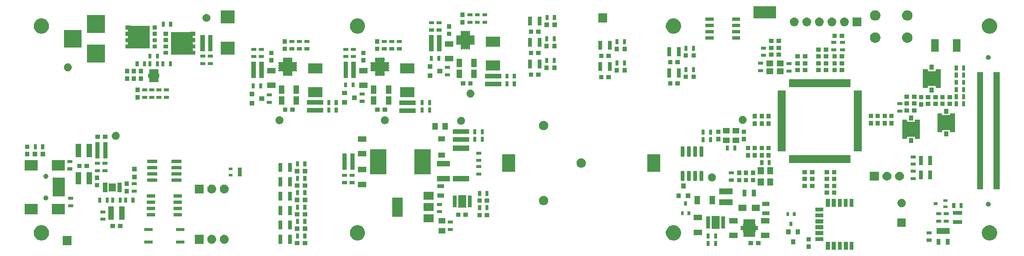
<source format=gts>
G04 #@! TF.GenerationSoftware,KiCad,Pcbnew,(5.1.4)-1*
G04 #@! TF.CreationDate,2020-02-29T21:01:33-06:00*
G04 #@! TF.ProjectId,VFD_Clock,5646445f-436c-46f6-936b-2e6b69636164,rev?*
G04 #@! TF.SameCoordinates,Original*
G04 #@! TF.FileFunction,Soldermask,Top*
G04 #@! TF.FilePolarity,Negative*
%FSLAX46Y46*%
G04 Gerber Fmt 4.6, Leading zero omitted, Abs format (unit mm)*
G04 Created by KiCad (PCBNEW (5.1.4)-1) date 2020-02-29 21:01:33*
%MOMM*%
%LPD*%
G04 APERTURE LIST*
%ADD10C,0.100000*%
G04 APERTURE END LIST*
D10*
G36*
X202796500Y-115704500D02*
G01*
X201994500Y-115704500D01*
X201994500Y-114102500D01*
X202796500Y-114102500D01*
X202796500Y-115704500D01*
X202796500Y-115704500D01*
G37*
G36*
X201646500Y-115704500D02*
G01*
X200844500Y-115704500D01*
X200844500Y-114102500D01*
X201646500Y-114102500D01*
X201646500Y-115704500D01*
X201646500Y-115704500D01*
G37*
G36*
X197996500Y-115704500D02*
G01*
X197194500Y-115704500D01*
X197194500Y-114102500D01*
X197996500Y-114102500D01*
X197996500Y-115704500D01*
X197996500Y-115704500D01*
G37*
G36*
X200396500Y-115704500D02*
G01*
X199594500Y-115704500D01*
X199594500Y-114102500D01*
X200396500Y-114102500D01*
X200396500Y-115704500D01*
X200396500Y-115704500D01*
G37*
G36*
X199196500Y-115704500D02*
G01*
X198394500Y-115704500D01*
X198394500Y-114102500D01*
X199196500Y-114102500D01*
X199196500Y-115704500D01*
X199196500Y-115704500D01*
G37*
G36*
X194101000Y-115564500D02*
G01*
X193249000Y-115564500D01*
X193249000Y-114662500D01*
X194101000Y-114662500D01*
X194101000Y-115564500D01*
X194101000Y-115564500D01*
G37*
G36*
X173668000Y-114928000D02*
G01*
X173066000Y-114928000D01*
X173066000Y-113926000D01*
X173668000Y-113926000D01*
X173668000Y-114928000D01*
X173668000Y-114928000D01*
G37*
G36*
X175168000Y-114928000D02*
G01*
X174566000Y-114928000D01*
X174566000Y-113926000D01*
X175168000Y-113926000D01*
X175168000Y-114928000D01*
X175168000Y-114928000D01*
G37*
G36*
X92183000Y-114814500D02*
G01*
X91281000Y-114814500D01*
X91281000Y-113912500D01*
X92183000Y-113912500D01*
X92183000Y-114814500D01*
X92183000Y-114814500D01*
G37*
G36*
X90583000Y-114814500D02*
G01*
X89681000Y-114814500D01*
X89681000Y-113912500D01*
X90583000Y-113912500D01*
X90583000Y-114814500D01*
X90583000Y-114814500D01*
G37*
G36*
X182454000Y-114789500D02*
G01*
X181552000Y-114789500D01*
X181552000Y-113937500D01*
X182454000Y-113937500D01*
X182454000Y-114789500D01*
X182454000Y-114789500D01*
G37*
G36*
X183954000Y-114789500D02*
G01*
X183052000Y-114789500D01*
X183052000Y-113937500D01*
X183954000Y-113937500D01*
X183954000Y-114789500D01*
X183954000Y-114789500D01*
G37*
G36*
X44462000Y-114756500D02*
G01*
X42660000Y-114756500D01*
X42660000Y-112954500D01*
X44462000Y-112954500D01*
X44462000Y-114756500D01*
X44462000Y-114756500D01*
G37*
G36*
X220342500Y-114711000D02*
G01*
X219590500Y-114711000D01*
X219590500Y-113549000D01*
X220342500Y-113549000D01*
X220342500Y-114711000D01*
X220342500Y-114711000D01*
G37*
G36*
X222242500Y-114711000D02*
G01*
X221490500Y-114711000D01*
X221490500Y-113549000D01*
X222242500Y-113549000D01*
X222242500Y-114711000D01*
X222242500Y-114711000D01*
G37*
G36*
X191014500Y-114594500D02*
G01*
X190112500Y-114594500D01*
X190112500Y-113592500D01*
X191014500Y-113592500D01*
X191014500Y-114594500D01*
X191014500Y-114594500D01*
G37*
G36*
X75484943Y-112707019D02*
G01*
X75551127Y-112713537D01*
X75720966Y-112765057D01*
X75877491Y-112848722D01*
X75913229Y-112878052D01*
X76014686Y-112961314D01*
X76097948Y-113062771D01*
X76127278Y-113098509D01*
X76210943Y-113255034D01*
X76262463Y-113424873D01*
X76279859Y-113601500D01*
X76262463Y-113778127D01*
X76213013Y-113941141D01*
X76210942Y-113947968D01*
X76201463Y-113965701D01*
X76127278Y-114104491D01*
X76097948Y-114140229D01*
X76014686Y-114241686D01*
X75914993Y-114323501D01*
X75877491Y-114354278D01*
X75877489Y-114354279D01*
X75765650Y-114414059D01*
X75720966Y-114437943D01*
X75551127Y-114489463D01*
X75484943Y-114495981D01*
X75418760Y-114502500D01*
X75330240Y-114502500D01*
X75264057Y-114495981D01*
X75197873Y-114489463D01*
X75028034Y-114437943D01*
X74983351Y-114414059D01*
X74871511Y-114354279D01*
X74871509Y-114354278D01*
X74834007Y-114323501D01*
X74734314Y-114241686D01*
X74651052Y-114140229D01*
X74621722Y-114104491D01*
X74547537Y-113965701D01*
X74538058Y-113947968D01*
X74535987Y-113941141D01*
X74486537Y-113778127D01*
X74469141Y-113601500D01*
X74486537Y-113424873D01*
X74538057Y-113255034D01*
X74621722Y-113098509D01*
X74651052Y-113062771D01*
X74734314Y-112961314D01*
X74835771Y-112878052D01*
X74871509Y-112848722D01*
X75028034Y-112765057D01*
X75197873Y-112713537D01*
X75264057Y-112707019D01*
X75330240Y-112700500D01*
X75418760Y-112700500D01*
X75484943Y-112707019D01*
X75484943Y-112707019D01*
G37*
G36*
X72944943Y-112707019D02*
G01*
X73011127Y-112713537D01*
X73180966Y-112765057D01*
X73337491Y-112848722D01*
X73373229Y-112878052D01*
X73474686Y-112961314D01*
X73557948Y-113062771D01*
X73587278Y-113098509D01*
X73670943Y-113255034D01*
X73722463Y-113424873D01*
X73739859Y-113601500D01*
X73722463Y-113778127D01*
X73673013Y-113941141D01*
X73670942Y-113947968D01*
X73661463Y-113965701D01*
X73587278Y-114104491D01*
X73557948Y-114140229D01*
X73474686Y-114241686D01*
X73374993Y-114323501D01*
X73337491Y-114354278D01*
X73337489Y-114354279D01*
X73225650Y-114414059D01*
X73180966Y-114437943D01*
X73011127Y-114489463D01*
X72944943Y-114495981D01*
X72878760Y-114502500D01*
X72790240Y-114502500D01*
X72724057Y-114495981D01*
X72657873Y-114489463D01*
X72488034Y-114437943D01*
X72443351Y-114414059D01*
X72331511Y-114354279D01*
X72331509Y-114354278D01*
X72294007Y-114323501D01*
X72194314Y-114241686D01*
X72111052Y-114140229D01*
X72081722Y-114104491D01*
X72007537Y-113965701D01*
X71998058Y-113947968D01*
X71995987Y-113941141D01*
X71946537Y-113778127D01*
X71929141Y-113601500D01*
X71946537Y-113424873D01*
X71998057Y-113255034D01*
X72081722Y-113098509D01*
X72111052Y-113062771D01*
X72194314Y-112961314D01*
X72295771Y-112878052D01*
X72331509Y-112848722D01*
X72488034Y-112765057D01*
X72657873Y-112713537D01*
X72724057Y-112707019D01*
X72790240Y-112700500D01*
X72878760Y-112700500D01*
X72944943Y-112707019D01*
X72944943Y-112707019D01*
G37*
G36*
X71195500Y-114502500D02*
G01*
X69393500Y-114502500D01*
X69393500Y-112700500D01*
X71195500Y-112700500D01*
X71195500Y-114502500D01*
X71195500Y-114502500D01*
G37*
G36*
X87119500Y-114502500D02*
G01*
X86367500Y-114502500D01*
X86367500Y-112700500D01*
X87119500Y-112700500D01*
X87119500Y-114502500D01*
X87119500Y-114502500D01*
G37*
G36*
X89019500Y-114502500D02*
G01*
X88267500Y-114502500D01*
X88267500Y-112700500D01*
X89019500Y-112700500D01*
X89019500Y-114502500D01*
X89019500Y-114502500D01*
G37*
G36*
X67250488Y-113837025D02*
G01*
X67269231Y-113842711D01*
X67286498Y-113851940D01*
X67301637Y-113864365D01*
X67314062Y-113879504D01*
X67323291Y-113896771D01*
X67328977Y-113915514D01*
X67331501Y-113941141D01*
X67331501Y-114379861D01*
X67328977Y-114405488D01*
X67323291Y-114424231D01*
X67314062Y-114441498D01*
X67301637Y-114456637D01*
X67286498Y-114469062D01*
X67269231Y-114478291D01*
X67250488Y-114483977D01*
X67224861Y-114486501D01*
X65736141Y-114486501D01*
X65710514Y-114483977D01*
X65691771Y-114478291D01*
X65674504Y-114469062D01*
X65659365Y-114456637D01*
X65646940Y-114441498D01*
X65637711Y-114424231D01*
X65632025Y-114405488D01*
X65629501Y-114379861D01*
X65629501Y-113941141D01*
X65632025Y-113915514D01*
X65637711Y-113896771D01*
X65646940Y-113879504D01*
X65659365Y-113864365D01*
X65674504Y-113851940D01*
X65691771Y-113842711D01*
X65710514Y-113837025D01*
X65736141Y-113834501D01*
X67224861Y-113834501D01*
X67250488Y-113837025D01*
X67250488Y-113837025D01*
G37*
G36*
X60750488Y-113837025D02*
G01*
X60769231Y-113842711D01*
X60786498Y-113851940D01*
X60801637Y-113864365D01*
X60814062Y-113879504D01*
X60823291Y-113896771D01*
X60828977Y-113915514D01*
X60831501Y-113941141D01*
X60831501Y-114379861D01*
X60828977Y-114405488D01*
X60823291Y-114424231D01*
X60814062Y-114441498D01*
X60801637Y-114456637D01*
X60786498Y-114469062D01*
X60769231Y-114478291D01*
X60750488Y-114483977D01*
X60724861Y-114486501D01*
X59236141Y-114486501D01*
X59210514Y-114483977D01*
X59191771Y-114478291D01*
X59174504Y-114469062D01*
X59159365Y-114456637D01*
X59146940Y-114441498D01*
X59137711Y-114424231D01*
X59132025Y-114405488D01*
X59129501Y-114379861D01*
X59129501Y-113941141D01*
X59132025Y-113915514D01*
X59137711Y-113896771D01*
X59146940Y-113879504D01*
X59159365Y-113864365D01*
X59174504Y-113851940D01*
X59191771Y-113842711D01*
X59210514Y-113837025D01*
X59236141Y-113834501D01*
X60724861Y-113834501D01*
X60750488Y-113837025D01*
X60750488Y-113837025D01*
G37*
G36*
X218560000Y-114081000D02*
G01*
X217558000Y-114081000D01*
X217558000Y-113479000D01*
X218560000Y-113479000D01*
X218560000Y-114081000D01*
X218560000Y-114081000D01*
G37*
G36*
X194101000Y-114064500D02*
G01*
X193249000Y-114064500D01*
X193249000Y-113162500D01*
X194101000Y-113162500D01*
X194101000Y-114064500D01*
X194101000Y-114064500D01*
G37*
G36*
X196696500Y-113954500D02*
G01*
X195094500Y-113954500D01*
X195094500Y-113152500D01*
X196696500Y-113152500D01*
X196696500Y-113954500D01*
X196696500Y-113954500D01*
G37*
G36*
X38605670Y-110752500D02*
G01*
X38793210Y-110789804D01*
X39075474Y-110906721D01*
X39329505Y-111076459D01*
X39545541Y-111292495D01*
X39715279Y-111546526D01*
X39832196Y-111828790D01*
X39891800Y-112128440D01*
X39891800Y-112433960D01*
X39832196Y-112733610D01*
X39715279Y-113015874D01*
X39545541Y-113269905D01*
X39329505Y-113485941D01*
X39075474Y-113655679D01*
X38793210Y-113772596D01*
X38643385Y-113802398D01*
X38493561Y-113832200D01*
X38188039Y-113832200D01*
X38038215Y-113802398D01*
X37888390Y-113772596D01*
X37606126Y-113655679D01*
X37352095Y-113485941D01*
X37136059Y-113269905D01*
X36966321Y-113015874D01*
X36849404Y-112733610D01*
X36789800Y-112433960D01*
X36789800Y-112128440D01*
X36849404Y-111828790D01*
X36966321Y-111546526D01*
X37136059Y-111292495D01*
X37352095Y-111076459D01*
X37606126Y-110906721D01*
X37888390Y-110789804D01*
X38075930Y-110752500D01*
X38188039Y-110730200D01*
X38493561Y-110730200D01*
X38605670Y-110752500D01*
X38605670Y-110752500D01*
G37*
G36*
X102605670Y-110752500D02*
G01*
X102793210Y-110789804D01*
X103075474Y-110906721D01*
X103329505Y-111076459D01*
X103545541Y-111292495D01*
X103715279Y-111546526D01*
X103832196Y-111828790D01*
X103891800Y-112128440D01*
X103891800Y-112433960D01*
X103832196Y-112733610D01*
X103715279Y-113015874D01*
X103545541Y-113269905D01*
X103329505Y-113485941D01*
X103075474Y-113655679D01*
X102793210Y-113772596D01*
X102643385Y-113802398D01*
X102493561Y-113832200D01*
X102188039Y-113832200D01*
X102038215Y-113802398D01*
X101888390Y-113772596D01*
X101606126Y-113655679D01*
X101352095Y-113485941D01*
X101136059Y-113269905D01*
X100966321Y-113015874D01*
X100849404Y-112733610D01*
X100789800Y-112433960D01*
X100789800Y-112128440D01*
X100849404Y-111828790D01*
X100966321Y-111546526D01*
X101136059Y-111292495D01*
X101352095Y-111076459D01*
X101606126Y-110906721D01*
X101888390Y-110789804D01*
X102075930Y-110752500D01*
X102188039Y-110730200D01*
X102493561Y-110730200D01*
X102605670Y-110752500D01*
X102605670Y-110752500D01*
G37*
G36*
X230605670Y-110752500D02*
G01*
X230793210Y-110789804D01*
X231075474Y-110906721D01*
X231329505Y-111076459D01*
X231545541Y-111292495D01*
X231715279Y-111546526D01*
X231832196Y-111828790D01*
X231891800Y-112128440D01*
X231891800Y-112433960D01*
X231832196Y-112733610D01*
X231715279Y-113015874D01*
X231545541Y-113269905D01*
X231329505Y-113485941D01*
X231075474Y-113655679D01*
X230793210Y-113772596D01*
X230643385Y-113802398D01*
X230493561Y-113832200D01*
X230188039Y-113832200D01*
X230038215Y-113802398D01*
X229888390Y-113772596D01*
X229606126Y-113655679D01*
X229352095Y-113485941D01*
X229136059Y-113269905D01*
X228966321Y-113015874D01*
X228849404Y-112733610D01*
X228789800Y-112433960D01*
X228789800Y-112128440D01*
X228849404Y-111828790D01*
X228966321Y-111546526D01*
X229136059Y-111292495D01*
X229352095Y-111076459D01*
X229606126Y-110906721D01*
X229888390Y-110789804D01*
X230075930Y-110752500D01*
X230188039Y-110730200D01*
X230493561Y-110730200D01*
X230605670Y-110752500D01*
X230605670Y-110752500D01*
G37*
G36*
X166605670Y-110752500D02*
G01*
X166793210Y-110789804D01*
X167075474Y-110906721D01*
X167329505Y-111076459D01*
X167545541Y-111292495D01*
X167715279Y-111546526D01*
X167832196Y-111828790D01*
X167891800Y-112128440D01*
X167891800Y-112433960D01*
X167832196Y-112733610D01*
X167715279Y-113015874D01*
X167545541Y-113269905D01*
X167329505Y-113485941D01*
X167075474Y-113655679D01*
X166793210Y-113772596D01*
X166643385Y-113802398D01*
X166493561Y-113832200D01*
X166188039Y-113832200D01*
X166038215Y-113802398D01*
X165888390Y-113772596D01*
X165606126Y-113655679D01*
X165352095Y-113485941D01*
X165136059Y-113269905D01*
X164966321Y-113015874D01*
X164849404Y-112733610D01*
X164789800Y-112433960D01*
X164789800Y-112128440D01*
X164849404Y-111828790D01*
X164966321Y-111546526D01*
X165136059Y-111292495D01*
X165352095Y-111076459D01*
X165606126Y-110906721D01*
X165888390Y-110789804D01*
X166075930Y-110752500D01*
X166188039Y-110730200D01*
X166493561Y-110730200D01*
X166605670Y-110752500D01*
X166605670Y-110752500D01*
G37*
G36*
X175168000Y-113404000D02*
G01*
X174566000Y-113404000D01*
X174566000Y-112402000D01*
X175168000Y-112402000D01*
X175168000Y-113404000D01*
X175168000Y-113404000D01*
G37*
G36*
X90483000Y-113404000D02*
G01*
X89881000Y-113404000D01*
X89881000Y-112402000D01*
X90483000Y-112402000D01*
X90483000Y-113404000D01*
X90483000Y-113404000D01*
G37*
G36*
X173668000Y-113404000D02*
G01*
X173066000Y-113404000D01*
X173066000Y-112402000D01*
X173668000Y-112402000D01*
X173668000Y-113404000D01*
X173668000Y-113404000D01*
G37*
G36*
X91983000Y-113404000D02*
G01*
X91381000Y-113404000D01*
X91381000Y-112402000D01*
X91983000Y-112402000D01*
X91983000Y-113404000D01*
X91983000Y-113404000D01*
G37*
G36*
X179349500Y-113366500D02*
G01*
X177647500Y-113366500D01*
X177647500Y-112264500D01*
X179349500Y-112264500D01*
X179349500Y-113366500D01*
X179349500Y-113366500D01*
G37*
G36*
X185763000Y-113366500D02*
G01*
X184061000Y-113366500D01*
X184061000Y-112264500D01*
X185763000Y-112264500D01*
X185763000Y-113366500D01*
X185763000Y-113366500D01*
G37*
G36*
X182844500Y-110342249D02*
G01*
X182846902Y-110366635D01*
X182854015Y-110390084D01*
X182865566Y-110411695D01*
X182881111Y-110430637D01*
X182892982Y-110439442D01*
X182892457Y-110440082D01*
X182909737Y-110454263D01*
X182916110Y-110462028D01*
X182920848Y-110470892D01*
X182923763Y-110480501D01*
X182925352Y-110496640D01*
X182925352Y-110763649D01*
X182927754Y-110788035D01*
X182934867Y-110811484D01*
X182946418Y-110833095D01*
X182961963Y-110852037D01*
X182980905Y-110867582D01*
X183002516Y-110879133D01*
X183025965Y-110886246D01*
X183050351Y-110888648D01*
X183367360Y-110888648D01*
X183383499Y-110890237D01*
X183393108Y-110893152D01*
X183401972Y-110897890D01*
X183409737Y-110904263D01*
X183416110Y-110912028D01*
X183420848Y-110920892D01*
X183423763Y-110930501D01*
X183425352Y-110946640D01*
X183425352Y-111184360D01*
X183423763Y-111200499D01*
X183420848Y-111210108D01*
X183416110Y-111218972D01*
X183401969Y-111236203D01*
X183388356Y-111256578D01*
X183378979Y-111279217D01*
X183374199Y-111303250D01*
X183374199Y-111327754D01*
X183378980Y-111351787D01*
X183388358Y-111374426D01*
X183401969Y-111394797D01*
X183416110Y-111412028D01*
X183420848Y-111420892D01*
X183423763Y-111430501D01*
X183425352Y-111446640D01*
X183425352Y-111684360D01*
X183423763Y-111700499D01*
X183420848Y-111710108D01*
X183416110Y-111718972D01*
X183409737Y-111726737D01*
X183401972Y-111733110D01*
X183393108Y-111737848D01*
X183383499Y-111740763D01*
X183367360Y-111742352D01*
X183050351Y-111742352D01*
X183025965Y-111744754D01*
X183002516Y-111751867D01*
X182980905Y-111763418D01*
X182961963Y-111778963D01*
X182946418Y-111797905D01*
X182934867Y-111819516D01*
X182927754Y-111842965D01*
X182925352Y-111867351D01*
X182925352Y-112134360D01*
X182923763Y-112150499D01*
X182920848Y-112160108D01*
X182916110Y-112168972D01*
X182909737Y-112176737D01*
X182894425Y-112189303D01*
X182890193Y-112192131D01*
X182872868Y-112209460D01*
X182859255Y-112229835D01*
X182849880Y-112252474D01*
X182844500Y-112288751D01*
X182844500Y-113066500D01*
X180502500Y-113066500D01*
X180502500Y-112288751D01*
X180500098Y-112264365D01*
X180492985Y-112240916D01*
X180481434Y-112219305D01*
X180465889Y-112200363D01*
X180454018Y-112191558D01*
X180454543Y-112190918D01*
X180437263Y-112176737D01*
X180430890Y-112168972D01*
X180426152Y-112160108D01*
X180423237Y-112150499D01*
X180421648Y-112134360D01*
X180421648Y-111867351D01*
X180419246Y-111842965D01*
X180412133Y-111819516D01*
X180400582Y-111797905D01*
X180385037Y-111778963D01*
X180366095Y-111763418D01*
X180344484Y-111751867D01*
X180321035Y-111744754D01*
X180296649Y-111742352D01*
X179979640Y-111742352D01*
X179963501Y-111740763D01*
X179953892Y-111737848D01*
X179945028Y-111733110D01*
X179937263Y-111726737D01*
X179930890Y-111718972D01*
X179926152Y-111710108D01*
X179923237Y-111700499D01*
X179921648Y-111684360D01*
X179921648Y-111446640D01*
X179923237Y-111430501D01*
X179926152Y-111420892D01*
X179930890Y-111412028D01*
X179945031Y-111394797D01*
X179958644Y-111374422D01*
X179968021Y-111351783D01*
X179972801Y-111327750D01*
X179972801Y-111303246D01*
X179968020Y-111279213D01*
X179958642Y-111256574D01*
X179945031Y-111236203D01*
X179930890Y-111218972D01*
X179926152Y-111210108D01*
X179923237Y-111200499D01*
X179921648Y-111184360D01*
X179921648Y-110946640D01*
X179923237Y-110930501D01*
X179926152Y-110920892D01*
X179930890Y-110912028D01*
X179937263Y-110904263D01*
X179945028Y-110897890D01*
X179953892Y-110893152D01*
X179963501Y-110890237D01*
X179979640Y-110888648D01*
X180296649Y-110888648D01*
X180321035Y-110886246D01*
X180344484Y-110879133D01*
X180366095Y-110867582D01*
X180385037Y-110852037D01*
X180400582Y-110833095D01*
X180412133Y-110811484D01*
X180419246Y-110788035D01*
X180421648Y-110763649D01*
X180421648Y-110496640D01*
X180423237Y-110480501D01*
X180426152Y-110470892D01*
X180430890Y-110462028D01*
X180437263Y-110454263D01*
X180452575Y-110441697D01*
X180456807Y-110438869D01*
X180474132Y-110421540D01*
X180487745Y-110401165D01*
X180497120Y-110378526D01*
X180502500Y-110342249D01*
X180502500Y-109564500D01*
X182844500Y-109564500D01*
X182844500Y-110342249D01*
X182844500Y-110342249D01*
G37*
G36*
X196696500Y-112754500D02*
G01*
X195094500Y-112754500D01*
X195094500Y-111952500D01*
X196696500Y-111952500D01*
X196696500Y-112754500D01*
X196696500Y-112754500D01*
G37*
G36*
X172110500Y-112731500D02*
G01*
X170408500Y-112731500D01*
X170408500Y-111629500D01*
X172110500Y-111629500D01*
X172110500Y-112731500D01*
X172110500Y-112731500D01*
G37*
G36*
X190064500Y-112594500D02*
G01*
X189162500Y-112594500D01*
X189162500Y-111592500D01*
X190064500Y-111592500D01*
X190064500Y-112594500D01*
X190064500Y-112594500D01*
G37*
G36*
X191964500Y-112594500D02*
G01*
X191062500Y-112594500D01*
X191062500Y-111592500D01*
X191964500Y-111592500D01*
X191964500Y-112594500D01*
X191964500Y-112594500D01*
G37*
G36*
X218560000Y-112581000D02*
G01*
X217558000Y-112581000D01*
X217558000Y-111979000D01*
X218560000Y-111979000D01*
X218560000Y-112581000D01*
X218560000Y-112581000D01*
G37*
G36*
X222242500Y-112511000D02*
G01*
X219590500Y-112511000D01*
X219590500Y-111349000D01*
X222242500Y-111349000D01*
X222242500Y-112511000D01*
X222242500Y-112511000D01*
G37*
G36*
X120119500Y-112422000D02*
G01*
X118767500Y-112422000D01*
X118767500Y-111320000D01*
X120119500Y-111320000D01*
X120119500Y-112422000D01*
X120119500Y-112422000D01*
G37*
G36*
X60750488Y-111297025D02*
G01*
X60769231Y-111302711D01*
X60786498Y-111311940D01*
X60801637Y-111324365D01*
X60814062Y-111339504D01*
X60823291Y-111356771D01*
X60828977Y-111375514D01*
X60831501Y-111401141D01*
X60831501Y-111839861D01*
X60828977Y-111865488D01*
X60823291Y-111884231D01*
X60814062Y-111901498D01*
X60801637Y-111916637D01*
X60786498Y-111929062D01*
X60769231Y-111938291D01*
X60750488Y-111943977D01*
X60724861Y-111946501D01*
X59236141Y-111946501D01*
X59210514Y-111943977D01*
X59191771Y-111938291D01*
X59174504Y-111929062D01*
X59159365Y-111916637D01*
X59146940Y-111901498D01*
X59137711Y-111884231D01*
X59132025Y-111865488D01*
X59129501Y-111839861D01*
X59129501Y-111401141D01*
X59132025Y-111375514D01*
X59137711Y-111356771D01*
X59146940Y-111339504D01*
X59159365Y-111324365D01*
X59174504Y-111311940D01*
X59191771Y-111302711D01*
X59210514Y-111297025D01*
X59236141Y-111294501D01*
X60724861Y-111294501D01*
X60750488Y-111297025D01*
X60750488Y-111297025D01*
G37*
G36*
X67250488Y-111297025D02*
G01*
X67269231Y-111302711D01*
X67286498Y-111311940D01*
X67301637Y-111324365D01*
X67314062Y-111339504D01*
X67323291Y-111356771D01*
X67328977Y-111375514D01*
X67331501Y-111401141D01*
X67331501Y-111839861D01*
X67328977Y-111865488D01*
X67323291Y-111884231D01*
X67314062Y-111901498D01*
X67301637Y-111916637D01*
X67286498Y-111929062D01*
X67269231Y-111938291D01*
X67250488Y-111943977D01*
X67224861Y-111946501D01*
X65736141Y-111946501D01*
X65710514Y-111943977D01*
X65691771Y-111938291D01*
X65674504Y-111929062D01*
X65659365Y-111916637D01*
X65646940Y-111901498D01*
X65637711Y-111884231D01*
X65632025Y-111865488D01*
X65629501Y-111839861D01*
X65629501Y-111401141D01*
X65632025Y-111375514D01*
X65637711Y-111356771D01*
X65646940Y-111339504D01*
X65659365Y-111324365D01*
X65674504Y-111311940D01*
X65691771Y-111302711D01*
X65710514Y-111297025D01*
X65736141Y-111294501D01*
X67224861Y-111294501D01*
X67250488Y-111297025D01*
X67250488Y-111297025D01*
G37*
G36*
X121659000Y-111922000D02*
G01*
X120657000Y-111922000D01*
X120657000Y-111320000D01*
X121659000Y-111320000D01*
X121659000Y-111922000D01*
X121659000Y-111922000D01*
G37*
G36*
X92183000Y-111893500D02*
G01*
X91281000Y-111893500D01*
X91281000Y-110991500D01*
X92183000Y-110991500D01*
X92183000Y-111893500D01*
X92183000Y-111893500D01*
G37*
G36*
X90583000Y-111893500D02*
G01*
X89681000Y-111893500D01*
X89681000Y-110991500D01*
X90583000Y-110991500D01*
X90583000Y-111893500D01*
X90583000Y-111893500D01*
G37*
G36*
X89019500Y-111581500D02*
G01*
X88267500Y-111581500D01*
X88267500Y-109779500D01*
X89019500Y-109779500D01*
X89019500Y-111581500D01*
X89019500Y-111581500D01*
G37*
G36*
X87119500Y-111581500D02*
G01*
X86367500Y-111581500D01*
X86367500Y-109779500D01*
X87119500Y-109779500D01*
X87119500Y-111581500D01*
X87119500Y-111581500D01*
G37*
G36*
X196696500Y-111554500D02*
G01*
X195094500Y-111554500D01*
X195094500Y-110752500D01*
X196696500Y-110752500D01*
X196696500Y-111554500D01*
X196696500Y-111554500D01*
G37*
G36*
X175705000Y-111463500D02*
G01*
X174053000Y-111463500D01*
X174053000Y-108881500D01*
X175705000Y-108881500D01*
X175705000Y-111463500D01*
X175705000Y-111463500D01*
G37*
G36*
X176805000Y-111373500D02*
G01*
X176053000Y-111373500D01*
X176053000Y-108971500D01*
X176805000Y-108971500D01*
X176805000Y-111373500D01*
X176805000Y-111373500D01*
G37*
G36*
X173705000Y-111373500D02*
G01*
X172953000Y-111373500D01*
X172953000Y-108971500D01*
X173705000Y-108971500D01*
X173705000Y-111373500D01*
X173705000Y-111373500D01*
G37*
G36*
X53231500Y-111297000D02*
G01*
X52329500Y-111297000D01*
X52329500Y-110445000D01*
X53231500Y-110445000D01*
X53231500Y-111297000D01*
X53231500Y-111297000D01*
G37*
G36*
X54731500Y-111297000D02*
G01*
X53829500Y-111297000D01*
X53829500Y-110445000D01*
X54731500Y-110445000D01*
X54731500Y-111297000D01*
X54731500Y-111297000D01*
G37*
G36*
X213385500Y-111087000D02*
G01*
X211683500Y-111087000D01*
X211683500Y-109385000D01*
X213385500Y-109385000D01*
X213385500Y-111087000D01*
X213385500Y-111087000D01*
G37*
G36*
X190395000Y-110875000D02*
G01*
X189843000Y-110875000D01*
X189843000Y-110073000D01*
X190395000Y-110073000D01*
X190395000Y-110875000D01*
X190395000Y-110875000D01*
G37*
G36*
X91983000Y-110483000D02*
G01*
X91381000Y-110483000D01*
X91381000Y-109481000D01*
X91983000Y-109481000D01*
X91983000Y-110483000D01*
X91983000Y-110483000D01*
G37*
G36*
X90483000Y-110483000D02*
G01*
X89881000Y-110483000D01*
X89881000Y-109481000D01*
X90483000Y-109481000D01*
X90483000Y-110483000D01*
X90483000Y-110483000D01*
G37*
G36*
X224738500Y-110482500D02*
G01*
X222936500Y-110482500D01*
X222936500Y-109730500D01*
X224738500Y-109730500D01*
X224738500Y-110482500D01*
X224738500Y-110482500D01*
G37*
G36*
X121659000Y-110422000D02*
G01*
X120657000Y-110422000D01*
X120657000Y-109820000D01*
X121659000Y-109820000D01*
X121659000Y-110422000D01*
X121659000Y-110422000D01*
G37*
G36*
X120119500Y-110422000D02*
G01*
X118767500Y-110422000D01*
X118767500Y-109320000D01*
X120119500Y-109320000D01*
X120119500Y-110422000D01*
X120119500Y-110422000D01*
G37*
G36*
X179349500Y-110366500D02*
G01*
X177647500Y-110366500D01*
X177647500Y-109264500D01*
X179349500Y-109264500D01*
X179349500Y-110366500D01*
X179349500Y-110366500D01*
G37*
G36*
X185763000Y-110366500D02*
G01*
X184061000Y-110366500D01*
X184061000Y-109264500D01*
X185763000Y-109264500D01*
X185763000Y-110366500D01*
X185763000Y-110366500D01*
G37*
G36*
X196696500Y-110354500D02*
G01*
X195094500Y-110354500D01*
X195094500Y-109552500D01*
X196696500Y-109552500D01*
X196696500Y-110354500D01*
X196696500Y-110354500D01*
G37*
G36*
X220528500Y-110207500D02*
G01*
X219526500Y-110207500D01*
X219526500Y-109605500D01*
X220528500Y-109605500D01*
X220528500Y-110207500D01*
X220528500Y-110207500D01*
G37*
G36*
X222052500Y-110207500D02*
G01*
X221050500Y-110207500D01*
X221050500Y-109605500D01*
X222052500Y-109605500D01*
X222052500Y-110207500D01*
X222052500Y-110207500D01*
G37*
G36*
X117802500Y-110162000D02*
G01*
X115700500Y-110162000D01*
X115700500Y-108560000D01*
X117802500Y-108560000D01*
X117802500Y-110162000D01*
X117802500Y-110162000D01*
G37*
G36*
X51301000Y-109826500D02*
G01*
X50299000Y-109826500D01*
X50299000Y-109224500D01*
X51301000Y-109224500D01*
X51301000Y-109826500D01*
X51301000Y-109826500D01*
G37*
G36*
X172110500Y-109731500D02*
G01*
X170408500Y-109731500D01*
X170408500Y-108629500D01*
X172110500Y-108629500D01*
X172110500Y-109731500D01*
X172110500Y-109731500D01*
G37*
G36*
X55211500Y-109593500D02*
G01*
X54049500Y-109593500D01*
X54049500Y-106941500D01*
X55211500Y-106941500D01*
X55211500Y-109593500D01*
X55211500Y-109593500D01*
G37*
G36*
X53011500Y-109593500D02*
G01*
X51849500Y-109593500D01*
X51849500Y-106941500D01*
X53011500Y-106941500D01*
X53011500Y-109593500D01*
X53011500Y-109593500D01*
G37*
G36*
X196696500Y-109154500D02*
G01*
X195094500Y-109154500D01*
X195094500Y-108352500D01*
X196696500Y-108352500D01*
X196696500Y-109154500D01*
X196696500Y-109154500D01*
G37*
G36*
X127526500Y-109138000D02*
G01*
X126624500Y-109138000D01*
X126624500Y-108286000D01*
X127526500Y-108286000D01*
X127526500Y-109138000D01*
X127526500Y-109138000D01*
G37*
G36*
X129026500Y-109138000D02*
G01*
X128124500Y-109138000D01*
X128124500Y-108286000D01*
X129026500Y-108286000D01*
X129026500Y-109138000D01*
X129026500Y-109138000D01*
G37*
G36*
X111502500Y-109012000D02*
G01*
X109400500Y-109012000D01*
X109400500Y-105110000D01*
X111502500Y-105110000D01*
X111502500Y-109012000D01*
X111502500Y-109012000D01*
G37*
G36*
X124708500Y-109011000D02*
G01*
X123806500Y-109011000D01*
X123806500Y-108159000D01*
X124708500Y-108159000D01*
X124708500Y-109011000D01*
X124708500Y-109011000D01*
G37*
G36*
X123208500Y-109011000D02*
G01*
X122306500Y-109011000D01*
X122306500Y-108159000D01*
X123208500Y-108159000D01*
X123208500Y-109011000D01*
X123208500Y-109011000D01*
G37*
G36*
X92183000Y-108972500D02*
G01*
X91281000Y-108972500D01*
X91281000Y-108070500D01*
X92183000Y-108070500D01*
X92183000Y-108972500D01*
X92183000Y-108972500D01*
G37*
G36*
X90583000Y-108972500D02*
G01*
X89681000Y-108972500D01*
X89681000Y-108070500D01*
X90583000Y-108070500D01*
X90583000Y-108972500D01*
X90583000Y-108972500D01*
G37*
G36*
X66772000Y-108936000D02*
G01*
X65120000Y-108936000D01*
X65120000Y-108234000D01*
X66772000Y-108234000D01*
X66772000Y-108936000D01*
X66772000Y-108936000D01*
G37*
G36*
X61372000Y-108936000D02*
G01*
X59720000Y-108936000D01*
X59720000Y-108234000D01*
X61372000Y-108234000D01*
X61372000Y-108936000D01*
X61372000Y-108936000D01*
G37*
G36*
X189745000Y-108875000D02*
G01*
X189193000Y-108875000D01*
X189193000Y-108073000D01*
X189745000Y-108073000D01*
X189745000Y-108875000D01*
X189745000Y-108875000D01*
G37*
G36*
X191045000Y-108875000D02*
G01*
X190493000Y-108875000D01*
X190493000Y-108073000D01*
X191045000Y-108073000D01*
X191045000Y-108875000D01*
X191045000Y-108875000D01*
G37*
G36*
X185740000Y-108729500D02*
G01*
X184338000Y-108729500D01*
X184338000Y-107927500D01*
X185740000Y-107927500D01*
X185740000Y-108729500D01*
X185740000Y-108729500D01*
G37*
G36*
X169709000Y-108716000D02*
G01*
X169157000Y-108716000D01*
X169157000Y-107914000D01*
X169709000Y-107914000D01*
X169709000Y-108716000D01*
X169709000Y-108716000D01*
G37*
G36*
X168409000Y-108716000D02*
G01*
X167857000Y-108716000D01*
X167857000Y-107914000D01*
X168409000Y-107914000D01*
X168409000Y-108716000D01*
X168409000Y-108716000D01*
G37*
G36*
X222052500Y-108707500D02*
G01*
X221050500Y-108707500D01*
X221050500Y-108105500D01*
X222052500Y-108105500D01*
X222052500Y-108707500D01*
X222052500Y-108707500D01*
G37*
G36*
X220528500Y-108707500D02*
G01*
X219526500Y-108707500D01*
X219526500Y-108105500D01*
X220528500Y-108105500D01*
X220528500Y-108707500D01*
X220528500Y-108707500D01*
G37*
G36*
X87119500Y-108660500D02*
G01*
X86367500Y-108660500D01*
X86367500Y-106858500D01*
X87119500Y-106858500D01*
X87119500Y-108660500D01*
X87119500Y-108660500D01*
G37*
G36*
X89019500Y-108660500D02*
G01*
X88267500Y-108660500D01*
X88267500Y-106858500D01*
X89019500Y-106858500D01*
X89019500Y-108660500D01*
X89019500Y-108660500D01*
G37*
G36*
X224738500Y-108582500D02*
G01*
X222936500Y-108582500D01*
X222936500Y-107830500D01*
X224738500Y-107830500D01*
X224738500Y-108582500D01*
X224738500Y-108582500D01*
G37*
G36*
X43051501Y-108498001D02*
G01*
X40449501Y-108498001D01*
X40449501Y-106396001D01*
X43051501Y-106396001D01*
X43051501Y-108498001D01*
X43051501Y-108498001D01*
G37*
G36*
X37551501Y-108498001D02*
G01*
X34949501Y-108498001D01*
X34949501Y-106396001D01*
X37551501Y-106396001D01*
X37551501Y-108498001D01*
X37551501Y-108498001D01*
G37*
G36*
X51301000Y-108326500D02*
G01*
X50299000Y-108326500D01*
X50299000Y-107724500D01*
X51301000Y-107724500D01*
X51301000Y-108326500D01*
X51301000Y-108326500D01*
G37*
G36*
X119436500Y-108302500D02*
G01*
X118434500Y-108302500D01*
X118434500Y-107700500D01*
X119436500Y-107700500D01*
X119436500Y-108302500D01*
X119436500Y-108302500D01*
G37*
G36*
X196696500Y-107954500D02*
G01*
X195094500Y-107954500D01*
X195094500Y-107152500D01*
X196696500Y-107152500D01*
X196696500Y-107954500D01*
X196696500Y-107954500D01*
G37*
G36*
X117802500Y-107862000D02*
G01*
X115700500Y-107862000D01*
X115700500Y-106260000D01*
X117802500Y-106260000D01*
X117802500Y-107862000D01*
X117802500Y-107862000D01*
G37*
G36*
X183824500Y-107839000D02*
G01*
X182222500Y-107839000D01*
X182222500Y-106537000D01*
X183824500Y-106537000D01*
X183824500Y-107839000D01*
X183824500Y-107839000D01*
G37*
G36*
X181124500Y-107839000D02*
G01*
X179522500Y-107839000D01*
X179522500Y-106537000D01*
X181124500Y-106537000D01*
X181124500Y-107839000D01*
X181124500Y-107839000D01*
G37*
G36*
X128876500Y-107689000D02*
G01*
X128274500Y-107689000D01*
X128274500Y-106687000D01*
X128876500Y-106687000D01*
X128876500Y-107689000D01*
X128876500Y-107689000D01*
G37*
G36*
X127376500Y-107689000D02*
G01*
X126774500Y-107689000D01*
X126774500Y-106687000D01*
X127376500Y-106687000D01*
X127376500Y-107689000D01*
X127376500Y-107689000D01*
G37*
G36*
X61372000Y-107666000D02*
G01*
X59720000Y-107666000D01*
X59720000Y-106964000D01*
X61372000Y-106964000D01*
X61372000Y-107666000D01*
X61372000Y-107666000D01*
G37*
G36*
X66772000Y-107666000D02*
G01*
X65120000Y-107666000D01*
X65120000Y-106964000D01*
X66772000Y-106964000D01*
X66772000Y-107666000D01*
X66772000Y-107666000D01*
G37*
G36*
X90483000Y-107562000D02*
G01*
X89881000Y-107562000D01*
X89881000Y-106560000D01*
X90483000Y-106560000D01*
X90483000Y-107562000D01*
X90483000Y-107562000D01*
G37*
G36*
X91983000Y-107562000D02*
G01*
X91381000Y-107562000D01*
X91381000Y-106560000D01*
X91983000Y-106560000D01*
X91983000Y-107562000D01*
X91983000Y-107562000D01*
G37*
G36*
X221809500Y-107288500D02*
G01*
X221007500Y-107288500D01*
X221007500Y-106736500D01*
X221809500Y-106736500D01*
X221809500Y-107288500D01*
X221809500Y-107288500D01*
G37*
G36*
X224888500Y-107244500D02*
G01*
X224286500Y-107244500D01*
X224286500Y-106242500D01*
X224888500Y-106242500D01*
X224888500Y-107244500D01*
X224888500Y-107244500D01*
G37*
G36*
X223388500Y-107244500D02*
G01*
X222786500Y-107244500D01*
X222786500Y-106242500D01*
X223388500Y-106242500D01*
X223388500Y-107244500D01*
X223388500Y-107244500D01*
G37*
G36*
X124397000Y-107209000D02*
G01*
X122745000Y-107209000D01*
X122745000Y-104627000D01*
X124397000Y-104627000D01*
X124397000Y-107209000D01*
X124397000Y-107209000D01*
G37*
G36*
X125497000Y-107119000D02*
G01*
X124745000Y-107119000D01*
X124745000Y-104717000D01*
X125497000Y-104717000D01*
X125497000Y-107119000D01*
X125497000Y-107119000D01*
G37*
G36*
X122397000Y-107119000D02*
G01*
X121645000Y-107119000D01*
X121645000Y-104717000D01*
X122397000Y-104717000D01*
X122397000Y-107119000D01*
X122397000Y-107119000D01*
G37*
G36*
X44760500Y-107096000D02*
G01*
X43758500Y-107096000D01*
X43758500Y-106494000D01*
X44760500Y-106494000D01*
X44760500Y-107096000D01*
X44760500Y-107096000D01*
G37*
G36*
X212782728Y-105417703D02*
G01*
X212937600Y-105481853D01*
X213076981Y-105574985D01*
X213195515Y-105693519D01*
X213288647Y-105832900D01*
X213352797Y-105987772D01*
X213385500Y-106152184D01*
X213385500Y-106319816D01*
X213352797Y-106484228D01*
X213288647Y-106639100D01*
X213195515Y-106778481D01*
X213076981Y-106897015D01*
X212937600Y-106990147D01*
X212782728Y-107054297D01*
X212618316Y-107087000D01*
X212450684Y-107087000D01*
X212286272Y-107054297D01*
X212131400Y-106990147D01*
X211992019Y-106897015D01*
X211873485Y-106778481D01*
X211780353Y-106639100D01*
X211716203Y-106484228D01*
X211683500Y-106319816D01*
X211683500Y-106152184D01*
X211716203Y-105987772D01*
X211780353Y-105832900D01*
X211873485Y-105693519D01*
X211992019Y-105574985D01*
X212131400Y-105481853D01*
X212286272Y-105417703D01*
X212450684Y-105385000D01*
X212618316Y-105385000D01*
X212782728Y-105417703D01*
X212782728Y-105417703D01*
G37*
G36*
X199196500Y-107004500D02*
G01*
X198394500Y-107004500D01*
X198394500Y-105402500D01*
X199196500Y-105402500D01*
X199196500Y-107004500D01*
X199196500Y-107004500D01*
G37*
G36*
X200396500Y-107004500D02*
G01*
X199594500Y-107004500D01*
X199594500Y-105402500D01*
X200396500Y-105402500D01*
X200396500Y-107004500D01*
X200396500Y-107004500D01*
G37*
G36*
X201596500Y-107004500D02*
G01*
X200794500Y-107004500D01*
X200794500Y-105402500D01*
X201596500Y-105402500D01*
X201596500Y-107004500D01*
X201596500Y-107004500D01*
G37*
G36*
X197996500Y-107004500D02*
G01*
X197194500Y-107004500D01*
X197194500Y-105402500D01*
X197996500Y-105402500D01*
X197996500Y-107004500D01*
X197996500Y-107004500D01*
G37*
G36*
X202796500Y-107004500D02*
G01*
X201994500Y-107004500D01*
X201994500Y-105402500D01*
X202796500Y-105402500D01*
X202796500Y-107004500D01*
X202796500Y-107004500D01*
G37*
G36*
X230230432Y-105968591D02*
G01*
X230320607Y-106005943D01*
X230401763Y-106060170D01*
X230470780Y-106129187D01*
X230525007Y-106210343D01*
X230562359Y-106300518D01*
X230581400Y-106396247D01*
X230581400Y-106493853D01*
X230562359Y-106589582D01*
X230525007Y-106679757D01*
X230470780Y-106760913D01*
X230401763Y-106829930D01*
X230320607Y-106884157D01*
X230230432Y-106921509D01*
X230134703Y-106940550D01*
X230037097Y-106940550D01*
X229941368Y-106921509D01*
X229851193Y-106884157D01*
X229770037Y-106829930D01*
X229701020Y-106760913D01*
X229646793Y-106679757D01*
X229609441Y-106589582D01*
X229590400Y-106493853D01*
X229590400Y-106396247D01*
X229609441Y-106300518D01*
X229646793Y-106210343D01*
X229701020Y-106129187D01*
X229770037Y-106060170D01*
X229851193Y-106005943D01*
X229941368Y-105968591D01*
X230037097Y-105949550D01*
X230134703Y-105949550D01*
X230230432Y-105968591D01*
X230230432Y-105968591D01*
G37*
G36*
X185740000Y-106829500D02*
G01*
X184338000Y-106829500D01*
X184338000Y-106027500D01*
X185740000Y-106027500D01*
X185740000Y-106829500D01*
X185740000Y-106829500D01*
G37*
G36*
X119436500Y-106802500D02*
G01*
X118434500Y-106802500D01*
X118434500Y-106200500D01*
X119436500Y-106200500D01*
X119436500Y-106802500D01*
X119436500Y-106802500D01*
G37*
G36*
X169059000Y-106716000D02*
G01*
X168507000Y-106716000D01*
X168507000Y-105914000D01*
X169059000Y-105914000D01*
X169059000Y-106716000D01*
X169059000Y-106716000D01*
G37*
G36*
X140294895Y-104813046D02*
G01*
X140467966Y-104884734D01*
X140467967Y-104884735D01*
X140623727Y-104988810D01*
X140756190Y-105121273D01*
X140784071Y-105163000D01*
X140860266Y-105277034D01*
X140931954Y-105450105D01*
X140968500Y-105633833D01*
X140968500Y-105821167D01*
X140931954Y-106004895D01*
X140860266Y-106177966D01*
X140860265Y-106177967D01*
X140756190Y-106333727D01*
X140623727Y-106466190D01*
X140582326Y-106493853D01*
X140467966Y-106570266D01*
X140294895Y-106641954D01*
X140111167Y-106678500D01*
X139923833Y-106678500D01*
X139740105Y-106641954D01*
X139567034Y-106570266D01*
X139452674Y-106493853D01*
X139411273Y-106466190D01*
X139278810Y-106333727D01*
X139174735Y-106177967D01*
X139174734Y-106177966D01*
X139103046Y-106004895D01*
X139066500Y-105821167D01*
X139066500Y-105633833D01*
X139103046Y-105450105D01*
X139174734Y-105277034D01*
X139250929Y-105163000D01*
X139278810Y-105121273D01*
X139411273Y-104988810D01*
X139567033Y-104884735D01*
X139567034Y-104884734D01*
X139740105Y-104813046D01*
X139923833Y-104776500D01*
X140111167Y-104776500D01*
X140294895Y-104813046D01*
X140294895Y-104813046D01*
G37*
G36*
X178272001Y-106646500D02*
G01*
X175620001Y-106646500D01*
X175620001Y-105484500D01*
X178272001Y-105484500D01*
X178272001Y-106646500D01*
X178272001Y-106646500D01*
G37*
G36*
X219809500Y-106638500D02*
G01*
X219007500Y-106638500D01*
X219007500Y-106086500D01*
X219809500Y-106086500D01*
X219809500Y-106638500D01*
X219809500Y-106638500D01*
G37*
G36*
X171707500Y-106515000D02*
G01*
X170605500Y-106515000D01*
X170605500Y-104813000D01*
X171707500Y-104813000D01*
X171707500Y-106515000D01*
X171707500Y-106515000D01*
G37*
G36*
X174707500Y-106515000D02*
G01*
X173605500Y-106515000D01*
X173605500Y-104813000D01*
X174707500Y-104813000D01*
X174707500Y-106515000D01*
X174707500Y-106515000D01*
G37*
G36*
X66772000Y-106396000D02*
G01*
X65120000Y-106396000D01*
X65120000Y-105694000D01*
X66772000Y-105694000D01*
X66772000Y-106396000D01*
X66772000Y-106396000D01*
G37*
G36*
X61372000Y-106396000D02*
G01*
X59720000Y-106396000D01*
X59720000Y-105694000D01*
X61372000Y-105694000D01*
X61372000Y-106396000D01*
X61372000Y-106396000D01*
G37*
G36*
X57185000Y-106165000D02*
G01*
X56583000Y-106165000D01*
X56583000Y-105163000D01*
X57185000Y-105163000D01*
X57185000Y-106165000D01*
X57185000Y-106165000D01*
G37*
G36*
X50478000Y-106165000D02*
G01*
X49876000Y-106165000D01*
X49876000Y-105163000D01*
X50478000Y-105163000D01*
X50478000Y-106165000D01*
X50478000Y-106165000D01*
G37*
G36*
X55685000Y-106165000D02*
G01*
X55083000Y-106165000D01*
X55083000Y-105163000D01*
X55685000Y-105163000D01*
X55685000Y-106165000D01*
X55685000Y-106165000D01*
G37*
G36*
X54581500Y-106165000D02*
G01*
X53979500Y-106165000D01*
X53979500Y-105163000D01*
X54581500Y-105163000D01*
X54581500Y-106165000D01*
X54581500Y-106165000D01*
G37*
G36*
X53081500Y-106165000D02*
G01*
X52479500Y-106165000D01*
X52479500Y-105163000D01*
X53081500Y-105163000D01*
X53081500Y-106165000D01*
X53081500Y-106165000D01*
G37*
G36*
X51978000Y-106165000D02*
G01*
X51376000Y-106165000D01*
X51376000Y-105163000D01*
X51978000Y-105163000D01*
X51978000Y-106165000D01*
X51978000Y-106165000D01*
G37*
G36*
X129026500Y-106153500D02*
G01*
X128124500Y-106153500D01*
X128124500Y-105301500D01*
X129026500Y-105301500D01*
X129026500Y-106153500D01*
X129026500Y-106153500D01*
G37*
G36*
X127526500Y-106153500D02*
G01*
X126624500Y-106153500D01*
X126624500Y-105301500D01*
X127526500Y-105301500D01*
X127526500Y-106153500D01*
X127526500Y-106153500D01*
G37*
G36*
X90583000Y-106051500D02*
G01*
X89681000Y-106051500D01*
X89681000Y-105149500D01*
X90583000Y-105149500D01*
X90583000Y-106051500D01*
X90583000Y-106051500D01*
G37*
G36*
X92183000Y-106051500D02*
G01*
X91281000Y-106051500D01*
X91281000Y-105149500D01*
X92183000Y-105149500D01*
X92183000Y-106051500D01*
X92183000Y-106051500D01*
G37*
G36*
X221809500Y-105988500D02*
G01*
X221007500Y-105988500D01*
X221007500Y-105436500D01*
X221809500Y-105436500D01*
X221809500Y-105988500D01*
X221809500Y-105988500D01*
G37*
G36*
X89019500Y-105739500D02*
G01*
X88267500Y-105739500D01*
X88267500Y-103937500D01*
X89019500Y-103937500D01*
X89019500Y-105739500D01*
X89019500Y-105739500D01*
G37*
G36*
X87119500Y-105739500D02*
G01*
X86367500Y-105739500D01*
X86367500Y-103937500D01*
X87119500Y-103937500D01*
X87119500Y-105739500D01*
X87119500Y-105739500D01*
G37*
G36*
X39348241Y-104705627D02*
G01*
X39396637Y-104715254D01*
X39434403Y-104730897D01*
X39487812Y-104753020D01*
X39487813Y-104753021D01*
X39569870Y-104807849D01*
X39639653Y-104877632D01*
X39639654Y-104877634D01*
X39694482Y-104959690D01*
X39732248Y-105050866D01*
X39751501Y-105147656D01*
X39751501Y-105246346D01*
X39732248Y-105343136D01*
X39694482Y-105434312D01*
X39694481Y-105434313D01*
X39639653Y-105516370D01*
X39569870Y-105586153D01*
X39528563Y-105613753D01*
X39487812Y-105640982D01*
X39434403Y-105663105D01*
X39396637Y-105678748D01*
X39348241Y-105688375D01*
X39299846Y-105698001D01*
X39201156Y-105698001D01*
X39152761Y-105688375D01*
X39104365Y-105678748D01*
X39066599Y-105663105D01*
X39013190Y-105640982D01*
X38972439Y-105613753D01*
X38931132Y-105586153D01*
X38861349Y-105516370D01*
X38806521Y-105434313D01*
X38806520Y-105434312D01*
X38768754Y-105343136D01*
X38749501Y-105246346D01*
X38749501Y-105147656D01*
X38768754Y-105050866D01*
X38806520Y-104959690D01*
X38861348Y-104877634D01*
X38861349Y-104877632D01*
X38931132Y-104807849D01*
X39013189Y-104753021D01*
X39013190Y-104753020D01*
X39066599Y-104730897D01*
X39104365Y-104715254D01*
X39152761Y-104705627D01*
X39201156Y-104696001D01*
X39299846Y-104696001D01*
X39348241Y-104705627D01*
X39348241Y-104705627D01*
G37*
G36*
X44760500Y-105596000D02*
G01*
X43758500Y-105596000D01*
X43758500Y-104994000D01*
X44760500Y-104994000D01*
X44760500Y-105596000D01*
X44760500Y-105596000D01*
G37*
G36*
X117802500Y-105562000D02*
G01*
X115700500Y-105562000D01*
X115700500Y-103960000D01*
X117802500Y-103960000D01*
X117802500Y-105562000D01*
X117802500Y-105562000D01*
G37*
G36*
X167839500Y-105260000D02*
G01*
X166937500Y-105260000D01*
X166937500Y-104258000D01*
X167839500Y-104258000D01*
X167839500Y-105260000D01*
X167839500Y-105260000D01*
G37*
G36*
X169739500Y-105260000D02*
G01*
X168837500Y-105260000D01*
X168837500Y-104258000D01*
X169739500Y-104258000D01*
X169739500Y-105260000D01*
X169739500Y-105260000D01*
G37*
G36*
X66772000Y-105126000D02*
G01*
X65120000Y-105126000D01*
X65120000Y-104424000D01*
X66772000Y-104424000D01*
X66772000Y-105126000D01*
X66772000Y-105126000D01*
G37*
G36*
X61372000Y-105126000D02*
G01*
X59720000Y-105126000D01*
X59720000Y-104424000D01*
X61372000Y-104424000D01*
X61372000Y-105126000D01*
X61372000Y-105126000D01*
G37*
G36*
X119890500Y-105110000D02*
G01*
X118488500Y-105110000D01*
X118488500Y-104308000D01*
X119890500Y-104308000D01*
X119890500Y-105110000D01*
X119890500Y-105110000D01*
G37*
G36*
X181124500Y-104904500D02*
G01*
X180322500Y-104904500D01*
X180322500Y-103502500D01*
X181124500Y-103502500D01*
X181124500Y-104904500D01*
X181124500Y-104904500D01*
G37*
G36*
X183024500Y-104904500D02*
G01*
X182222500Y-104904500D01*
X182222500Y-103502500D01*
X183024500Y-103502500D01*
X183024500Y-104904500D01*
X183024500Y-104904500D01*
G37*
G36*
X43051501Y-104898001D02*
G01*
X40649501Y-104898001D01*
X40649501Y-101096001D01*
X43051501Y-101096001D01*
X43051501Y-104898001D01*
X43051501Y-104898001D01*
G37*
G36*
X128876500Y-104768000D02*
G01*
X128274500Y-104768000D01*
X128274500Y-103766000D01*
X128876500Y-103766000D01*
X128876500Y-104768000D01*
X128876500Y-104768000D01*
G37*
G36*
X127376500Y-104768000D02*
G01*
X126774500Y-104768000D01*
X126774500Y-103766000D01*
X127376500Y-103766000D01*
X127376500Y-104768000D01*
X127376500Y-104768000D01*
G37*
G36*
X91983000Y-104641000D02*
G01*
X91381000Y-104641000D01*
X91381000Y-103639000D01*
X91983000Y-103639000D01*
X91983000Y-104641000D01*
X91983000Y-104641000D01*
G37*
G36*
X90483000Y-104641000D02*
G01*
X89881000Y-104641000D01*
X89881000Y-103639000D01*
X90483000Y-103639000D01*
X90483000Y-104641000D01*
X90483000Y-104641000D01*
G37*
G36*
X197821000Y-104566000D02*
G01*
X196919000Y-104566000D01*
X196919000Y-103714000D01*
X197821000Y-103714000D01*
X197821000Y-104566000D01*
X197821000Y-104566000D01*
G37*
G36*
X199321000Y-104566000D02*
G01*
X198419000Y-104566000D01*
X198419000Y-103714000D01*
X199321000Y-103714000D01*
X199321000Y-104566000D01*
X199321000Y-104566000D01*
G37*
G36*
X178272001Y-104446500D02*
G01*
X175620001Y-104446500D01*
X175620001Y-103284500D01*
X178272001Y-103284500D01*
X178272001Y-104446500D01*
X178272001Y-104446500D01*
G37*
G36*
X75484942Y-102483518D02*
G01*
X75551127Y-102490037D01*
X75720966Y-102541557D01*
X75877491Y-102625222D01*
X75908280Y-102650490D01*
X76014686Y-102737814D01*
X76080902Y-102818500D01*
X76127278Y-102875009D01*
X76210943Y-103031534D01*
X76262463Y-103201373D01*
X76279859Y-103378000D01*
X76262463Y-103554627D01*
X76210943Y-103724466D01*
X76127278Y-103880991D01*
X76097948Y-103916729D01*
X76014686Y-104018186D01*
X75917430Y-104098001D01*
X75877491Y-104130778D01*
X75720966Y-104214443D01*
X75551127Y-104265963D01*
X75484942Y-104272482D01*
X75418760Y-104279000D01*
X75330240Y-104279000D01*
X75264058Y-104272482D01*
X75197873Y-104265963D01*
X75028034Y-104214443D01*
X74871509Y-104130778D01*
X74831570Y-104098001D01*
X74734314Y-104018186D01*
X74651052Y-103916729D01*
X74621722Y-103880991D01*
X74538057Y-103724466D01*
X74486537Y-103554627D01*
X74469141Y-103378000D01*
X74486537Y-103201373D01*
X74538057Y-103031534D01*
X74621722Y-102875009D01*
X74668098Y-102818500D01*
X74734314Y-102737814D01*
X74840720Y-102650490D01*
X74871509Y-102625222D01*
X75028034Y-102541557D01*
X75197873Y-102490037D01*
X75264058Y-102483518D01*
X75330240Y-102477000D01*
X75418760Y-102477000D01*
X75484942Y-102483518D01*
X75484942Y-102483518D01*
G37*
G36*
X72944942Y-102483518D02*
G01*
X73011127Y-102490037D01*
X73180966Y-102541557D01*
X73337491Y-102625222D01*
X73368280Y-102650490D01*
X73474686Y-102737814D01*
X73540902Y-102818500D01*
X73587278Y-102875009D01*
X73670943Y-103031534D01*
X73722463Y-103201373D01*
X73739859Y-103378000D01*
X73722463Y-103554627D01*
X73670943Y-103724466D01*
X73587278Y-103880991D01*
X73557948Y-103916729D01*
X73474686Y-104018186D01*
X73377430Y-104098001D01*
X73337491Y-104130778D01*
X73180966Y-104214443D01*
X73011127Y-104265963D01*
X72944942Y-104272482D01*
X72878760Y-104279000D01*
X72790240Y-104279000D01*
X72724058Y-104272482D01*
X72657873Y-104265963D01*
X72488034Y-104214443D01*
X72331509Y-104130778D01*
X72291570Y-104098001D01*
X72194314Y-104018186D01*
X72111052Y-103916729D01*
X72081722Y-103880991D01*
X71998057Y-103724466D01*
X71946537Y-103554627D01*
X71929141Y-103378000D01*
X71946537Y-103201373D01*
X71998057Y-103031534D01*
X72081722Y-102875009D01*
X72128098Y-102818500D01*
X72194314Y-102737814D01*
X72300720Y-102650490D01*
X72331509Y-102625222D01*
X72488034Y-102541557D01*
X72657873Y-102490037D01*
X72724058Y-102483518D01*
X72790240Y-102477000D01*
X72878760Y-102477000D01*
X72944942Y-102483518D01*
X72944942Y-102483518D01*
G37*
G36*
X71195500Y-104279000D02*
G01*
X69393500Y-104279000D01*
X69393500Y-102477000D01*
X71195500Y-102477000D01*
X71195500Y-104279000D01*
X71195500Y-104279000D01*
G37*
G36*
X56052000Y-104261500D02*
G01*
X55200000Y-104261500D01*
X55200000Y-103359500D01*
X56052000Y-103359500D01*
X56052000Y-104261500D01*
X56052000Y-104261500D01*
G37*
G36*
X57651000Y-104111500D02*
G01*
X56649000Y-104111500D01*
X56649000Y-103509500D01*
X57651000Y-103509500D01*
X57651000Y-104111500D01*
X57651000Y-104111500D01*
G37*
G36*
X51681000Y-104029001D02*
G01*
X50829000Y-104029001D01*
X50829000Y-102127001D01*
X51681000Y-102127001D01*
X51681000Y-104029001D01*
X51681000Y-104029001D01*
G37*
G36*
X54581000Y-104029001D02*
G01*
X53729000Y-104029001D01*
X53729000Y-102127001D01*
X54581000Y-102127001D01*
X54581000Y-104029001D01*
X54581000Y-104029001D01*
G37*
G36*
X53406000Y-103879001D02*
G01*
X52004000Y-103879001D01*
X52004000Y-102277001D01*
X53406000Y-102277001D01*
X53406000Y-103879001D01*
X53406000Y-103879001D01*
G37*
G36*
X232359400Y-103450590D02*
G01*
X231165200Y-103450590D01*
X231165200Y-79645310D01*
X232359400Y-79645310D01*
X232359400Y-103450590D01*
X232359400Y-103450590D01*
G37*
G36*
X229006600Y-103450590D02*
G01*
X227812400Y-103450590D01*
X227812400Y-79645310D01*
X229006600Y-79645310D01*
X229006600Y-103450590D01*
X229006600Y-103450590D01*
G37*
G36*
X168789500Y-103260000D02*
G01*
X167887500Y-103260000D01*
X167887500Y-102258000D01*
X168789500Y-102258000D01*
X168789500Y-103260000D01*
X168789500Y-103260000D01*
G37*
G36*
X119890500Y-103210000D02*
G01*
X118488500Y-103210000D01*
X118488500Y-102408000D01*
X119890500Y-102408000D01*
X119890500Y-103210000D01*
X119890500Y-103210000D01*
G37*
G36*
X197821000Y-103169000D02*
G01*
X196919000Y-103169000D01*
X196919000Y-102317000D01*
X197821000Y-102317000D01*
X197821000Y-103169000D01*
X197821000Y-103169000D01*
G37*
G36*
X193376000Y-103169000D02*
G01*
X192474000Y-103169000D01*
X192474000Y-102317000D01*
X193376000Y-102317000D01*
X193376000Y-103169000D01*
X193376000Y-103169000D01*
G37*
G36*
X199321000Y-103169000D02*
G01*
X198419000Y-103169000D01*
X198419000Y-102317000D01*
X199321000Y-102317000D01*
X199321000Y-103169000D01*
X199321000Y-103169000D01*
G37*
G36*
X194876000Y-103169000D02*
G01*
X193974000Y-103169000D01*
X193974000Y-102317000D01*
X194876000Y-102317000D01*
X194876000Y-103169000D01*
X194876000Y-103169000D01*
G37*
G36*
X90583000Y-103130500D02*
G01*
X89681000Y-103130500D01*
X89681000Y-102228500D01*
X90583000Y-102228500D01*
X90583000Y-103130500D01*
X90583000Y-103130500D01*
G37*
G36*
X92183000Y-103130500D02*
G01*
X91281000Y-103130500D01*
X91281000Y-102228500D01*
X92183000Y-102228500D01*
X92183000Y-103130500D01*
X92183000Y-103130500D01*
G37*
G36*
X50019500Y-103055000D02*
G01*
X49167500Y-103055000D01*
X49167500Y-102153000D01*
X50019500Y-102153000D01*
X50019500Y-103055000D01*
X50019500Y-103055000D01*
G37*
G36*
X104165500Y-103016000D02*
G01*
X102463500Y-103016000D01*
X102463500Y-101914000D01*
X104165500Y-101914000D01*
X104165500Y-103016000D01*
X104165500Y-103016000D01*
G37*
G36*
X87119500Y-102818500D02*
G01*
X86367500Y-102818500D01*
X86367500Y-101016500D01*
X87119500Y-101016500D01*
X87119500Y-102818500D01*
X87119500Y-102818500D01*
G37*
G36*
X89019500Y-102818500D02*
G01*
X88267500Y-102818500D01*
X88267500Y-101016500D01*
X89019500Y-101016500D01*
X89019500Y-102818500D01*
X89019500Y-102818500D01*
G37*
G36*
X56052000Y-102761500D02*
G01*
X55200000Y-102761500D01*
X55200000Y-101859500D01*
X56052000Y-101859500D01*
X56052000Y-102761500D01*
X56052000Y-102761500D01*
G37*
G36*
X184614500Y-102689000D02*
G01*
X183412500Y-102689000D01*
X183412500Y-101287000D01*
X184614500Y-101287000D01*
X184614500Y-102689000D01*
X184614500Y-102689000D01*
G37*
G36*
X186514500Y-102689000D02*
G01*
X185312500Y-102689000D01*
X185312500Y-101287000D01*
X186514500Y-101287000D01*
X186514500Y-102689000D01*
X186514500Y-102689000D01*
G37*
G36*
X57651000Y-102611500D02*
G01*
X56649000Y-102611500D01*
X56649000Y-102009500D01*
X57651000Y-102009500D01*
X57651000Y-102611500D01*
X57651000Y-102611500D01*
G37*
G36*
X48607500Y-102450000D02*
G01*
X47445500Y-102450000D01*
X47445500Y-99988000D01*
X48607500Y-99988000D01*
X48607500Y-102450000D01*
X48607500Y-102450000D01*
G37*
G36*
X46407500Y-102450000D02*
G01*
X45245500Y-102450000D01*
X45245500Y-99988000D01*
X46407500Y-99988000D01*
X46407500Y-102450000D01*
X46407500Y-102450000D01*
G37*
G36*
X101783500Y-102397000D02*
G01*
X100781500Y-102397000D01*
X100781500Y-101795000D01*
X101783500Y-101795000D01*
X101783500Y-102397000D01*
X101783500Y-102397000D01*
G37*
G36*
X100196000Y-102397000D02*
G01*
X99194000Y-102397000D01*
X99194000Y-101795000D01*
X100196000Y-101795000D01*
X100196000Y-102397000D01*
X100196000Y-102397000D01*
G37*
G36*
X182861500Y-102039000D02*
G01*
X182009500Y-102039000D01*
X182009500Y-101137000D01*
X182861500Y-101137000D01*
X182861500Y-102039000D01*
X182861500Y-102039000D01*
G37*
G36*
X181464500Y-102039000D02*
G01*
X180612500Y-102039000D01*
X180612500Y-101137000D01*
X181464500Y-101137000D01*
X181464500Y-102039000D01*
X181464500Y-102039000D01*
G37*
G36*
X180067500Y-102039000D02*
G01*
X179215500Y-102039000D01*
X179215500Y-101137000D01*
X180067500Y-101137000D01*
X180067500Y-102039000D01*
X180067500Y-102039000D01*
G37*
G36*
X61705928Y-101251764D02*
G01*
X61727009Y-101258160D01*
X61746445Y-101268548D01*
X61763476Y-101282524D01*
X61777452Y-101299555D01*
X61787840Y-101318991D01*
X61794236Y-101340072D01*
X61797000Y-101368140D01*
X61797000Y-101831860D01*
X61794236Y-101859928D01*
X61787840Y-101881009D01*
X61777452Y-101900445D01*
X61763476Y-101917476D01*
X61746445Y-101931452D01*
X61727009Y-101941840D01*
X61705928Y-101948236D01*
X61677860Y-101951000D01*
X59864140Y-101951000D01*
X59836072Y-101948236D01*
X59814991Y-101941840D01*
X59795555Y-101931452D01*
X59778524Y-101917476D01*
X59764548Y-101900445D01*
X59754160Y-101881009D01*
X59747764Y-101859928D01*
X59745000Y-101831860D01*
X59745000Y-101368140D01*
X59747764Y-101340072D01*
X59754160Y-101318991D01*
X59764548Y-101299555D01*
X59778524Y-101282524D01*
X59795555Y-101268548D01*
X59814991Y-101258160D01*
X59836072Y-101251764D01*
X59864140Y-101249000D01*
X61677860Y-101249000D01*
X61705928Y-101251764D01*
X61705928Y-101251764D01*
G37*
G36*
X66655928Y-101251764D02*
G01*
X66677009Y-101258160D01*
X66696445Y-101268548D01*
X66713476Y-101282524D01*
X66727452Y-101299555D01*
X66737840Y-101318991D01*
X66744236Y-101340072D01*
X66747000Y-101368140D01*
X66747000Y-101831860D01*
X66744236Y-101859928D01*
X66737840Y-101881009D01*
X66727452Y-101900445D01*
X66713476Y-101917476D01*
X66696445Y-101931452D01*
X66677009Y-101941840D01*
X66655928Y-101948236D01*
X66627860Y-101951000D01*
X64814140Y-101951000D01*
X64786072Y-101948236D01*
X64764991Y-101941840D01*
X64745555Y-101931452D01*
X64728524Y-101917476D01*
X64714548Y-101900445D01*
X64704160Y-101881009D01*
X64697764Y-101859928D01*
X64695000Y-101831860D01*
X64695000Y-101368140D01*
X64697764Y-101340072D01*
X64704160Y-101318991D01*
X64714548Y-101299555D01*
X64728524Y-101282524D01*
X64745555Y-101268548D01*
X64764991Y-101258160D01*
X64786072Y-101251764D01*
X64814140Y-101249000D01*
X66627860Y-101249000D01*
X66655928Y-101251764D01*
X66655928Y-101251764D01*
G37*
G36*
X178555000Y-101889000D02*
G01*
X177553000Y-101889000D01*
X177553000Y-101287000D01*
X178555000Y-101287000D01*
X178555000Y-101889000D01*
X178555000Y-101889000D01*
G37*
G36*
X174350642Y-100258281D02*
G01*
X174488186Y-100315254D01*
X174496416Y-100318663D01*
X174627608Y-100406322D01*
X174739178Y-100517892D01*
X174826837Y-100649084D01*
X174826838Y-100649086D01*
X174887219Y-100794858D01*
X174918000Y-100949607D01*
X174918000Y-101107393D01*
X174887219Y-101262142D01*
X174863671Y-101318991D01*
X174826837Y-101407916D01*
X174739178Y-101539108D01*
X174627608Y-101650678D01*
X174496416Y-101738337D01*
X174496415Y-101738338D01*
X174496414Y-101738338D01*
X174350642Y-101798719D01*
X174195893Y-101829500D01*
X174038107Y-101829500D01*
X173883358Y-101798719D01*
X173737586Y-101738338D01*
X173737585Y-101738338D01*
X173737584Y-101738337D01*
X173606392Y-101650678D01*
X173494822Y-101539108D01*
X173407163Y-101407916D01*
X173370329Y-101318991D01*
X173346781Y-101262142D01*
X173316000Y-101107393D01*
X173316000Y-100949607D01*
X173346781Y-100794858D01*
X173407162Y-100649086D01*
X173407163Y-100649084D01*
X173494822Y-100517892D01*
X173606392Y-100406322D01*
X173737584Y-100318663D01*
X173745814Y-100315254D01*
X173883358Y-100258281D01*
X174038107Y-100227500D01*
X174195893Y-100227500D01*
X174350642Y-100258281D01*
X174350642Y-100258281D01*
G37*
G36*
X124968000Y-101822000D02*
G01*
X121666000Y-101822000D01*
X121666000Y-100720000D01*
X124968000Y-100720000D01*
X124968000Y-101822000D01*
X124968000Y-101822000D01*
G37*
G36*
X121062000Y-101809500D02*
G01*
X118460000Y-101809500D01*
X118460000Y-100707500D01*
X121062000Y-100707500D01*
X121062000Y-101809500D01*
X121062000Y-101809500D01*
G37*
G36*
X193376000Y-101772000D02*
G01*
X192474000Y-101772000D01*
X192474000Y-100920000D01*
X193376000Y-100920000D01*
X193376000Y-101772000D01*
X193376000Y-101772000D01*
G37*
G36*
X197821000Y-101772000D02*
G01*
X196919000Y-101772000D01*
X196919000Y-100920000D01*
X197821000Y-100920000D01*
X197821000Y-101772000D01*
X197821000Y-101772000D01*
G37*
G36*
X199321000Y-101772000D02*
G01*
X198419000Y-101772000D01*
X198419000Y-100920000D01*
X199321000Y-100920000D01*
X199321000Y-101772000D01*
X199321000Y-101772000D01*
G37*
G36*
X194876000Y-101772000D02*
G01*
X193974000Y-101772000D01*
X193974000Y-100920000D01*
X194876000Y-100920000D01*
X194876000Y-101772000D01*
X194876000Y-101772000D01*
G37*
G36*
X172250927Y-99707265D02*
G01*
X172272008Y-99713661D01*
X172291444Y-99724049D01*
X172308475Y-99738025D01*
X172322451Y-99755056D01*
X172332839Y-99774492D01*
X172339235Y-99795573D01*
X172341999Y-99823641D01*
X172341999Y-101637361D01*
X172339235Y-101665429D01*
X172332839Y-101686510D01*
X172322451Y-101705946D01*
X172308475Y-101722977D01*
X172291444Y-101736953D01*
X172272008Y-101747341D01*
X172250927Y-101753737D01*
X172222859Y-101756501D01*
X171759139Y-101756501D01*
X171731071Y-101753737D01*
X171709990Y-101747341D01*
X171690554Y-101736953D01*
X171673523Y-101722977D01*
X171659547Y-101705946D01*
X171649159Y-101686510D01*
X171642763Y-101665429D01*
X171639999Y-101637361D01*
X171639999Y-99823641D01*
X171642763Y-99795573D01*
X171649159Y-99774492D01*
X171659547Y-99755056D01*
X171673523Y-99738025D01*
X171690554Y-99724049D01*
X171709990Y-99713661D01*
X171731071Y-99707265D01*
X171759139Y-99704501D01*
X172222859Y-99704501D01*
X172250927Y-99707265D01*
X172250927Y-99707265D01*
G37*
G36*
X168440927Y-99707265D02*
G01*
X168462008Y-99713661D01*
X168481444Y-99724049D01*
X168498475Y-99738025D01*
X168512451Y-99755056D01*
X168522839Y-99774492D01*
X168529235Y-99795573D01*
X168531999Y-99823641D01*
X168531999Y-101637361D01*
X168529235Y-101665429D01*
X168522839Y-101686510D01*
X168512451Y-101705946D01*
X168498475Y-101722977D01*
X168481444Y-101736953D01*
X168462008Y-101747341D01*
X168440927Y-101753737D01*
X168412859Y-101756501D01*
X167949139Y-101756501D01*
X167921071Y-101753737D01*
X167899990Y-101747341D01*
X167880554Y-101736953D01*
X167863523Y-101722977D01*
X167849547Y-101705946D01*
X167839159Y-101686510D01*
X167832763Y-101665429D01*
X167829999Y-101637361D01*
X167829999Y-99823641D01*
X167832763Y-99795573D01*
X167839159Y-99774492D01*
X167849547Y-99755056D01*
X167863523Y-99738025D01*
X167880554Y-99724049D01*
X167899990Y-99713661D01*
X167921071Y-99707265D01*
X167949139Y-99704501D01*
X168412859Y-99704501D01*
X168440927Y-99707265D01*
X168440927Y-99707265D01*
G37*
G36*
X170980927Y-99707265D02*
G01*
X171002008Y-99713661D01*
X171021444Y-99724049D01*
X171038475Y-99738025D01*
X171052451Y-99755056D01*
X171062839Y-99774492D01*
X171069235Y-99795573D01*
X171071999Y-99823641D01*
X171071999Y-101637361D01*
X171069235Y-101665429D01*
X171062839Y-101686510D01*
X171052451Y-101705946D01*
X171038475Y-101722977D01*
X171021444Y-101736953D01*
X171002008Y-101747341D01*
X170980927Y-101753737D01*
X170952859Y-101756501D01*
X170489139Y-101756501D01*
X170461071Y-101753737D01*
X170439990Y-101747341D01*
X170420554Y-101736953D01*
X170403523Y-101722977D01*
X170389547Y-101705946D01*
X170379159Y-101686510D01*
X170372763Y-101665429D01*
X170369999Y-101637361D01*
X170369999Y-99823641D01*
X170372763Y-99795573D01*
X170379159Y-99774492D01*
X170389547Y-99755056D01*
X170403523Y-99738025D01*
X170420554Y-99724049D01*
X170439990Y-99713661D01*
X170461071Y-99707265D01*
X170489139Y-99704501D01*
X170952859Y-99704501D01*
X170980927Y-99707265D01*
X170980927Y-99707265D01*
G37*
G36*
X169710927Y-99707265D02*
G01*
X169732008Y-99713661D01*
X169751444Y-99724049D01*
X169768475Y-99738025D01*
X169782451Y-99755056D01*
X169792839Y-99774492D01*
X169799235Y-99795573D01*
X169801999Y-99823641D01*
X169801999Y-101637361D01*
X169799235Y-101665429D01*
X169792839Y-101686510D01*
X169782451Y-101705946D01*
X169768475Y-101722977D01*
X169751444Y-101736953D01*
X169732008Y-101747341D01*
X169710927Y-101753737D01*
X169682859Y-101756501D01*
X169219139Y-101756501D01*
X169191071Y-101753737D01*
X169169990Y-101747341D01*
X169150554Y-101736953D01*
X169133523Y-101722977D01*
X169119547Y-101705946D01*
X169109159Y-101686510D01*
X169102763Y-101665429D01*
X169099999Y-101637361D01*
X169099999Y-99823641D01*
X169102763Y-99795573D01*
X169109159Y-99774492D01*
X169119547Y-99755056D01*
X169133523Y-99738025D01*
X169150554Y-99724049D01*
X169169990Y-99713661D01*
X169191071Y-99707265D01*
X169219139Y-99704501D01*
X169682859Y-99704501D01*
X169710927Y-99707265D01*
X169710927Y-99707265D01*
G37*
G36*
X91983000Y-101720000D02*
G01*
X91381000Y-101720000D01*
X91381000Y-100718000D01*
X91983000Y-100718000D01*
X91983000Y-101720000D01*
X91983000Y-101720000D01*
G37*
G36*
X90483000Y-101720000D02*
G01*
X89881000Y-101720000D01*
X89881000Y-100718000D01*
X90483000Y-100718000D01*
X90483000Y-101720000D01*
X90483000Y-101720000D01*
G37*
G36*
X212200265Y-99880001D02*
G01*
X212266627Y-99886537D01*
X212436466Y-99938057D01*
X212592991Y-100021722D01*
X212626218Y-100048991D01*
X212730186Y-100134314D01*
X212813448Y-100235771D01*
X212842778Y-100271509D01*
X212926443Y-100428034D01*
X212977963Y-100597873D01*
X212995359Y-100774500D01*
X212977963Y-100951127D01*
X212926443Y-101120966D01*
X212842778Y-101277491D01*
X212824670Y-101299555D01*
X212730186Y-101414686D01*
X212628729Y-101497948D01*
X212592991Y-101527278D01*
X212436466Y-101610943D01*
X212266627Y-101662463D01*
X212200443Y-101668981D01*
X212134260Y-101675500D01*
X212045740Y-101675500D01*
X211979557Y-101668981D01*
X211913373Y-101662463D01*
X211743534Y-101610943D01*
X211587009Y-101527278D01*
X211551271Y-101497948D01*
X211449814Y-101414686D01*
X211355330Y-101299555D01*
X211337222Y-101277491D01*
X211253557Y-101120966D01*
X211202037Y-100951127D01*
X211184641Y-100774500D01*
X211202037Y-100597873D01*
X211253557Y-100428034D01*
X211337222Y-100271509D01*
X211366552Y-100235771D01*
X211449814Y-100134314D01*
X211553782Y-100048991D01*
X211587009Y-100021722D01*
X211743534Y-99938057D01*
X211913373Y-99886537D01*
X211979735Y-99880001D01*
X212045740Y-99873500D01*
X212134260Y-99873500D01*
X212200265Y-99880001D01*
X212200265Y-99880001D01*
G37*
G36*
X209660265Y-99880001D02*
G01*
X209726627Y-99886537D01*
X209896466Y-99938057D01*
X210052991Y-100021722D01*
X210086218Y-100048991D01*
X210190186Y-100134314D01*
X210273448Y-100235771D01*
X210302778Y-100271509D01*
X210386443Y-100428034D01*
X210437963Y-100597873D01*
X210455359Y-100774500D01*
X210437963Y-100951127D01*
X210386443Y-101120966D01*
X210302778Y-101277491D01*
X210284670Y-101299555D01*
X210190186Y-101414686D01*
X210088729Y-101497948D01*
X210052991Y-101527278D01*
X209896466Y-101610943D01*
X209726627Y-101662463D01*
X209660443Y-101668981D01*
X209594260Y-101675500D01*
X209505740Y-101675500D01*
X209439557Y-101668981D01*
X209373373Y-101662463D01*
X209203534Y-101610943D01*
X209047009Y-101527278D01*
X209011271Y-101497948D01*
X208909814Y-101414686D01*
X208815330Y-101299555D01*
X208797222Y-101277491D01*
X208713557Y-101120966D01*
X208662037Y-100951127D01*
X208644641Y-100774500D01*
X208662037Y-100597873D01*
X208713557Y-100428034D01*
X208797222Y-100271509D01*
X208826552Y-100235771D01*
X208909814Y-100134314D01*
X209013782Y-100048991D01*
X209047009Y-100021722D01*
X209203534Y-99938057D01*
X209373373Y-99886537D01*
X209439735Y-99880001D01*
X209505740Y-99873500D01*
X209594260Y-99873500D01*
X209660265Y-99880001D01*
X209660265Y-99880001D01*
G37*
G36*
X207911000Y-101675500D02*
G01*
X206109000Y-101675500D01*
X206109000Y-99873500D01*
X207911000Y-99873500D01*
X207911000Y-101675500D01*
X207911000Y-101675500D01*
G37*
G36*
X215385000Y-101571500D02*
G01*
X214383000Y-101571500D01*
X214383000Y-100969500D01*
X215385000Y-100969500D01*
X215385000Y-101571500D01*
X215385000Y-101571500D01*
G37*
G36*
X50019500Y-101555000D02*
G01*
X49167500Y-101555000D01*
X49167500Y-100653000D01*
X50019500Y-100653000D01*
X50019500Y-101555000D01*
X50019500Y-101555000D01*
G37*
G36*
X216786500Y-101421500D02*
G01*
X216034500Y-101421500D01*
X216034500Y-99619500D01*
X216786500Y-99619500D01*
X216786500Y-101421500D01*
X216786500Y-101421500D01*
G37*
G36*
X218686500Y-101421500D02*
G01*
X217934500Y-101421500D01*
X217934500Y-99619500D01*
X218686500Y-99619500D01*
X218686500Y-101421500D01*
X218686500Y-101421500D01*
G37*
G36*
X57615499Y-101390500D02*
G01*
X56713499Y-101390500D01*
X56713499Y-100488500D01*
X57615499Y-100488500D01*
X57615499Y-101390500D01*
X57615499Y-101390500D01*
G37*
G36*
X39348241Y-100305628D02*
G01*
X39396637Y-100315254D01*
X39434403Y-100330897D01*
X39487812Y-100353020D01*
X39487813Y-100353021D01*
X39569870Y-100407849D01*
X39639653Y-100477632D01*
X39666554Y-100517892D01*
X39694482Y-100559690D01*
X39712423Y-100603003D01*
X39732248Y-100650865D01*
X39751501Y-100747657D01*
X39751501Y-100846345D01*
X39732248Y-100943137D01*
X39728939Y-100951125D01*
X39694482Y-101034312D01*
X39694481Y-101034313D01*
X39639653Y-101116370D01*
X39569870Y-101186153D01*
X39528563Y-101213753D01*
X39487812Y-101240982D01*
X39446340Y-101258160D01*
X39396637Y-101278748D01*
X39355151Y-101287000D01*
X39299846Y-101298001D01*
X39201156Y-101298001D01*
X39145851Y-101287000D01*
X39104365Y-101278748D01*
X39054662Y-101258160D01*
X39013190Y-101240982D01*
X38972439Y-101213753D01*
X38931132Y-101186153D01*
X38861349Y-101116370D01*
X38806521Y-101034313D01*
X38806520Y-101034312D01*
X38772063Y-100951125D01*
X38768754Y-100943137D01*
X38749501Y-100846345D01*
X38749501Y-100747657D01*
X38768754Y-100650865D01*
X38788579Y-100603003D01*
X38806520Y-100559690D01*
X38834448Y-100517892D01*
X38861349Y-100477632D01*
X38931132Y-100407849D01*
X39013189Y-100353021D01*
X39013190Y-100353020D01*
X39066599Y-100330897D01*
X39104365Y-100315254D01*
X39152761Y-100305628D01*
X39201156Y-100296001D01*
X39299846Y-100296001D01*
X39348241Y-100305628D01*
X39348241Y-100305628D01*
G37*
G36*
X101783500Y-100897000D02*
G01*
X100781500Y-100897000D01*
X100781500Y-100295000D01*
X101783500Y-100295000D01*
X101783500Y-100897000D01*
X101783500Y-100897000D01*
G37*
G36*
X100196000Y-100897000D02*
G01*
X99194000Y-100897000D01*
X99194000Y-100295000D01*
X100196000Y-100295000D01*
X100196000Y-100897000D01*
X100196000Y-100897000D01*
G37*
G36*
X78923000Y-100850000D02*
G01*
X78171000Y-100850000D01*
X78171000Y-99048000D01*
X78923000Y-99048000D01*
X78923000Y-100850000D01*
X78923000Y-100850000D01*
G37*
G36*
X77023000Y-100850000D02*
G01*
X76271000Y-100850000D01*
X76271000Y-100348000D01*
X77023000Y-100348000D01*
X77023000Y-100850000D01*
X77023000Y-100850000D01*
G37*
G36*
X66655928Y-99981764D02*
G01*
X66677009Y-99988160D01*
X66696445Y-99998548D01*
X66713476Y-100012524D01*
X66727452Y-100029555D01*
X66737840Y-100048991D01*
X66744236Y-100070072D01*
X66747000Y-100098140D01*
X66747000Y-100561860D01*
X66744236Y-100589928D01*
X66737840Y-100611009D01*
X66727452Y-100630445D01*
X66713476Y-100647476D01*
X66696445Y-100661452D01*
X66677009Y-100671840D01*
X66655928Y-100678236D01*
X66627860Y-100681000D01*
X64814140Y-100681000D01*
X64786072Y-100678236D01*
X64764991Y-100671840D01*
X64745555Y-100661452D01*
X64728524Y-100647476D01*
X64714548Y-100630445D01*
X64704160Y-100611009D01*
X64697764Y-100589928D01*
X64695000Y-100561860D01*
X64695000Y-100098140D01*
X64697764Y-100070072D01*
X64704160Y-100048991D01*
X64714548Y-100029555D01*
X64728524Y-100012524D01*
X64745555Y-99998548D01*
X64764991Y-99988160D01*
X64786072Y-99981764D01*
X64814140Y-99979000D01*
X66627860Y-99979000D01*
X66655928Y-99981764D01*
X66655928Y-99981764D01*
G37*
G36*
X61705928Y-99981764D02*
G01*
X61727009Y-99988160D01*
X61746445Y-99998548D01*
X61763476Y-100012524D01*
X61777452Y-100029555D01*
X61787840Y-100048991D01*
X61794236Y-100070072D01*
X61797000Y-100098140D01*
X61797000Y-100561860D01*
X61794236Y-100589928D01*
X61787840Y-100611009D01*
X61777452Y-100630445D01*
X61763476Y-100647476D01*
X61746445Y-100661452D01*
X61727009Y-100671840D01*
X61705928Y-100678236D01*
X61677860Y-100681000D01*
X59864140Y-100681000D01*
X59836072Y-100678236D01*
X59814991Y-100671840D01*
X59795555Y-100661452D01*
X59778524Y-100647476D01*
X59764548Y-100630445D01*
X59754160Y-100611009D01*
X59747764Y-100589928D01*
X59745000Y-100561860D01*
X59745000Y-100098140D01*
X59747764Y-100070072D01*
X59754160Y-100048991D01*
X59764548Y-100029555D01*
X59778524Y-100012524D01*
X59795555Y-99998548D01*
X59814991Y-99988160D01*
X59836072Y-99981764D01*
X59864140Y-99979000D01*
X61677860Y-99979000D01*
X61705928Y-99981764D01*
X61705928Y-99981764D01*
G37*
G36*
X127383999Y-100660001D02*
G01*
X126381999Y-100660001D01*
X126381999Y-100058001D01*
X127383999Y-100058001D01*
X127383999Y-100660001D01*
X127383999Y-100660001D01*
G37*
G36*
X180067500Y-100539000D02*
G01*
X179215500Y-100539000D01*
X179215500Y-99637000D01*
X180067500Y-99637000D01*
X180067500Y-100539000D01*
X180067500Y-100539000D01*
G37*
G36*
X182861500Y-100539000D02*
G01*
X182009500Y-100539000D01*
X182009500Y-99637000D01*
X182861500Y-99637000D01*
X182861500Y-100539000D01*
X182861500Y-100539000D01*
G37*
G36*
X181464500Y-100539000D02*
G01*
X180612500Y-100539000D01*
X180612500Y-99637000D01*
X181464500Y-99637000D01*
X181464500Y-100539000D01*
X181464500Y-100539000D01*
G37*
G36*
X108154001Y-100406001D02*
G01*
X104877001Y-100406001D01*
X104877001Y-95354001D01*
X108154001Y-95354001D01*
X108154001Y-100406001D01*
X108154001Y-100406001D01*
G37*
G36*
X117169001Y-100406001D02*
G01*
X113892001Y-100406001D01*
X113892001Y-95354001D01*
X117169001Y-95354001D01*
X117169001Y-100406001D01*
X117169001Y-100406001D01*
G37*
G36*
X178555000Y-100389000D02*
G01*
X177553000Y-100389000D01*
X177553000Y-99787000D01*
X178555000Y-99787000D01*
X178555000Y-100389000D01*
X178555000Y-100389000D01*
G37*
G36*
X184614500Y-100389000D02*
G01*
X183412500Y-100389000D01*
X183412500Y-98987000D01*
X184614500Y-98987000D01*
X184614500Y-100389000D01*
X184614500Y-100389000D01*
G37*
G36*
X186514500Y-100389000D02*
G01*
X185312500Y-100389000D01*
X185312500Y-98987000D01*
X186514500Y-98987000D01*
X186514500Y-100389000D01*
X186514500Y-100389000D01*
G37*
G36*
X193376000Y-100375000D02*
G01*
X192474000Y-100375000D01*
X192474000Y-99523000D01*
X193376000Y-99523000D01*
X193376000Y-100375000D01*
X193376000Y-100375000D01*
G37*
G36*
X194876000Y-100375000D02*
G01*
X193974000Y-100375000D01*
X193974000Y-99523000D01*
X194876000Y-99523000D01*
X194876000Y-100375000D01*
X194876000Y-100375000D01*
G37*
G36*
X197821000Y-100375000D02*
G01*
X196919000Y-100375000D01*
X196919000Y-99523000D01*
X197821000Y-99523000D01*
X197821000Y-100375000D01*
X197821000Y-100375000D01*
G37*
G36*
X199321000Y-100375000D02*
G01*
X198419000Y-100375000D01*
X198419000Y-99523000D01*
X199321000Y-99523000D01*
X199321000Y-100375000D01*
X199321000Y-100375000D01*
G37*
G36*
X90583000Y-100209500D02*
G01*
X89681000Y-100209500D01*
X89681000Y-99307500D01*
X90583000Y-99307500D01*
X90583000Y-100209500D01*
X90583000Y-100209500D01*
G37*
G36*
X92183000Y-100209500D02*
G01*
X91281000Y-100209500D01*
X91281000Y-99307500D01*
X92183000Y-99307500D01*
X92183000Y-100209500D01*
X92183000Y-100209500D01*
G37*
G36*
X215385000Y-100071500D02*
G01*
X214383000Y-100071500D01*
X214383000Y-99469500D01*
X215385000Y-99469500D01*
X215385000Y-100071500D01*
X215385000Y-100071500D01*
G37*
G36*
X104165500Y-100016000D02*
G01*
X102463500Y-100016000D01*
X102463500Y-98914000D01*
X104165500Y-98914000D01*
X104165500Y-100016000D01*
X104165500Y-100016000D01*
G37*
G36*
X50221500Y-99984000D02*
G01*
X49219500Y-99984000D01*
X49219500Y-99382000D01*
X50221500Y-99382000D01*
X50221500Y-99984000D01*
X50221500Y-99984000D01*
G37*
G36*
X51745500Y-99984000D02*
G01*
X50743500Y-99984000D01*
X50743500Y-99382000D01*
X51745500Y-99382000D01*
X51745500Y-99984000D01*
X51745500Y-99984000D01*
G37*
G36*
X134278500Y-99913500D02*
G01*
X131636500Y-99913500D01*
X131636500Y-96301500D01*
X134278500Y-96301500D01*
X134278500Y-99913500D01*
X134278500Y-99913500D01*
G37*
G36*
X163638500Y-99913500D02*
G01*
X160996500Y-99913500D01*
X160996500Y-96301500D01*
X163638500Y-96301500D01*
X163638500Y-99913500D01*
X163638500Y-99913500D01*
G37*
G36*
X87119500Y-99897500D02*
G01*
X86367500Y-99897500D01*
X86367500Y-98095500D01*
X87119500Y-98095500D01*
X87119500Y-99897500D01*
X87119500Y-99897500D01*
G37*
G36*
X89019500Y-99897500D02*
G01*
X88267500Y-99897500D01*
X88267500Y-98095500D01*
X89019500Y-98095500D01*
X89019500Y-99897500D01*
X89019500Y-99897500D01*
G37*
G36*
X57615499Y-99790500D02*
G01*
X56713499Y-99790500D01*
X56713499Y-98888500D01*
X57615499Y-98888500D01*
X57615499Y-99790500D01*
X57615499Y-99790500D01*
G37*
G36*
X44633500Y-99603000D02*
G01*
X43631500Y-99603000D01*
X43631500Y-99001000D01*
X44633500Y-99001000D01*
X44633500Y-99603000D01*
X44633500Y-99603000D01*
G37*
G36*
X37551501Y-99598001D02*
G01*
X34949501Y-99598001D01*
X34949501Y-97496001D01*
X37551501Y-97496001D01*
X37551501Y-99598001D01*
X37551501Y-99598001D01*
G37*
G36*
X43051501Y-99598001D02*
G01*
X40449501Y-99598001D01*
X40449501Y-97496001D01*
X43051501Y-97496001D01*
X43051501Y-99598001D01*
X43051501Y-99598001D01*
G37*
G36*
X77023000Y-99550000D02*
G01*
X76271000Y-99550000D01*
X76271000Y-99048000D01*
X77023000Y-99048000D01*
X77023000Y-99550000D01*
X77023000Y-99550000D01*
G37*
G36*
X101771500Y-99504500D02*
G01*
X100869500Y-99504500D01*
X100869500Y-96202500D01*
X101771500Y-96202500D01*
X101771500Y-99504500D01*
X101771500Y-99504500D01*
G37*
G36*
X100171500Y-99504500D02*
G01*
X99269500Y-99504500D01*
X99269500Y-96202500D01*
X100171500Y-96202500D01*
X100171500Y-99504500D01*
X100171500Y-99504500D01*
G37*
G36*
X61705928Y-98711764D02*
G01*
X61727009Y-98718160D01*
X61746445Y-98728548D01*
X61763476Y-98742524D01*
X61777452Y-98759555D01*
X61787840Y-98778991D01*
X61794236Y-98800072D01*
X61797000Y-98828140D01*
X61797000Y-99291860D01*
X61794236Y-99319928D01*
X61787840Y-99341009D01*
X61777452Y-99360445D01*
X61763476Y-99377476D01*
X61746445Y-99391452D01*
X61727009Y-99401840D01*
X61705928Y-99408236D01*
X61677860Y-99411000D01*
X59864140Y-99411000D01*
X59836072Y-99408236D01*
X59814991Y-99401840D01*
X59795555Y-99391452D01*
X59778524Y-99377476D01*
X59764548Y-99360445D01*
X59754160Y-99341009D01*
X59747764Y-99319928D01*
X59745000Y-99291860D01*
X59745000Y-98828140D01*
X59747764Y-98800072D01*
X59754160Y-98778991D01*
X59764548Y-98759555D01*
X59778524Y-98742524D01*
X59795555Y-98728548D01*
X59814991Y-98718160D01*
X59836072Y-98711764D01*
X59864140Y-98709000D01*
X61677860Y-98709000D01*
X61705928Y-98711764D01*
X61705928Y-98711764D01*
G37*
G36*
X66655928Y-98711764D02*
G01*
X66677009Y-98718160D01*
X66696445Y-98728548D01*
X66713476Y-98742524D01*
X66727452Y-98759555D01*
X66737840Y-98778991D01*
X66744236Y-98800072D01*
X66747000Y-98828140D01*
X66747000Y-99291860D01*
X66744236Y-99319928D01*
X66737840Y-99341009D01*
X66727452Y-99360445D01*
X66713476Y-99377476D01*
X66696445Y-99391452D01*
X66677009Y-99401840D01*
X66655928Y-99408236D01*
X66627860Y-99411000D01*
X64814140Y-99411000D01*
X64786072Y-99408236D01*
X64764991Y-99401840D01*
X64745555Y-99391452D01*
X64728524Y-99377476D01*
X64714548Y-99360445D01*
X64704160Y-99341009D01*
X64697764Y-99319928D01*
X64695000Y-99291860D01*
X64695000Y-98828140D01*
X64697764Y-98800072D01*
X64704160Y-98778991D01*
X64714548Y-98759555D01*
X64728524Y-98742524D01*
X64745555Y-98728548D01*
X64764991Y-98718160D01*
X64786072Y-98711764D01*
X64814140Y-98709000D01*
X66627860Y-98709000D01*
X66655928Y-98711764D01*
X66655928Y-98711764D01*
G37*
G36*
X127383999Y-99160001D02*
G01*
X126381999Y-99160001D01*
X126381999Y-98558001D01*
X127383999Y-98558001D01*
X127383999Y-99160001D01*
X127383999Y-99160001D01*
G37*
G36*
X46500500Y-99105000D02*
G01*
X45598500Y-99105000D01*
X45598500Y-98253000D01*
X46500500Y-98253000D01*
X46500500Y-99105000D01*
X46500500Y-99105000D01*
G37*
G36*
X48000500Y-99105000D02*
G01*
X47098500Y-99105000D01*
X47098500Y-98253000D01*
X48000500Y-98253000D01*
X48000500Y-99105000D01*
X48000500Y-99105000D01*
G37*
G36*
X147914895Y-97193046D02*
G01*
X148087966Y-97264734D01*
X148087967Y-97264735D01*
X148243727Y-97368810D01*
X148376190Y-97501273D01*
X148376191Y-97501275D01*
X148480266Y-97657034D01*
X148551954Y-97830105D01*
X148588500Y-98013833D01*
X148588500Y-98201167D01*
X148551954Y-98384895D01*
X148480266Y-98557966D01*
X148453850Y-98597500D01*
X148376190Y-98713727D01*
X148243727Y-98846190D01*
X148186392Y-98884500D01*
X148087966Y-98950266D01*
X147914895Y-99021954D01*
X147731167Y-99058500D01*
X147543833Y-99058500D01*
X147360105Y-99021954D01*
X147187034Y-98950266D01*
X147088608Y-98884500D01*
X147031273Y-98846190D01*
X146898810Y-98713727D01*
X146821150Y-98597500D01*
X146794734Y-98557966D01*
X146723046Y-98384895D01*
X146686500Y-98201167D01*
X146686500Y-98013833D01*
X146723046Y-97830105D01*
X146794734Y-97657034D01*
X146898809Y-97501275D01*
X146898810Y-97501273D01*
X147031273Y-97368810D01*
X147187033Y-97264735D01*
X147187034Y-97264734D01*
X147360105Y-97193046D01*
X147543833Y-97156500D01*
X147731167Y-97156500D01*
X147914895Y-97193046D01*
X147914895Y-97193046D01*
G37*
G36*
X121062000Y-98809500D02*
G01*
X118460000Y-98809500D01*
X118460000Y-97707500D01*
X121062000Y-97707500D01*
X121062000Y-98809500D01*
X121062000Y-98809500D01*
G37*
G36*
X91983000Y-98799000D02*
G01*
X91381000Y-98799000D01*
X91381000Y-97797000D01*
X91983000Y-97797000D01*
X91983000Y-98799000D01*
X91983000Y-98799000D01*
G37*
G36*
X90483000Y-98799000D02*
G01*
X89881000Y-98799000D01*
X89881000Y-97797000D01*
X90483000Y-97797000D01*
X90483000Y-98799000D01*
X90483000Y-98799000D01*
G37*
G36*
X215385000Y-98650500D02*
G01*
X214383000Y-98650500D01*
X214383000Y-98048500D01*
X215385000Y-98048500D01*
X215385000Y-98650500D01*
X215385000Y-98650500D01*
G37*
G36*
X186026500Y-98545000D02*
G01*
X185424500Y-98545000D01*
X185424500Y-97543000D01*
X186026500Y-97543000D01*
X186026500Y-98545000D01*
X186026500Y-98545000D01*
G37*
G36*
X184526500Y-98545000D02*
G01*
X183924500Y-98545000D01*
X183924500Y-97543000D01*
X184526500Y-97543000D01*
X184526500Y-98545000D01*
X184526500Y-98545000D01*
G37*
G36*
X218686500Y-98500500D02*
G01*
X217934500Y-98500500D01*
X217934500Y-96698500D01*
X218686500Y-96698500D01*
X218686500Y-98500500D01*
X218686500Y-98500500D01*
G37*
G36*
X216786500Y-98500500D02*
G01*
X216034500Y-98500500D01*
X216034500Y-96698500D01*
X216786500Y-96698500D01*
X216786500Y-98500500D01*
X216786500Y-98500500D01*
G37*
G36*
X51745500Y-98484000D02*
G01*
X50743500Y-98484000D01*
X50743500Y-97882000D01*
X51745500Y-97882000D01*
X51745500Y-98484000D01*
X51745500Y-98484000D01*
G37*
G36*
X50221500Y-98484000D02*
G01*
X49219500Y-98484000D01*
X49219500Y-97882000D01*
X50221500Y-97882000D01*
X50221500Y-98484000D01*
X50221500Y-98484000D01*
G37*
G36*
X61705928Y-97441764D02*
G01*
X61727009Y-97448160D01*
X61746445Y-97458548D01*
X61763476Y-97472524D01*
X61777452Y-97489555D01*
X61787840Y-97508991D01*
X61794236Y-97530072D01*
X61797000Y-97558140D01*
X61797000Y-98021860D01*
X61794236Y-98049928D01*
X61787840Y-98071009D01*
X61777452Y-98090445D01*
X61763476Y-98107476D01*
X61746445Y-98121452D01*
X61727009Y-98131840D01*
X61705928Y-98138236D01*
X61677860Y-98141000D01*
X59864140Y-98141000D01*
X59836072Y-98138236D01*
X59814991Y-98131840D01*
X59795555Y-98121452D01*
X59778524Y-98107476D01*
X59764548Y-98090445D01*
X59754160Y-98071009D01*
X59747764Y-98049928D01*
X59745000Y-98021860D01*
X59745000Y-97558140D01*
X59747764Y-97530072D01*
X59754160Y-97508991D01*
X59764548Y-97489555D01*
X59778524Y-97472524D01*
X59795555Y-97458548D01*
X59814991Y-97448160D01*
X59836072Y-97441764D01*
X59864140Y-97439000D01*
X61677860Y-97439000D01*
X61705928Y-97441764D01*
X61705928Y-97441764D01*
G37*
G36*
X66655928Y-97441764D02*
G01*
X66677009Y-97448160D01*
X66696445Y-97458548D01*
X66713476Y-97472524D01*
X66727452Y-97489555D01*
X66737840Y-97508991D01*
X66744236Y-97530072D01*
X66747000Y-97558140D01*
X66747000Y-98021860D01*
X66744236Y-98049928D01*
X66737840Y-98071009D01*
X66727452Y-98090445D01*
X66713476Y-98107476D01*
X66696445Y-98121452D01*
X66677009Y-98131840D01*
X66655928Y-98138236D01*
X66627860Y-98141000D01*
X64814140Y-98141000D01*
X64786072Y-98138236D01*
X64764991Y-98131840D01*
X64745555Y-98121452D01*
X64728524Y-98107476D01*
X64714548Y-98090445D01*
X64704160Y-98071009D01*
X64697764Y-98049928D01*
X64695000Y-98021860D01*
X64695000Y-97558140D01*
X64697764Y-97530072D01*
X64704160Y-97508991D01*
X64714548Y-97489555D01*
X64728524Y-97472524D01*
X64745555Y-97458548D01*
X64764991Y-97448160D01*
X64786072Y-97441764D01*
X64814140Y-97439000D01*
X66627860Y-97439000D01*
X66655928Y-97441764D01*
X66655928Y-97441764D01*
G37*
G36*
X44633500Y-98103000D02*
G01*
X43631500Y-98103000D01*
X43631500Y-97501000D01*
X44633500Y-97501000D01*
X44633500Y-98103000D01*
X44633500Y-98103000D01*
G37*
G36*
X202138999Y-98073999D02*
G01*
X189736999Y-98073999D01*
X189736999Y-96471999D01*
X202138999Y-96471999D01*
X202138999Y-98073999D01*
X202138999Y-98073999D01*
G37*
G36*
X127374000Y-97888500D02*
G01*
X126372000Y-97888500D01*
X126372000Y-97286500D01*
X127374000Y-97286500D01*
X127374000Y-97888500D01*
X127374000Y-97888500D01*
G37*
G36*
X50133500Y-97218500D02*
G01*
X49231500Y-97218500D01*
X49231500Y-93916500D01*
X50133500Y-93916500D01*
X50133500Y-97218500D01*
X50133500Y-97218500D01*
G37*
G36*
X51733500Y-97218500D02*
G01*
X50831500Y-97218500D01*
X50831500Y-93916500D01*
X51733500Y-93916500D01*
X51733500Y-97218500D01*
X51733500Y-97218500D01*
G37*
G36*
X215385000Y-97150500D02*
G01*
X214383000Y-97150500D01*
X214383000Y-96548500D01*
X215385000Y-96548500D01*
X215385000Y-97150500D01*
X215385000Y-97150500D01*
G37*
G36*
X183242500Y-97022500D02*
G01*
X182390500Y-97022500D01*
X182390500Y-96120500D01*
X183242500Y-96120500D01*
X183242500Y-97022500D01*
X183242500Y-97022500D01*
G37*
G36*
X184639500Y-97022500D02*
G01*
X183787500Y-97022500D01*
X183787500Y-96120500D01*
X184639500Y-96120500D01*
X184639500Y-97022500D01*
X184639500Y-97022500D01*
G37*
G36*
X186036500Y-97022500D02*
G01*
X185184500Y-97022500D01*
X185184500Y-96120500D01*
X186036500Y-96120500D01*
X186036500Y-97022500D01*
X186036500Y-97022500D01*
G37*
G36*
X181845500Y-97022500D02*
G01*
X180993500Y-97022500D01*
X180993500Y-96120500D01*
X181845500Y-96120500D01*
X181845500Y-97022500D01*
X181845500Y-97022500D01*
G37*
G36*
X120031000Y-97020000D02*
G01*
X118729000Y-97020000D01*
X118729000Y-96018000D01*
X120031000Y-96018000D01*
X120031000Y-97020000D01*
X120031000Y-97020000D01*
G37*
G36*
X48607500Y-96893500D02*
G01*
X47445500Y-96893500D01*
X47445500Y-94241500D01*
X48607500Y-94241500D01*
X48607500Y-96893500D01*
X48607500Y-96893500D01*
G37*
G36*
X46407500Y-96893500D02*
G01*
X45245500Y-96893500D01*
X45245500Y-94241500D01*
X46407500Y-94241500D01*
X46407500Y-96893500D01*
X46407500Y-96893500D01*
G37*
G36*
X172250927Y-94757265D02*
G01*
X172272008Y-94763661D01*
X172291444Y-94774049D01*
X172308475Y-94788025D01*
X172322451Y-94805056D01*
X172332839Y-94824492D01*
X172339235Y-94845573D01*
X172341999Y-94873641D01*
X172341999Y-96687361D01*
X172339235Y-96715429D01*
X172332839Y-96736510D01*
X172322451Y-96755946D01*
X172308475Y-96772977D01*
X172291444Y-96786953D01*
X172272008Y-96797341D01*
X172250927Y-96803737D01*
X172222859Y-96806501D01*
X171759139Y-96806501D01*
X171731071Y-96803737D01*
X171709990Y-96797341D01*
X171690554Y-96786953D01*
X171673523Y-96772977D01*
X171659547Y-96755946D01*
X171649159Y-96736510D01*
X171642763Y-96715429D01*
X171639999Y-96687361D01*
X171639999Y-94873641D01*
X171642763Y-94845573D01*
X171649159Y-94824492D01*
X171659547Y-94805056D01*
X171673523Y-94788025D01*
X171690554Y-94774049D01*
X171709990Y-94763661D01*
X171731071Y-94757265D01*
X171759139Y-94754501D01*
X172222859Y-94754501D01*
X172250927Y-94757265D01*
X172250927Y-94757265D01*
G37*
G36*
X168440927Y-94757265D02*
G01*
X168462008Y-94763661D01*
X168481444Y-94774049D01*
X168498475Y-94788025D01*
X168512451Y-94805056D01*
X168522839Y-94824492D01*
X168529235Y-94845573D01*
X168531999Y-94873641D01*
X168531999Y-96687361D01*
X168529235Y-96715429D01*
X168522839Y-96736510D01*
X168512451Y-96755946D01*
X168498475Y-96772977D01*
X168481444Y-96786953D01*
X168462008Y-96797341D01*
X168440927Y-96803737D01*
X168412859Y-96806501D01*
X167949139Y-96806501D01*
X167921071Y-96803737D01*
X167899990Y-96797341D01*
X167880554Y-96786953D01*
X167863523Y-96772977D01*
X167849547Y-96755946D01*
X167839159Y-96736510D01*
X167832763Y-96715429D01*
X167829999Y-96687361D01*
X167829999Y-94873641D01*
X167832763Y-94845573D01*
X167839159Y-94824492D01*
X167849547Y-94805056D01*
X167863523Y-94788025D01*
X167880554Y-94774049D01*
X167899990Y-94763661D01*
X167921071Y-94757265D01*
X167949139Y-94754501D01*
X168412859Y-94754501D01*
X168440927Y-94757265D01*
X168440927Y-94757265D01*
G37*
G36*
X169710927Y-94757265D02*
G01*
X169732008Y-94763661D01*
X169751444Y-94774049D01*
X169768475Y-94788025D01*
X169782451Y-94805056D01*
X169792839Y-94824492D01*
X169799235Y-94845573D01*
X169801999Y-94873641D01*
X169801999Y-96687361D01*
X169799235Y-96715429D01*
X169792839Y-96736510D01*
X169782451Y-96755946D01*
X169768475Y-96772977D01*
X169751444Y-96786953D01*
X169732008Y-96797341D01*
X169710927Y-96803737D01*
X169682859Y-96806501D01*
X169219139Y-96806501D01*
X169191071Y-96803737D01*
X169169990Y-96797341D01*
X169150554Y-96786953D01*
X169133523Y-96772977D01*
X169119547Y-96755946D01*
X169109159Y-96736510D01*
X169102763Y-96715429D01*
X169099999Y-96687361D01*
X169099999Y-94873641D01*
X169102763Y-94845573D01*
X169109159Y-94824492D01*
X169119547Y-94805056D01*
X169133523Y-94788025D01*
X169150554Y-94774049D01*
X169169990Y-94763661D01*
X169191071Y-94757265D01*
X169219139Y-94754501D01*
X169682859Y-94754501D01*
X169710927Y-94757265D01*
X169710927Y-94757265D01*
G37*
G36*
X170980927Y-94757265D02*
G01*
X171002008Y-94763661D01*
X171021444Y-94774049D01*
X171038475Y-94788025D01*
X171052451Y-94805056D01*
X171062839Y-94824492D01*
X171069235Y-94845573D01*
X171071999Y-94873641D01*
X171071999Y-96687361D01*
X171069235Y-96715429D01*
X171062839Y-96736510D01*
X171052451Y-96755946D01*
X171038475Y-96772977D01*
X171021444Y-96786953D01*
X171002008Y-96797341D01*
X170980927Y-96803737D01*
X170952859Y-96806501D01*
X170489139Y-96806501D01*
X170461071Y-96803737D01*
X170439990Y-96797341D01*
X170420554Y-96786953D01*
X170403523Y-96772977D01*
X170389547Y-96755946D01*
X170379159Y-96736510D01*
X170372763Y-96715429D01*
X170369999Y-96687361D01*
X170369999Y-94873641D01*
X170372763Y-94845573D01*
X170379159Y-94824492D01*
X170389547Y-94805056D01*
X170403523Y-94788025D01*
X170420554Y-94774049D01*
X170439990Y-94763661D01*
X170461071Y-94757265D01*
X170489139Y-94754501D01*
X170952859Y-94754501D01*
X170980927Y-94757265D01*
X170980927Y-94757265D01*
G37*
G36*
X104165500Y-96793000D02*
G01*
X102463500Y-96793000D01*
X102463500Y-95691000D01*
X104165500Y-95691000D01*
X104165500Y-96793000D01*
X104165500Y-96793000D01*
G37*
G36*
X35922500Y-96768500D02*
G01*
X35070500Y-96768500D01*
X35070500Y-95866500D01*
X35922500Y-95866500D01*
X35922500Y-96768500D01*
X35922500Y-96768500D01*
G37*
G36*
X39097000Y-96717000D02*
G01*
X38195000Y-96717000D01*
X38195000Y-95815000D01*
X39097000Y-95815000D01*
X39097000Y-96717000D01*
X39097000Y-96717000D01*
G37*
G36*
X37497000Y-96717000D02*
G01*
X36595000Y-96717000D01*
X36595000Y-95815000D01*
X37497000Y-95815000D01*
X37497000Y-96717000D01*
X37497000Y-96717000D01*
G37*
G36*
X127374000Y-96388500D02*
G01*
X126372000Y-96388500D01*
X126372000Y-95786500D01*
X127374000Y-95786500D01*
X127374000Y-96388500D01*
X127374000Y-96388500D01*
G37*
G36*
X204438999Y-95773999D02*
G01*
X202836999Y-95773999D01*
X202836999Y-83371999D01*
X204438999Y-83371999D01*
X204438999Y-95773999D01*
X204438999Y-95773999D01*
G37*
G36*
X189038999Y-95773999D02*
G01*
X187436999Y-95773999D01*
X187436999Y-83371999D01*
X189038999Y-83371999D01*
X189038999Y-95773999D01*
X189038999Y-95773999D01*
G37*
G36*
X124968000Y-95622000D02*
G01*
X121666000Y-95622000D01*
X121666000Y-94520000D01*
X124968000Y-94520000D01*
X124968000Y-95622000D01*
X124968000Y-95622000D01*
G37*
G36*
X179041500Y-95560500D02*
G01*
X178439500Y-95560500D01*
X178439500Y-94558500D01*
X179041500Y-94558500D01*
X179041500Y-95560500D01*
X179041500Y-95560500D01*
G37*
G36*
X177541500Y-95560500D02*
G01*
X176939500Y-95560500D01*
X176939500Y-94558500D01*
X177541500Y-94558500D01*
X177541500Y-95560500D01*
X177541500Y-95560500D01*
G37*
G36*
X183242500Y-95522500D02*
G01*
X182390500Y-95522500D01*
X182390500Y-94620500D01*
X183242500Y-94620500D01*
X183242500Y-95522500D01*
X183242500Y-95522500D01*
G37*
G36*
X184639500Y-95522500D02*
G01*
X183787500Y-95522500D01*
X183787500Y-94620500D01*
X184639500Y-94620500D01*
X184639500Y-95522500D01*
X184639500Y-95522500D01*
G37*
G36*
X186036500Y-95522500D02*
G01*
X185184500Y-95522500D01*
X185184500Y-94620500D01*
X186036500Y-94620500D01*
X186036500Y-95522500D01*
X186036500Y-95522500D01*
G37*
G36*
X181845500Y-95522500D02*
G01*
X180993500Y-95522500D01*
X180993500Y-94620500D01*
X181845500Y-94620500D01*
X181845500Y-95522500D01*
X181845500Y-95522500D01*
G37*
G36*
X38897000Y-95306500D02*
G01*
X38295000Y-95306500D01*
X38295000Y-94304500D01*
X38897000Y-94304500D01*
X38897000Y-95306500D01*
X38897000Y-95306500D01*
G37*
G36*
X37397000Y-95306500D02*
G01*
X36795000Y-95306500D01*
X36795000Y-94304500D01*
X37397000Y-94304500D01*
X37397000Y-95306500D01*
X37397000Y-95306500D01*
G37*
G36*
X35922500Y-95268500D02*
G01*
X35070500Y-95268500D01*
X35070500Y-94366500D01*
X35922500Y-94366500D01*
X35922500Y-95268500D01*
X35922500Y-95268500D01*
G37*
G36*
X177714000Y-94070500D02*
G01*
X176362000Y-94070500D01*
X176362000Y-92968500D01*
X177714000Y-92968500D01*
X177714000Y-94070500D01*
X177714000Y-94070500D01*
G37*
G36*
X179619000Y-94070500D02*
G01*
X178267000Y-94070500D01*
X178267000Y-92968500D01*
X179619000Y-92968500D01*
X179619000Y-94070500D01*
X179619000Y-94070500D01*
G37*
G36*
X214860500Y-94050500D02*
G01*
X214018500Y-94050500D01*
X214018500Y-93048500D01*
X214860500Y-93048500D01*
X214860500Y-94050500D01*
X214860500Y-94050500D01*
G37*
G36*
X174152000Y-93846000D02*
G01*
X173550000Y-93846000D01*
X173550000Y-92844000D01*
X174152000Y-92844000D01*
X174152000Y-93846000D01*
X174152000Y-93846000D01*
G37*
G36*
X172652000Y-93846000D02*
G01*
X172050000Y-93846000D01*
X172050000Y-92844000D01*
X172652000Y-92844000D01*
X172652000Y-93846000D01*
X172652000Y-93846000D01*
G37*
G36*
X104165500Y-93793000D02*
G01*
X102463500Y-93793000D01*
X102463500Y-92691000D01*
X104165500Y-92691000D01*
X104165500Y-93793000D01*
X104165500Y-93793000D01*
G37*
G36*
X127924000Y-93782500D02*
G01*
X127322000Y-93782500D01*
X127322000Y-92780500D01*
X127924000Y-92780500D01*
X127924000Y-93782500D01*
X127924000Y-93782500D01*
G37*
G36*
X126424000Y-93782500D02*
G01*
X125822000Y-93782500D01*
X125822000Y-92780500D01*
X126424000Y-92780500D01*
X126424000Y-93782500D01*
X126424000Y-93782500D01*
G37*
G36*
X124968000Y-93770500D02*
G01*
X121666000Y-93770500D01*
X121666000Y-92868500D01*
X124968000Y-92868500D01*
X124968000Y-93770500D01*
X124968000Y-93770500D01*
G37*
G36*
X175813000Y-93720500D02*
G01*
X174961000Y-93720500D01*
X174961000Y-92818500D01*
X175813000Y-92818500D01*
X175813000Y-93720500D01*
X175813000Y-93720500D01*
G37*
G36*
X181020000Y-93720500D02*
G01*
X180168000Y-93720500D01*
X180168000Y-92818500D01*
X181020000Y-92818500D01*
X181020000Y-93720500D01*
X181020000Y-93720500D01*
G37*
G36*
X120031000Y-93720000D02*
G01*
X118729000Y-93720000D01*
X118729000Y-92718000D01*
X120031000Y-92718000D01*
X120031000Y-93720000D01*
X120031000Y-93720000D01*
G37*
G36*
X53637142Y-91812781D02*
G01*
X53780106Y-91871999D01*
X53782916Y-91873163D01*
X53914108Y-91960822D01*
X54025678Y-92072392D01*
X54091231Y-92170500D01*
X54113338Y-92203586D01*
X54173719Y-92349358D01*
X54204500Y-92504107D01*
X54204500Y-92661893D01*
X54173719Y-92816642D01*
X54113338Y-92962414D01*
X54113337Y-92962416D01*
X54025678Y-93093608D01*
X53914108Y-93205178D01*
X53782916Y-93292837D01*
X53782915Y-93292838D01*
X53782914Y-93292838D01*
X53637142Y-93353219D01*
X53482393Y-93384000D01*
X53324607Y-93384000D01*
X53169858Y-93353219D01*
X53024086Y-93292838D01*
X53024085Y-93292838D01*
X53024084Y-93292837D01*
X52892892Y-93205178D01*
X52781322Y-93093608D01*
X52693663Y-92962416D01*
X52693662Y-92962414D01*
X52633281Y-92816642D01*
X52602500Y-92661893D01*
X52602500Y-92504107D01*
X52633281Y-92349358D01*
X52693662Y-92203586D01*
X52715769Y-92170500D01*
X52781322Y-92072392D01*
X52892892Y-91960822D01*
X53024084Y-91873163D01*
X53026894Y-91871999D01*
X53169858Y-91812781D01*
X53324607Y-91782000D01*
X53482393Y-91782000D01*
X53637142Y-91812781D01*
X53637142Y-91812781D01*
G37*
G36*
X51683500Y-93199500D02*
G01*
X50781500Y-93199500D01*
X50781500Y-92347500D01*
X51683500Y-92347500D01*
X51683500Y-93199500D01*
X51683500Y-93199500D01*
G37*
G36*
X50183500Y-93199500D02*
G01*
X49281500Y-93199500D01*
X49281500Y-92347500D01*
X50183500Y-92347500D01*
X50183500Y-93199500D01*
X50183500Y-93199500D01*
G37*
G36*
X213640500Y-89623501D02*
G01*
X213642902Y-89647887D01*
X213650015Y-89671336D01*
X213661566Y-89692947D01*
X213677111Y-89711889D01*
X213696053Y-89727434D01*
X213717664Y-89738985D01*
X213741113Y-89746098D01*
X213765499Y-89748500D01*
X215113501Y-89748500D01*
X215137887Y-89746098D01*
X215161336Y-89738985D01*
X215182947Y-89727434D01*
X215201889Y-89711889D01*
X215217434Y-89692947D01*
X215228985Y-89671336D01*
X215236098Y-89647887D01*
X215238500Y-89623501D01*
X215238500Y-89328500D01*
X216240500Y-89328500D01*
X216240500Y-93170500D01*
X215238500Y-93170500D01*
X215238500Y-92875499D01*
X215236098Y-92851113D01*
X215228985Y-92827664D01*
X215217434Y-92806053D01*
X215201889Y-92787111D01*
X215182947Y-92771566D01*
X215161336Y-92760015D01*
X215137887Y-92752902D01*
X215113501Y-92750500D01*
X213765499Y-92750500D01*
X213741113Y-92752902D01*
X213717664Y-92760015D01*
X213696053Y-92771566D01*
X213677111Y-92787111D01*
X213661566Y-92806053D01*
X213650015Y-92827664D01*
X213642902Y-92851113D01*
X213640500Y-92875499D01*
X213640500Y-93170500D01*
X212638500Y-93170500D01*
X212638500Y-89328500D01*
X213640500Y-89328500D01*
X213640500Y-89623501D01*
X213640500Y-89623501D01*
G37*
G36*
X221972500Y-92717000D02*
G01*
X221130500Y-92717000D01*
X221130500Y-91715000D01*
X221972500Y-91715000D01*
X221972500Y-92717000D01*
X221972500Y-92717000D01*
G37*
G36*
X172652000Y-92322000D02*
G01*
X172050000Y-92322000D01*
X172050000Y-91320000D01*
X172652000Y-91320000D01*
X172652000Y-92322000D01*
X172652000Y-92322000D01*
G37*
G36*
X174152000Y-92322000D02*
G01*
X173550000Y-92322000D01*
X173550000Y-91320000D01*
X174152000Y-91320000D01*
X174152000Y-92322000D01*
X174152000Y-92322000D01*
G37*
G36*
X126424000Y-92258500D02*
G01*
X125822000Y-92258500D01*
X125822000Y-91256500D01*
X126424000Y-91256500D01*
X126424000Y-92258500D01*
X126424000Y-92258500D01*
G37*
G36*
X127924000Y-92258500D02*
G01*
X127322000Y-92258500D01*
X127322000Y-91256500D01*
X127924000Y-91256500D01*
X127924000Y-92258500D01*
X127924000Y-92258500D01*
G37*
G36*
X181020000Y-92220500D02*
G01*
X180168000Y-92220500D01*
X180168000Y-91318500D01*
X181020000Y-91318500D01*
X181020000Y-92220500D01*
X181020000Y-92220500D01*
G37*
G36*
X175813000Y-92220500D02*
G01*
X174961000Y-92220500D01*
X174961000Y-91318500D01*
X175813000Y-91318500D01*
X175813000Y-92220500D01*
X175813000Y-92220500D01*
G37*
G36*
X124968000Y-92170500D02*
G01*
X121666000Y-92170500D01*
X121666000Y-91268500D01*
X124968000Y-91268500D01*
X124968000Y-92170500D01*
X124968000Y-92170500D01*
G37*
G36*
X179619000Y-92070500D02*
G01*
X178267000Y-92070500D01*
X178267000Y-90968500D01*
X179619000Y-90968500D01*
X179619000Y-92070500D01*
X179619000Y-92070500D01*
G37*
G36*
X177714000Y-92070500D02*
G01*
X176362000Y-92070500D01*
X176362000Y-90968500D01*
X177714000Y-90968500D01*
X177714000Y-92070500D01*
X177714000Y-92070500D01*
G37*
G36*
X220752500Y-88290001D02*
G01*
X220754902Y-88314387D01*
X220762015Y-88337836D01*
X220773566Y-88359447D01*
X220789111Y-88378389D01*
X220808053Y-88393934D01*
X220829664Y-88405485D01*
X220853113Y-88412598D01*
X220877499Y-88415000D01*
X222225501Y-88415000D01*
X222249887Y-88412598D01*
X222273336Y-88405485D01*
X222294947Y-88393934D01*
X222313889Y-88378389D01*
X222329434Y-88359447D01*
X222340985Y-88337836D01*
X222348098Y-88314387D01*
X222350500Y-88290001D01*
X222350500Y-87995000D01*
X223352500Y-87995000D01*
X223352500Y-91837000D01*
X222350500Y-91837000D01*
X222350500Y-91541999D01*
X222348098Y-91517613D01*
X222340985Y-91494164D01*
X222329434Y-91472553D01*
X222313889Y-91453611D01*
X222294947Y-91438066D01*
X222273336Y-91426515D01*
X222249887Y-91419402D01*
X222225501Y-91417000D01*
X220877499Y-91417000D01*
X220853113Y-91419402D01*
X220829664Y-91426515D01*
X220808053Y-91438066D01*
X220789111Y-91453611D01*
X220773566Y-91472553D01*
X220762015Y-91494164D01*
X220754902Y-91517613D01*
X220752500Y-91541999D01*
X220752500Y-91837000D01*
X219750500Y-91837000D01*
X219750500Y-87995000D01*
X220752500Y-87995000D01*
X220752500Y-88290001D01*
X220752500Y-88290001D01*
G37*
G36*
X140294895Y-89573046D02*
G01*
X140467966Y-89644734D01*
X140540122Y-89692947D01*
X140623727Y-89748810D01*
X140756190Y-89881273D01*
X140781136Y-89918608D01*
X140860266Y-90037034D01*
X140931954Y-90210105D01*
X140968500Y-90393833D01*
X140968500Y-90581167D01*
X140931954Y-90764895D01*
X140860266Y-90937966D01*
X140860265Y-90937967D01*
X140756190Y-91093727D01*
X140623727Y-91226190D01*
X140560405Y-91268500D01*
X140467966Y-91330266D01*
X140294895Y-91401954D01*
X140111167Y-91438500D01*
X139923833Y-91438500D01*
X139740105Y-91401954D01*
X139567034Y-91330266D01*
X139474595Y-91268500D01*
X139411273Y-91226190D01*
X139278810Y-91093727D01*
X139174735Y-90937967D01*
X139174734Y-90937966D01*
X139103046Y-90764895D01*
X139066500Y-90581167D01*
X139066500Y-90393833D01*
X139103046Y-90210105D01*
X139174734Y-90037034D01*
X139253864Y-89918608D01*
X139278810Y-89881273D01*
X139411273Y-89748810D01*
X139494878Y-89692947D01*
X139567034Y-89644734D01*
X139740105Y-89573046D01*
X139923833Y-89536500D01*
X140111167Y-89536500D01*
X140294895Y-89573046D01*
X140294895Y-89573046D01*
G37*
G36*
X118613500Y-91354000D02*
G01*
X117511500Y-91354000D01*
X117511500Y-90002000D01*
X118613500Y-90002000D01*
X118613500Y-91354000D01*
X118613500Y-91354000D01*
G37*
G36*
X120613500Y-91354000D02*
G01*
X119511500Y-91354000D01*
X119511500Y-90002000D01*
X120613500Y-90002000D01*
X120613500Y-91354000D01*
X120613500Y-91354000D01*
G37*
G36*
X183242500Y-90545500D02*
G01*
X182390500Y-90545500D01*
X182390500Y-89643500D01*
X183242500Y-89643500D01*
X183242500Y-90545500D01*
X183242500Y-90545500D01*
G37*
G36*
X186036500Y-90545500D02*
G01*
X185184500Y-90545500D01*
X185184500Y-89643500D01*
X186036500Y-89643500D01*
X186036500Y-90545500D01*
X186036500Y-90545500D01*
G37*
G36*
X184639500Y-90545500D02*
G01*
X183787500Y-90545500D01*
X183787500Y-89643500D01*
X184639500Y-89643500D01*
X184639500Y-90545500D01*
X184639500Y-90545500D01*
G37*
G36*
X209531500Y-90482000D02*
G01*
X208679500Y-90482000D01*
X208679500Y-89580000D01*
X209531500Y-89580000D01*
X209531500Y-90482000D01*
X209531500Y-90482000D01*
G37*
G36*
X208134500Y-90482000D02*
G01*
X207282500Y-90482000D01*
X207282500Y-89580000D01*
X208134500Y-89580000D01*
X208134500Y-90482000D01*
X208134500Y-90482000D01*
G37*
G36*
X206737500Y-90482000D02*
G01*
X205885500Y-90482000D01*
X205885500Y-89580000D01*
X206737500Y-89580000D01*
X206737500Y-90482000D01*
X206737500Y-90482000D01*
G37*
G36*
X210928500Y-90482000D02*
G01*
X210076500Y-90482000D01*
X210076500Y-89580000D01*
X210928500Y-89580000D01*
X210928500Y-90482000D01*
X210928500Y-90482000D01*
G37*
G36*
X123550642Y-88764781D02*
G01*
X123696414Y-88825162D01*
X123696416Y-88825163D01*
X123827608Y-88912822D01*
X123939178Y-89024392D01*
X123996952Y-89110858D01*
X124026838Y-89155586D01*
X124087219Y-89301358D01*
X124118000Y-89456107D01*
X124118000Y-89613893D01*
X124087219Y-89768642D01*
X124026838Y-89914414D01*
X124026837Y-89914416D01*
X123939178Y-90045608D01*
X123827608Y-90157178D01*
X123696416Y-90244837D01*
X123696415Y-90244838D01*
X123696414Y-90244838D01*
X123550642Y-90305219D01*
X123395893Y-90336000D01*
X123238107Y-90336000D01*
X123083358Y-90305219D01*
X122937586Y-90244838D01*
X122937585Y-90244838D01*
X122937584Y-90244837D01*
X122806392Y-90157178D01*
X122694822Y-90045608D01*
X122607163Y-89914416D01*
X122607162Y-89914414D01*
X122546781Y-89768642D01*
X122516000Y-89613893D01*
X122516000Y-89456107D01*
X122546781Y-89301358D01*
X122607162Y-89155586D01*
X122637048Y-89110858D01*
X122694822Y-89024392D01*
X122806392Y-88912822D01*
X122937584Y-88825163D01*
X122937586Y-88825162D01*
X123083358Y-88764781D01*
X123238107Y-88734000D01*
X123395893Y-88734000D01*
X123550642Y-88764781D01*
X123550642Y-88764781D01*
G37*
G36*
X108117642Y-88637781D02*
G01*
X108263414Y-88698162D01*
X108263416Y-88698163D01*
X108394608Y-88785822D01*
X108506178Y-88897392D01*
X108593837Y-89028584D01*
X108593838Y-89028586D01*
X108654219Y-89174358D01*
X108685000Y-89329107D01*
X108685000Y-89486893D01*
X108654219Y-89641642D01*
X108593838Y-89787414D01*
X108593837Y-89787416D01*
X108506178Y-89918608D01*
X108394608Y-90030178D01*
X108263416Y-90117837D01*
X108263415Y-90117838D01*
X108263414Y-90117838D01*
X108117642Y-90178219D01*
X107962893Y-90209000D01*
X107805107Y-90209000D01*
X107650358Y-90178219D01*
X107504586Y-90117838D01*
X107504585Y-90117838D01*
X107504584Y-90117837D01*
X107373392Y-90030178D01*
X107261822Y-89918608D01*
X107174163Y-89787416D01*
X107174162Y-89787414D01*
X107113781Y-89641642D01*
X107083000Y-89486893D01*
X107083000Y-89329107D01*
X107113781Y-89174358D01*
X107174162Y-89028586D01*
X107174163Y-89028584D01*
X107261822Y-88897392D01*
X107373392Y-88785822D01*
X107504584Y-88698163D01*
X107504586Y-88698162D01*
X107650358Y-88637781D01*
X107805107Y-88607000D01*
X107962893Y-88607000D01*
X108117642Y-88637781D01*
X108117642Y-88637781D01*
G37*
G36*
X86784142Y-88637781D02*
G01*
X86929914Y-88698162D01*
X86929916Y-88698163D01*
X87061108Y-88785822D01*
X87172678Y-88897392D01*
X87260337Y-89028584D01*
X87260338Y-89028586D01*
X87320719Y-89174358D01*
X87351500Y-89329107D01*
X87351500Y-89486893D01*
X87320719Y-89641642D01*
X87260338Y-89787414D01*
X87260337Y-89787416D01*
X87172678Y-89918608D01*
X87061108Y-90030178D01*
X86929916Y-90117837D01*
X86929915Y-90117838D01*
X86929914Y-90117838D01*
X86784142Y-90178219D01*
X86629393Y-90209000D01*
X86471607Y-90209000D01*
X86316858Y-90178219D01*
X86171086Y-90117838D01*
X86171085Y-90117838D01*
X86171084Y-90117837D01*
X86039892Y-90030178D01*
X85928322Y-89918608D01*
X85840663Y-89787416D01*
X85840662Y-89787414D01*
X85780281Y-89641642D01*
X85749500Y-89486893D01*
X85749500Y-89329107D01*
X85780281Y-89174358D01*
X85840662Y-89028586D01*
X85840663Y-89028584D01*
X85928322Y-88897392D01*
X86039892Y-88785822D01*
X86171084Y-88698163D01*
X86171086Y-88698162D01*
X86316858Y-88637781D01*
X86471607Y-88607000D01*
X86629393Y-88607000D01*
X86784142Y-88637781D01*
X86784142Y-88637781D01*
G37*
G36*
X180573642Y-88574281D02*
G01*
X180719414Y-88634662D01*
X180719416Y-88634663D01*
X180850608Y-88722322D01*
X180962178Y-88833892D01*
X181049837Y-88965084D01*
X181049838Y-88965086D01*
X181110219Y-89110858D01*
X181141000Y-89265607D01*
X181141000Y-89423393D01*
X181110219Y-89578142D01*
X181062665Y-89692947D01*
X181049837Y-89723916D01*
X180962178Y-89855108D01*
X180850608Y-89966678D01*
X180719416Y-90054337D01*
X180719415Y-90054338D01*
X180719414Y-90054338D01*
X180573642Y-90114719D01*
X180418893Y-90145500D01*
X180261107Y-90145500D01*
X180106358Y-90114719D01*
X179960586Y-90054338D01*
X179960585Y-90054338D01*
X179960584Y-90054337D01*
X179829392Y-89966678D01*
X179717822Y-89855108D01*
X179630163Y-89723916D01*
X179617335Y-89692947D01*
X179569781Y-89578142D01*
X179539000Y-89423393D01*
X179539000Y-89265607D01*
X179569781Y-89110858D01*
X179630162Y-88965086D01*
X179630163Y-88965084D01*
X179717822Y-88833892D01*
X179829392Y-88722322D01*
X179960584Y-88634663D01*
X179960586Y-88634662D01*
X180106358Y-88574281D01*
X180261107Y-88543500D01*
X180418893Y-88543500D01*
X180573642Y-88574281D01*
X180573642Y-88574281D01*
G37*
G36*
X214860500Y-89450500D02*
G01*
X214018500Y-89450500D01*
X214018500Y-88448500D01*
X214860500Y-88448500D01*
X214860500Y-89450500D01*
X214860500Y-89450500D01*
G37*
G36*
X186036500Y-89045500D02*
G01*
X185184500Y-89045500D01*
X185184500Y-88143500D01*
X186036500Y-88143500D01*
X186036500Y-89045500D01*
X186036500Y-89045500D01*
G37*
G36*
X184639500Y-89045500D02*
G01*
X183787500Y-89045500D01*
X183787500Y-88143500D01*
X184639500Y-88143500D01*
X184639500Y-89045500D01*
X184639500Y-89045500D01*
G37*
G36*
X183242500Y-89045500D02*
G01*
X182390500Y-89045500D01*
X182390500Y-88143500D01*
X183242500Y-88143500D01*
X183242500Y-89045500D01*
X183242500Y-89045500D01*
G37*
G36*
X206737500Y-88982000D02*
G01*
X205885500Y-88982000D01*
X205885500Y-88080000D01*
X206737500Y-88080000D01*
X206737500Y-88982000D01*
X206737500Y-88982000D01*
G37*
G36*
X209531500Y-88982000D02*
G01*
X208679500Y-88982000D01*
X208679500Y-88080000D01*
X209531500Y-88080000D01*
X209531500Y-88982000D01*
X209531500Y-88982000D01*
G37*
G36*
X208134500Y-88982000D02*
G01*
X207282500Y-88982000D01*
X207282500Y-88080000D01*
X208134500Y-88080000D01*
X208134500Y-88982000D01*
X208134500Y-88982000D01*
G37*
G36*
X210928500Y-88982000D02*
G01*
X210076500Y-88982000D01*
X210076500Y-88080000D01*
X210928500Y-88080000D01*
X210928500Y-88982000D01*
X210928500Y-88982000D01*
G37*
G36*
X221972500Y-88117000D02*
G01*
X221130500Y-88117000D01*
X221130500Y-87115000D01*
X221972500Y-87115000D01*
X221972500Y-88117000D01*
X221972500Y-88117000D01*
G37*
G36*
X114109500Y-87928500D02*
G01*
X110807500Y-87928500D01*
X110807500Y-87026500D01*
X114109500Y-87026500D01*
X114109500Y-87928500D01*
X114109500Y-87928500D01*
G37*
G36*
X115756000Y-87877000D02*
G01*
X115154000Y-87877000D01*
X115154000Y-86875000D01*
X115756000Y-86875000D01*
X115756000Y-87877000D01*
X115756000Y-87877000D01*
G37*
G36*
X117256000Y-87877000D02*
G01*
X116654000Y-87877000D01*
X116654000Y-86875000D01*
X117256000Y-86875000D01*
X117256000Y-87877000D01*
X117256000Y-87877000D01*
G37*
G36*
X98333000Y-87877000D02*
G01*
X97731000Y-87877000D01*
X97731000Y-86875000D01*
X98333000Y-86875000D01*
X98333000Y-87877000D01*
X98333000Y-87877000D01*
G37*
G36*
X96833000Y-87877000D02*
G01*
X96231000Y-87877000D01*
X96231000Y-86875000D01*
X96833000Y-86875000D01*
X96833000Y-87877000D01*
X96833000Y-87877000D01*
G37*
G36*
X215513500Y-87865500D02*
G01*
X214611500Y-87865500D01*
X214611500Y-87013500D01*
X215513500Y-87013500D01*
X215513500Y-87865500D01*
X215513500Y-87865500D01*
G37*
G36*
X214013500Y-87865500D02*
G01*
X213111500Y-87865500D01*
X213111500Y-87013500D01*
X214013500Y-87013500D01*
X214013500Y-87865500D01*
X214013500Y-87865500D01*
G37*
G36*
X95440500Y-87865000D02*
G01*
X92138500Y-87865000D01*
X92138500Y-86963000D01*
X95440500Y-86963000D01*
X95440500Y-87865000D01*
X95440500Y-87865000D01*
G37*
G36*
X212654500Y-87855500D02*
G01*
X211652500Y-87855500D01*
X211652500Y-87253500D01*
X212654500Y-87253500D01*
X212654500Y-87855500D01*
X212654500Y-87855500D01*
G37*
G36*
X88156500Y-87738500D02*
G01*
X87254500Y-87738500D01*
X87254500Y-86886500D01*
X88156500Y-86886500D01*
X88156500Y-87738500D01*
X88156500Y-87738500D01*
G37*
G36*
X89656500Y-87738500D02*
G01*
X88754500Y-87738500D01*
X88754500Y-86886500D01*
X89656500Y-86886500D01*
X89656500Y-87738500D01*
X89656500Y-87738500D01*
G37*
G36*
X106823000Y-87738500D02*
G01*
X105921000Y-87738500D01*
X105921000Y-86886500D01*
X106823000Y-86886500D01*
X106823000Y-87738500D01*
X106823000Y-87738500D01*
G37*
G36*
X108323000Y-87738500D02*
G01*
X107421000Y-87738500D01*
X107421000Y-86886500D01*
X108323000Y-86886500D01*
X108323000Y-87738500D01*
X108323000Y-87738500D01*
G37*
G36*
X216897500Y-86672000D02*
G01*
X216045500Y-86672000D01*
X216045500Y-85770000D01*
X216897500Y-85770000D01*
X216897500Y-86672000D01*
X216897500Y-86672000D01*
G37*
G36*
X223896500Y-86607000D02*
G01*
X223294500Y-86607000D01*
X223294500Y-85605000D01*
X223896500Y-85605000D01*
X223896500Y-86607000D01*
X223896500Y-86607000D01*
G37*
G36*
X225396500Y-86607000D02*
G01*
X224794500Y-86607000D01*
X224794500Y-85605000D01*
X225396500Y-85605000D01*
X225396500Y-86607000D01*
X225396500Y-86607000D01*
G37*
G36*
X222752500Y-86532000D02*
G01*
X221850500Y-86532000D01*
X221850500Y-85680000D01*
X222752500Y-85680000D01*
X222752500Y-86532000D01*
X222752500Y-86532000D01*
G37*
G36*
X221252500Y-86532000D02*
G01*
X220350500Y-86532000D01*
X220350500Y-85680000D01*
X221252500Y-85680000D01*
X221252500Y-86532000D01*
X221252500Y-86532000D01*
G37*
G36*
X218331500Y-86532000D02*
G01*
X217429500Y-86532000D01*
X217429500Y-85680000D01*
X218331500Y-85680000D01*
X218331500Y-86532000D01*
X218331500Y-86532000D01*
G37*
G36*
X219831500Y-86532000D02*
G01*
X218929500Y-86532000D01*
X218929500Y-85680000D01*
X219831500Y-85680000D01*
X219831500Y-86532000D01*
X219831500Y-86532000D01*
G37*
G36*
X215513500Y-86468500D02*
G01*
X214611500Y-86468500D01*
X214611500Y-85616500D01*
X215513500Y-85616500D01*
X215513500Y-86468500D01*
X215513500Y-86468500D01*
G37*
G36*
X214013500Y-86468500D02*
G01*
X213111500Y-86468500D01*
X213111500Y-85616500D01*
X214013500Y-85616500D01*
X214013500Y-86468500D01*
X214013500Y-86468500D01*
G37*
G36*
X81479500Y-86427500D02*
G01*
X80477500Y-86427500D01*
X80477500Y-85525500D01*
X81479500Y-85525500D01*
X81479500Y-86427500D01*
X81479500Y-86427500D01*
G37*
G36*
X212654500Y-86355500D02*
G01*
X211652500Y-86355500D01*
X211652500Y-85753500D01*
X212654500Y-85753500D01*
X212654500Y-86355500D01*
X212654500Y-86355500D01*
G37*
G36*
X117256000Y-86353000D02*
G01*
X116654000Y-86353000D01*
X116654000Y-85351000D01*
X117256000Y-85351000D01*
X117256000Y-86353000D01*
X117256000Y-86353000D01*
G37*
G36*
X98333000Y-86353000D02*
G01*
X97731000Y-86353000D01*
X97731000Y-85351000D01*
X98333000Y-85351000D01*
X98333000Y-86353000D01*
X98333000Y-86353000D01*
G37*
G36*
X115756000Y-86353000D02*
G01*
X115154000Y-86353000D01*
X115154000Y-85351000D01*
X115756000Y-85351000D01*
X115756000Y-86353000D01*
X115756000Y-86353000D01*
G37*
G36*
X96833000Y-86353000D02*
G01*
X96231000Y-86353000D01*
X96231000Y-85351000D01*
X96833000Y-85351000D01*
X96833000Y-86353000D01*
X96833000Y-86353000D01*
G37*
G36*
X114109500Y-86328500D02*
G01*
X110807500Y-86328500D01*
X110807500Y-85426500D01*
X114109500Y-85426500D01*
X114109500Y-86328500D01*
X114109500Y-86328500D01*
G37*
G36*
X95440500Y-86265000D02*
G01*
X92138500Y-86265000D01*
X92138500Y-85363000D01*
X95440500Y-85363000D01*
X95440500Y-86265000D01*
X95440500Y-86265000D01*
G37*
G36*
X87515001Y-86259001D02*
G01*
X86413001Y-86259001D01*
X86413001Y-84557001D01*
X87515001Y-84557001D01*
X87515001Y-86259001D01*
X87515001Y-86259001D01*
G37*
G36*
X90515001Y-86259001D02*
G01*
X89413001Y-86259001D01*
X89413001Y-84557001D01*
X90515001Y-84557001D01*
X90515001Y-86259001D01*
X90515001Y-86259001D01*
G37*
G36*
X109181501Y-86259001D02*
G01*
X108079501Y-86259001D01*
X108079501Y-84557001D01*
X109181501Y-84557001D01*
X109181501Y-86259001D01*
X109181501Y-86259001D01*
G37*
G36*
X106181501Y-86259001D02*
G01*
X105079501Y-86259001D01*
X105079501Y-84557001D01*
X106181501Y-84557001D01*
X106181501Y-86259001D01*
X106181501Y-86259001D01*
G37*
G36*
X100212000Y-86237000D02*
G01*
X99210000Y-86237000D01*
X99210000Y-85335000D01*
X100212000Y-85335000D01*
X100212000Y-86237000D01*
X100212000Y-86237000D01*
G37*
G36*
X85019500Y-86077500D02*
G01*
X84017500Y-86077500D01*
X84017500Y-85475500D01*
X85019500Y-85475500D01*
X85019500Y-86077500D01*
X85019500Y-86077500D01*
G37*
G36*
X103752000Y-85887000D02*
G01*
X102750000Y-85887000D01*
X102750000Y-85285000D01*
X103752000Y-85285000D01*
X103752000Y-85887000D01*
X103752000Y-85887000D01*
G37*
G36*
X83479500Y-85477500D02*
G01*
X82477500Y-85477500D01*
X82477500Y-84575500D01*
X83479500Y-84575500D01*
X83479500Y-85477500D01*
X83479500Y-85477500D01*
G37*
G36*
X102212000Y-85287000D02*
G01*
X101210000Y-85287000D01*
X101210000Y-84385000D01*
X102212000Y-84385000D01*
X102212000Y-85287000D01*
X102212000Y-85287000D01*
G37*
G36*
X58211000Y-85211500D02*
G01*
X57359000Y-85211500D01*
X57359000Y-84309500D01*
X58211000Y-84309500D01*
X58211000Y-85211500D01*
X58211000Y-85211500D01*
G37*
G36*
X216897500Y-85172000D02*
G01*
X216045500Y-85172000D01*
X216045500Y-84270000D01*
X216897500Y-84270000D01*
X216897500Y-85172000D01*
X216897500Y-85172000D01*
G37*
G36*
X223896500Y-85146500D02*
G01*
X223294500Y-85146500D01*
X223294500Y-84144500D01*
X223896500Y-84144500D01*
X223896500Y-85146500D01*
X223896500Y-85146500D01*
G37*
G36*
X225396500Y-85146500D02*
G01*
X224794500Y-85146500D01*
X224794500Y-84144500D01*
X225396500Y-84144500D01*
X225396500Y-85146500D01*
X225396500Y-85146500D01*
G37*
G36*
X221252500Y-85135000D02*
G01*
X220350500Y-85135000D01*
X220350500Y-84283000D01*
X221252500Y-84283000D01*
X221252500Y-85135000D01*
X221252500Y-85135000D01*
G37*
G36*
X219831500Y-85135000D02*
G01*
X218929500Y-85135000D01*
X218929500Y-84283000D01*
X219831500Y-84283000D01*
X219831500Y-85135000D01*
X219831500Y-85135000D01*
G37*
G36*
X218331500Y-85135000D02*
G01*
X217429500Y-85135000D01*
X217429500Y-84283000D01*
X218331500Y-84283000D01*
X218331500Y-85135000D01*
X218331500Y-85135000D01*
G37*
G36*
X222752500Y-85135000D02*
G01*
X221850500Y-85135000D01*
X221850500Y-84283000D01*
X222752500Y-84283000D01*
X222752500Y-85135000D01*
X222752500Y-85135000D01*
G37*
G36*
X214013500Y-85071500D02*
G01*
X213111500Y-85071500D01*
X213111500Y-84219500D01*
X214013500Y-84219500D01*
X214013500Y-85071500D01*
X214013500Y-85071500D01*
G37*
G36*
X215513500Y-85071500D02*
G01*
X214611500Y-85071500D01*
X214611500Y-84219500D01*
X215513500Y-84219500D01*
X215513500Y-85071500D01*
X215513500Y-85071500D01*
G37*
G36*
X64128000Y-85061500D02*
G01*
X63126000Y-85061500D01*
X63126000Y-84459500D01*
X64128000Y-84459500D01*
X64128000Y-85061500D01*
X64128000Y-85061500D01*
G37*
G36*
X59746500Y-85061500D02*
G01*
X58744500Y-85061500D01*
X58744500Y-84459500D01*
X59746500Y-84459500D01*
X59746500Y-85061500D01*
X59746500Y-85061500D01*
G37*
G36*
X62667500Y-85061500D02*
G01*
X61665500Y-85061500D01*
X61665500Y-84459500D01*
X62667500Y-84459500D01*
X62667500Y-85061500D01*
X62667500Y-85061500D01*
G37*
G36*
X61207000Y-85061500D02*
G01*
X60205000Y-85061500D01*
X60205000Y-84459500D01*
X61207000Y-84459500D01*
X61207000Y-85061500D01*
X61207000Y-85061500D01*
G37*
G36*
X125450642Y-83240281D02*
G01*
X125596414Y-83300662D01*
X125596416Y-83300663D01*
X125727608Y-83388322D01*
X125839178Y-83499892D01*
X125923106Y-83625500D01*
X125926838Y-83631086D01*
X125987219Y-83776858D01*
X126018000Y-83931607D01*
X126018000Y-84089393D01*
X125987219Y-84244142D01*
X125928873Y-84385000D01*
X125926837Y-84389916D01*
X125839178Y-84521108D01*
X125727608Y-84632678D01*
X125596416Y-84720337D01*
X125596415Y-84720338D01*
X125596414Y-84720338D01*
X125450642Y-84780719D01*
X125295893Y-84811500D01*
X125138107Y-84811500D01*
X124983358Y-84780719D01*
X124837586Y-84720338D01*
X124837585Y-84720338D01*
X124837584Y-84720337D01*
X124706392Y-84632678D01*
X124594822Y-84521108D01*
X124507163Y-84389916D01*
X124505127Y-84385000D01*
X124446781Y-84244142D01*
X124416000Y-84089393D01*
X124416000Y-83931607D01*
X124446781Y-83776858D01*
X124507162Y-83631086D01*
X124510894Y-83625500D01*
X124594822Y-83499892D01*
X124706392Y-83388322D01*
X124837584Y-83300663D01*
X124837586Y-83300662D01*
X124983358Y-83240281D01*
X125138107Y-83209500D01*
X125295893Y-83209500D01*
X125450642Y-83240281D01*
X125450642Y-83240281D01*
G37*
G36*
X113902000Y-84722500D02*
G01*
X111010000Y-84722500D01*
X111010000Y-82717500D01*
X113902000Y-82717500D01*
X113902000Y-84722500D01*
X113902000Y-84722500D01*
G37*
G36*
X95235500Y-84722500D02*
G01*
X92343500Y-84722500D01*
X92343500Y-82717500D01*
X95235500Y-82717500D01*
X95235500Y-84722500D01*
X95235500Y-84722500D01*
G37*
G36*
X85019500Y-84577500D02*
G01*
X84017500Y-84577500D01*
X84017500Y-83975500D01*
X85019500Y-83975500D01*
X85019500Y-84577500D01*
X85019500Y-84577500D01*
G37*
G36*
X81479500Y-84527500D02*
G01*
X80477500Y-84527500D01*
X80477500Y-83625500D01*
X81479500Y-83625500D01*
X81479500Y-84527500D01*
X81479500Y-84527500D01*
G37*
G36*
X103752000Y-84387000D02*
G01*
X102750000Y-84387000D01*
X102750000Y-83785000D01*
X103752000Y-83785000D01*
X103752000Y-84387000D01*
X103752000Y-84387000D01*
G37*
G36*
X100212000Y-84337000D02*
G01*
X99210000Y-84337000D01*
X99210000Y-83435000D01*
X100212000Y-83435000D01*
X100212000Y-84337000D01*
X100212000Y-84337000D01*
G37*
G36*
X109173000Y-84036000D02*
G01*
X108071000Y-84036000D01*
X108071000Y-82334000D01*
X109173000Y-82334000D01*
X109173000Y-84036000D01*
X109173000Y-84036000D01*
G37*
G36*
X87506500Y-84036000D02*
G01*
X86404500Y-84036000D01*
X86404500Y-82334000D01*
X87506500Y-82334000D01*
X87506500Y-84036000D01*
X87506500Y-84036000D01*
G37*
G36*
X90506500Y-84036000D02*
G01*
X89404500Y-84036000D01*
X89404500Y-82334000D01*
X90506500Y-82334000D01*
X90506500Y-84036000D01*
X90506500Y-84036000D01*
G37*
G36*
X106173000Y-84036000D02*
G01*
X105071000Y-84036000D01*
X105071000Y-82334000D01*
X106173000Y-82334000D01*
X106173000Y-84036000D01*
X106173000Y-84036000D01*
G37*
G36*
X219051500Y-83763500D02*
G01*
X218209500Y-83763500D01*
X218209500Y-82761500D01*
X219051500Y-82761500D01*
X219051500Y-83763500D01*
X219051500Y-83763500D01*
G37*
G36*
X58211000Y-83711500D02*
G01*
X57359000Y-83711500D01*
X57359000Y-82809500D01*
X58211000Y-82809500D01*
X58211000Y-83711500D01*
X58211000Y-83711500D01*
G37*
G36*
X223896500Y-83686000D02*
G01*
X223294500Y-83686000D01*
X223294500Y-82684000D01*
X223896500Y-82684000D01*
X223896500Y-83686000D01*
X223896500Y-83686000D01*
G37*
G36*
X225396500Y-83686000D02*
G01*
X224794500Y-83686000D01*
X224794500Y-82684000D01*
X225396500Y-82684000D01*
X225396500Y-83686000D01*
X225396500Y-83686000D01*
G37*
G36*
X64128000Y-83561500D02*
G01*
X63126000Y-83561500D01*
X63126000Y-82959500D01*
X64128000Y-82959500D01*
X64128000Y-83561500D01*
X64128000Y-83561500D01*
G37*
G36*
X62667500Y-83561500D02*
G01*
X61665500Y-83561500D01*
X61665500Y-82959500D01*
X62667500Y-82959500D01*
X62667500Y-83561500D01*
X62667500Y-83561500D01*
G37*
G36*
X61207000Y-83561500D02*
G01*
X60205000Y-83561500D01*
X60205000Y-82959500D01*
X61207000Y-82959500D01*
X61207000Y-83561500D01*
X61207000Y-83561500D01*
G37*
G36*
X59746500Y-83561500D02*
G01*
X58744500Y-83561500D01*
X58744500Y-82959500D01*
X59746500Y-82959500D01*
X59746500Y-83561500D01*
X59746500Y-83561500D01*
G37*
G36*
X83029500Y-82924000D02*
G01*
X82427500Y-82924000D01*
X82427500Y-81922000D01*
X83029500Y-81922000D01*
X83029500Y-82924000D01*
X83029500Y-82924000D01*
G37*
G36*
X81529500Y-82924000D02*
G01*
X80927500Y-82924000D01*
X80927500Y-81922000D01*
X81529500Y-81922000D01*
X81529500Y-82924000D01*
X81529500Y-82924000D01*
G37*
G36*
X104417000Y-82886500D02*
G01*
X102715000Y-82886500D01*
X102715000Y-81784500D01*
X104417000Y-81784500D01*
X104417000Y-82886500D01*
X104417000Y-82886500D01*
G37*
G36*
X85750500Y-82886500D02*
G01*
X84048500Y-82886500D01*
X84048500Y-81784500D01*
X85750500Y-81784500D01*
X85750500Y-82886500D01*
X85750500Y-82886500D01*
G37*
G36*
X217831500Y-79336501D02*
G01*
X217833902Y-79360887D01*
X217841015Y-79384336D01*
X217852566Y-79405947D01*
X217868111Y-79424889D01*
X217887053Y-79440434D01*
X217908664Y-79451985D01*
X217932113Y-79459098D01*
X217956499Y-79461500D01*
X219304501Y-79461500D01*
X219328887Y-79459098D01*
X219352336Y-79451985D01*
X219373947Y-79440434D01*
X219392889Y-79424889D01*
X219408434Y-79405947D01*
X219419985Y-79384336D01*
X219427098Y-79360887D01*
X219429500Y-79336501D01*
X219429500Y-79041500D01*
X220431500Y-79041500D01*
X220431500Y-82883500D01*
X219429500Y-82883500D01*
X219429500Y-82588499D01*
X219427098Y-82564113D01*
X219419985Y-82540664D01*
X219408434Y-82519053D01*
X219392889Y-82500111D01*
X219373947Y-82484566D01*
X219352336Y-82473015D01*
X219328887Y-82465902D01*
X219304501Y-82463500D01*
X217956499Y-82463500D01*
X217932113Y-82465902D01*
X217908664Y-82473015D01*
X217887053Y-82484566D01*
X217868111Y-82500111D01*
X217852566Y-82519053D01*
X217841015Y-82540664D01*
X217833902Y-82564113D01*
X217831500Y-82588499D01*
X217831500Y-82883500D01*
X216829500Y-82883500D01*
X216829500Y-79041500D01*
X217831500Y-79041500D01*
X217831500Y-79336501D01*
X217831500Y-79336501D01*
G37*
G36*
X100262000Y-82733500D02*
G01*
X99660000Y-82733500D01*
X99660000Y-81731500D01*
X100262000Y-81731500D01*
X100262000Y-82733500D01*
X100262000Y-82733500D01*
G37*
G36*
X101762000Y-82733500D02*
G01*
X101160000Y-82733500D01*
X101160000Y-81731500D01*
X101762000Y-81731500D01*
X101762000Y-82733500D01*
X101762000Y-82733500D01*
G37*
G36*
X202138999Y-82673999D02*
G01*
X189736999Y-82673999D01*
X189736999Y-81071999D01*
X202138999Y-81071999D01*
X202138999Y-82673999D01*
X202138999Y-82673999D01*
G37*
G36*
X132901000Y-82543000D02*
G01*
X132299000Y-82543000D01*
X132299000Y-81541000D01*
X132901000Y-81541000D01*
X132901000Y-82543000D01*
X132901000Y-82543000D01*
G37*
G36*
X134401000Y-82543000D02*
G01*
X133799000Y-82543000D01*
X133799000Y-81541000D01*
X134401000Y-81541000D01*
X134401000Y-82543000D01*
X134401000Y-82543000D01*
G37*
G36*
X131445000Y-82531000D02*
G01*
X128143000Y-82531000D01*
X128143000Y-81629000D01*
X131445000Y-81629000D01*
X131445000Y-82531000D01*
X131445000Y-82531000D01*
G37*
G36*
X166134500Y-82404500D02*
G01*
X165232500Y-82404500D01*
X165232500Y-81552500D01*
X166134500Y-81552500D01*
X166134500Y-82404500D01*
X166134500Y-82404500D01*
G37*
G36*
X167634500Y-82404500D02*
G01*
X166732500Y-82404500D01*
X166732500Y-81552500D01*
X167634500Y-81552500D01*
X167634500Y-82404500D01*
X167634500Y-82404500D01*
G37*
G36*
X125656000Y-82341000D02*
G01*
X124754000Y-82341000D01*
X124754000Y-81489000D01*
X125656000Y-81489000D01*
X125656000Y-82341000D01*
X125656000Y-82341000D01*
G37*
G36*
X124156000Y-82341000D02*
G01*
X123254000Y-82341000D01*
X123254000Y-81489000D01*
X124156000Y-81489000D01*
X124156000Y-82341000D01*
X124156000Y-82341000D01*
G37*
G36*
X225396500Y-82225500D02*
G01*
X224794500Y-82225500D01*
X224794500Y-81223500D01*
X225396500Y-81223500D01*
X225396500Y-82225500D01*
X225396500Y-82225500D01*
G37*
G36*
X223896500Y-82225500D02*
G01*
X223294500Y-82225500D01*
X223294500Y-81223500D01*
X223896500Y-81223500D01*
X223896500Y-82225500D01*
X223896500Y-82225500D01*
G37*
G36*
X62013000Y-79910001D02*
G01*
X62015402Y-79934387D01*
X62022515Y-79957836D01*
X62034066Y-79979447D01*
X62049611Y-79998389D01*
X62068553Y-80013934D01*
X62090164Y-80025485D01*
X62113613Y-80032598D01*
X62137999Y-80035000D01*
X62238000Y-80035000D01*
X62238000Y-80747000D01*
X62137999Y-80747000D01*
X62113613Y-80749402D01*
X62090164Y-80756515D01*
X62068553Y-80768066D01*
X62049611Y-80783611D01*
X62034066Y-80802553D01*
X62022515Y-80824164D01*
X62015402Y-80847613D01*
X62013000Y-80871999D01*
X62013000Y-81717000D01*
X60161000Y-81717000D01*
X60161000Y-80871999D01*
X60158598Y-80847613D01*
X60151485Y-80824164D01*
X60139934Y-80802553D01*
X60124389Y-80783611D01*
X60105447Y-80768066D01*
X60083836Y-80756515D01*
X60060387Y-80749402D01*
X60036001Y-80747000D01*
X59936000Y-80747000D01*
X59936000Y-80035000D01*
X60036001Y-80035000D01*
X60060387Y-80032598D01*
X60083836Y-80025485D01*
X60105447Y-80013934D01*
X60124389Y-79998389D01*
X60139934Y-79979447D01*
X60151485Y-79957836D01*
X60158598Y-79934387D01*
X60161000Y-79910001D01*
X60161000Y-79065000D01*
X62013000Y-79065000D01*
X62013000Y-79910001D01*
X62013000Y-79910001D01*
G37*
G36*
X57512500Y-81401500D02*
G01*
X56660500Y-81401500D01*
X56660500Y-80499500D01*
X57512500Y-80499500D01*
X57512500Y-81401500D01*
X57512500Y-81401500D01*
G37*
G36*
X58909500Y-81401500D02*
G01*
X58057500Y-81401500D01*
X58057500Y-80499500D01*
X58909500Y-80499500D01*
X58909500Y-81401500D01*
X58909500Y-81401500D01*
G37*
G36*
X56115500Y-81401500D02*
G01*
X55263500Y-81401500D01*
X55263500Y-80499500D01*
X56115500Y-80499500D01*
X56115500Y-81401500D01*
X56115500Y-81401500D01*
G37*
G36*
X153664500Y-81071000D02*
G01*
X152762500Y-81071000D01*
X152762500Y-80219000D01*
X153664500Y-80219000D01*
X153664500Y-81071000D01*
X153664500Y-81071000D01*
G37*
G36*
X152164500Y-81071000D02*
G01*
X151262500Y-81071000D01*
X151262500Y-80219000D01*
X152164500Y-80219000D01*
X152164500Y-81071000D01*
X152164500Y-81071000D01*
G37*
G36*
X170859500Y-81032500D02*
G01*
X169957500Y-81032500D01*
X169957500Y-80130500D01*
X170859500Y-80130500D01*
X170859500Y-81032500D01*
X170859500Y-81032500D01*
G37*
G36*
X169259500Y-81032500D02*
G01*
X168357500Y-81032500D01*
X168357500Y-80130500D01*
X169259500Y-80130500D01*
X169259500Y-81032500D01*
X169259500Y-81032500D01*
G37*
G36*
X134401000Y-80955500D02*
G01*
X133799000Y-80955500D01*
X133799000Y-79953500D01*
X134401000Y-79953500D01*
X134401000Y-80955500D01*
X134401000Y-80955500D01*
G37*
G36*
X132901000Y-80955500D02*
G01*
X132299000Y-80955500D01*
X132299000Y-79953500D01*
X132901000Y-79953500D01*
X132901000Y-80955500D01*
X132901000Y-80955500D01*
G37*
G36*
X131445000Y-80931000D02*
G01*
X128143000Y-80931000D01*
X128143000Y-80029000D01*
X131445000Y-80029000D01*
X131445000Y-80931000D01*
X131445000Y-80931000D01*
G37*
G36*
X126514501Y-80861501D02*
G01*
X125412501Y-80861501D01*
X125412501Y-79159501D01*
X126514501Y-79159501D01*
X126514501Y-80861501D01*
X126514501Y-80861501D01*
G37*
G36*
X123514501Y-80861501D02*
G01*
X122412501Y-80861501D01*
X122412501Y-79159501D01*
X123514501Y-79159501D01*
X123514501Y-80861501D01*
X123514501Y-80861501D01*
G37*
G36*
X117547500Y-80839500D02*
G01*
X116545500Y-80839500D01*
X116545500Y-79937500D01*
X117547500Y-79937500D01*
X117547500Y-80839500D01*
X117547500Y-80839500D01*
G37*
G36*
X83356500Y-80835500D02*
G01*
X82454500Y-80835500D01*
X82454500Y-77533500D01*
X83356500Y-77533500D01*
X83356500Y-80835500D01*
X83356500Y-80835500D01*
G37*
G36*
X102023000Y-80835500D02*
G01*
X101121000Y-80835500D01*
X101121000Y-77533500D01*
X102023000Y-77533500D01*
X102023000Y-80835500D01*
X102023000Y-80835500D01*
G37*
G36*
X100423000Y-80835500D02*
G01*
X99521000Y-80835500D01*
X99521000Y-77533500D01*
X100423000Y-77533500D01*
X100423000Y-80835500D01*
X100423000Y-80835500D01*
G37*
G36*
X81756500Y-80835500D02*
G01*
X80854500Y-80835500D01*
X80854500Y-77533500D01*
X81756500Y-77533500D01*
X81756500Y-80835500D01*
X81756500Y-80835500D01*
G37*
G36*
X225396500Y-80765000D02*
G01*
X224794500Y-80765000D01*
X224794500Y-79763000D01*
X225396500Y-79763000D01*
X225396500Y-80765000D01*
X225396500Y-80765000D01*
G37*
G36*
X223896500Y-80765000D02*
G01*
X223294500Y-80765000D01*
X223294500Y-79763000D01*
X223896500Y-79763000D01*
X223896500Y-80765000D01*
X223896500Y-80765000D01*
G37*
G36*
X165859500Y-80720500D02*
G01*
X165107500Y-80720500D01*
X165107500Y-78918500D01*
X165859500Y-78918500D01*
X165859500Y-80720500D01*
X165859500Y-80720500D01*
G37*
G36*
X167759500Y-80720500D02*
G01*
X167007500Y-80720500D01*
X167007500Y-78918500D01*
X167759500Y-78918500D01*
X167759500Y-80720500D01*
X167759500Y-80720500D01*
G37*
G36*
X139440500Y-80563000D02*
G01*
X138538500Y-80563000D01*
X138538500Y-79711000D01*
X139440500Y-79711000D01*
X139440500Y-80563000D01*
X139440500Y-80563000D01*
G37*
G36*
X137940500Y-80563000D02*
G01*
X137038500Y-80563000D01*
X137038500Y-79711000D01*
X137940500Y-79711000D01*
X137940500Y-80563000D01*
X137940500Y-80563000D01*
G37*
G36*
X121087500Y-80489500D02*
G01*
X120085500Y-80489500D01*
X120085500Y-79887500D01*
X121087500Y-79887500D01*
X121087500Y-80489500D01*
X121087500Y-80489500D01*
G37*
G36*
X106157401Y-76651408D02*
G01*
X106176347Y-76657156D01*
X106195291Y-76662902D01*
X106230210Y-76681566D01*
X106260816Y-76706684D01*
X106271379Y-76719555D01*
X106288702Y-76736878D01*
X106309077Y-76750492D01*
X106331715Y-76759870D01*
X106355749Y-76764650D01*
X106380253Y-76764650D01*
X106404286Y-76759870D01*
X106426925Y-76750492D01*
X106447299Y-76736879D01*
X106464617Y-76719561D01*
X106475185Y-76706684D01*
X106505791Y-76681566D01*
X106540710Y-76662902D01*
X106559654Y-76657156D01*
X106578600Y-76651408D01*
X106613696Y-76647952D01*
X106618000Y-76647528D01*
X106618001Y-76647528D01*
X106657401Y-76651408D01*
X106676347Y-76657156D01*
X106695291Y-76662902D01*
X106730210Y-76681566D01*
X106760816Y-76706684D01*
X106771379Y-76719555D01*
X106788702Y-76736878D01*
X106809077Y-76750492D01*
X106831715Y-76759870D01*
X106855749Y-76764650D01*
X106880253Y-76764650D01*
X106904286Y-76759870D01*
X106926925Y-76750492D01*
X106947299Y-76736879D01*
X106964617Y-76719561D01*
X106975185Y-76706684D01*
X107005791Y-76681566D01*
X107040710Y-76662902D01*
X107059654Y-76657156D01*
X107078600Y-76651408D01*
X107113696Y-76647952D01*
X107118000Y-76647528D01*
X107118001Y-76647528D01*
X107157401Y-76651408D01*
X107176347Y-76657156D01*
X107195291Y-76662902D01*
X107230210Y-76681566D01*
X107260816Y-76706684D01*
X107271379Y-76719555D01*
X107288702Y-76736878D01*
X107309077Y-76750492D01*
X107331715Y-76759870D01*
X107355749Y-76764650D01*
X107380253Y-76764650D01*
X107404286Y-76759870D01*
X107426925Y-76750492D01*
X107447299Y-76736879D01*
X107464617Y-76719561D01*
X107475185Y-76706684D01*
X107505791Y-76681566D01*
X107540710Y-76662902D01*
X107559654Y-76657156D01*
X107578600Y-76651408D01*
X107613696Y-76647952D01*
X107618000Y-76647528D01*
X107618001Y-76647528D01*
X107657401Y-76651408D01*
X107676347Y-76657156D01*
X107695291Y-76662902D01*
X107730210Y-76681566D01*
X107760816Y-76706684D01*
X107785934Y-76737290D01*
X107798003Y-76759870D01*
X107804597Y-76772207D01*
X107816092Y-76810099D01*
X107819000Y-76839626D01*
X107819000Y-77309374D01*
X107816092Y-77338901D01*
X107816091Y-77338903D01*
X107804598Y-77376791D01*
X107785934Y-77411710D01*
X107785931Y-77411714D01*
X107784401Y-77414576D01*
X107775024Y-77437214D01*
X107770243Y-77461247D01*
X107770243Y-77485752D01*
X107775023Y-77509785D01*
X107784400Y-77532424D01*
X107798013Y-77552798D01*
X107815340Y-77570126D01*
X107835361Y-77583504D01*
X107840066Y-77592306D01*
X107855611Y-77611248D01*
X107874553Y-77626793D01*
X107896164Y-77638344D01*
X107919613Y-77645457D01*
X107943999Y-77647859D01*
X107968385Y-77645457D01*
X107991834Y-77638344D01*
X108002924Y-77633099D01*
X108005786Y-77631569D01*
X108005790Y-77631566D01*
X108040709Y-77612902D01*
X108078599Y-77601408D01*
X108108126Y-77598500D01*
X108577874Y-77598500D01*
X108607401Y-77601408D01*
X108626347Y-77607155D01*
X108645291Y-77612902D01*
X108680210Y-77631566D01*
X108710816Y-77656684D01*
X108735934Y-77687290D01*
X108752616Y-77718500D01*
X108754597Y-77722207D01*
X108766092Y-77760099D01*
X108769972Y-77799500D01*
X108766092Y-77838901D01*
X108766091Y-77838903D01*
X108754598Y-77876791D01*
X108735934Y-77911710D01*
X108710816Y-77942316D01*
X108697945Y-77952879D01*
X108680623Y-77970201D01*
X108667009Y-77990575D01*
X108657632Y-78013214D01*
X108652851Y-78037247D01*
X108652851Y-78061751D01*
X108657631Y-78085784D01*
X108667008Y-78108423D01*
X108680622Y-78128798D01*
X108697945Y-78146121D01*
X108710816Y-78156684D01*
X108735934Y-78187290D01*
X108744598Y-78203500D01*
X108754597Y-78222207D01*
X108766092Y-78260099D01*
X108769972Y-78299500D01*
X108766092Y-78338901D01*
X108766091Y-78338903D01*
X108754598Y-78376791D01*
X108735934Y-78411710D01*
X108710816Y-78442316D01*
X108697945Y-78452879D01*
X108680623Y-78470201D01*
X108667009Y-78490575D01*
X108657632Y-78513214D01*
X108652851Y-78537247D01*
X108652851Y-78561751D01*
X108657631Y-78585784D01*
X108667008Y-78608423D01*
X108680622Y-78628798D01*
X108697945Y-78646121D01*
X108710816Y-78656684D01*
X108735934Y-78687290D01*
X108753466Y-78720090D01*
X108754597Y-78722207D01*
X108766092Y-78760099D01*
X108769972Y-78799500D01*
X108766092Y-78838901D01*
X108766091Y-78838903D01*
X108754598Y-78876791D01*
X108735934Y-78911710D01*
X108710816Y-78942316D01*
X108697945Y-78952879D01*
X108680623Y-78970201D01*
X108667009Y-78990575D01*
X108657632Y-79013214D01*
X108652851Y-79037247D01*
X108652851Y-79061751D01*
X108657631Y-79085784D01*
X108667008Y-79108423D01*
X108680622Y-79128798D01*
X108697945Y-79146121D01*
X108710816Y-79156684D01*
X108735934Y-79187290D01*
X108753466Y-79220090D01*
X108754597Y-79222207D01*
X108766092Y-79260099D01*
X108769972Y-79299500D01*
X108766092Y-79338901D01*
X108766091Y-79338903D01*
X108754598Y-79376791D01*
X108735934Y-79411710D01*
X108710816Y-79442316D01*
X108680210Y-79467434D01*
X108645291Y-79486098D01*
X108626347Y-79491844D01*
X108607401Y-79497592D01*
X108577874Y-79500500D01*
X108108126Y-79500500D01*
X108078599Y-79497592D01*
X108040709Y-79486098D01*
X108040707Y-79486097D01*
X108005790Y-79467434D01*
X108005786Y-79467431D01*
X108002924Y-79465901D01*
X107980286Y-79456524D01*
X107956253Y-79451743D01*
X107931748Y-79451743D01*
X107907715Y-79456523D01*
X107885076Y-79465900D01*
X107864702Y-79479513D01*
X107847374Y-79496840D01*
X107833996Y-79516861D01*
X107825194Y-79521566D01*
X107806252Y-79537111D01*
X107790707Y-79556053D01*
X107779156Y-79577664D01*
X107772043Y-79601113D01*
X107769641Y-79625499D01*
X107772043Y-79649885D01*
X107779156Y-79673334D01*
X107784401Y-79684424D01*
X107785931Y-79687286D01*
X107785934Y-79687290D01*
X107798607Y-79711000D01*
X107804598Y-79722209D01*
X107816092Y-79760099D01*
X107819000Y-79789626D01*
X107819000Y-80259374D01*
X107816092Y-80288901D01*
X107816091Y-80288903D01*
X107804598Y-80326791D01*
X107785934Y-80361710D01*
X107760816Y-80392316D01*
X107730209Y-80417434D01*
X107695290Y-80436098D01*
X107676346Y-80441844D01*
X107657400Y-80447592D01*
X107622304Y-80451048D01*
X107618000Y-80451472D01*
X107617999Y-80451472D01*
X107578599Y-80447592D01*
X107559653Y-80441845D01*
X107540709Y-80436098D01*
X107505790Y-80417434D01*
X107475184Y-80392316D01*
X107464622Y-80379446D01*
X107447299Y-80362123D01*
X107426925Y-80348509D01*
X107404286Y-80339132D01*
X107380253Y-80334351D01*
X107355749Y-80334351D01*
X107331716Y-80339131D01*
X107309077Y-80348508D01*
X107288702Y-80362122D01*
X107271379Y-80379445D01*
X107260816Y-80392316D01*
X107230209Y-80417434D01*
X107195290Y-80436098D01*
X107176346Y-80441844D01*
X107157400Y-80447592D01*
X107122304Y-80451048D01*
X107118000Y-80451472D01*
X107117999Y-80451472D01*
X107078599Y-80447592D01*
X107059653Y-80441845D01*
X107040709Y-80436098D01*
X107005790Y-80417434D01*
X106975184Y-80392316D01*
X106964622Y-80379446D01*
X106947299Y-80362123D01*
X106926925Y-80348509D01*
X106904286Y-80339132D01*
X106880253Y-80334351D01*
X106855749Y-80334351D01*
X106831716Y-80339131D01*
X106809077Y-80348508D01*
X106788702Y-80362122D01*
X106771379Y-80379445D01*
X106760816Y-80392316D01*
X106730209Y-80417434D01*
X106695290Y-80436098D01*
X106676346Y-80441844D01*
X106657400Y-80447592D01*
X106622304Y-80451048D01*
X106618000Y-80451472D01*
X106617999Y-80451472D01*
X106578599Y-80447592D01*
X106559653Y-80441845D01*
X106540709Y-80436098D01*
X106505790Y-80417434D01*
X106475184Y-80392316D01*
X106464622Y-80379446D01*
X106447299Y-80362123D01*
X106426925Y-80348509D01*
X106404286Y-80339132D01*
X106380253Y-80334351D01*
X106355749Y-80334351D01*
X106331716Y-80339131D01*
X106309077Y-80348508D01*
X106288702Y-80362122D01*
X106271379Y-80379445D01*
X106260816Y-80392316D01*
X106230209Y-80417434D01*
X106195290Y-80436098D01*
X106176346Y-80441844D01*
X106157400Y-80447592D01*
X106122304Y-80451048D01*
X106118000Y-80451472D01*
X106117999Y-80451472D01*
X106078599Y-80447592D01*
X106059653Y-80441845D01*
X106040709Y-80436098D01*
X106005790Y-80417434D01*
X105975184Y-80392316D01*
X105950066Y-80361709D01*
X105931402Y-80326790D01*
X105919909Y-80288902D01*
X105919908Y-80288900D01*
X105917000Y-80259373D01*
X105917000Y-79789631D01*
X105919909Y-79760099D01*
X105931403Y-79722209D01*
X105937394Y-79711000D01*
X105950067Y-79687290D01*
X105950070Y-79687286D01*
X105951600Y-79684424D01*
X105960977Y-79661786D01*
X105965758Y-79637753D01*
X105965758Y-79613248D01*
X105960978Y-79589215D01*
X105951601Y-79566576D01*
X105937988Y-79546202D01*
X105920661Y-79528874D01*
X105900638Y-79515495D01*
X105895934Y-79506694D01*
X105880389Y-79487752D01*
X105861447Y-79472207D01*
X105839836Y-79460656D01*
X105816387Y-79453543D01*
X105792001Y-79451141D01*
X105767615Y-79453543D01*
X105744166Y-79460656D01*
X105733076Y-79465901D01*
X105730214Y-79467431D01*
X105730210Y-79467434D01*
X105695293Y-79486097D01*
X105695291Y-79486098D01*
X105657401Y-79497592D01*
X105627874Y-79500500D01*
X105158126Y-79500500D01*
X105128599Y-79497592D01*
X105109653Y-79491845D01*
X105090709Y-79486098D01*
X105055790Y-79467434D01*
X105025184Y-79442316D01*
X105000066Y-79411710D01*
X104981402Y-79376791D01*
X104969909Y-79338903D01*
X104969908Y-79338901D01*
X104966028Y-79299500D01*
X104969908Y-79260099D01*
X104981403Y-79222207D01*
X104982534Y-79220090D01*
X105000066Y-79187290D01*
X105025184Y-79156684D01*
X105038055Y-79146121D01*
X105055377Y-79128799D01*
X105068991Y-79108425D01*
X105078368Y-79085786D01*
X105083149Y-79061753D01*
X105083149Y-79037249D01*
X105078369Y-79013216D01*
X105068992Y-78990577D01*
X105055378Y-78970202D01*
X105038055Y-78952879D01*
X105025184Y-78942316D01*
X105000066Y-78911710D01*
X104981402Y-78876791D01*
X104969909Y-78838903D01*
X104969908Y-78838901D01*
X104966028Y-78799500D01*
X104969908Y-78760099D01*
X104981403Y-78722207D01*
X104982534Y-78720090D01*
X105000066Y-78687290D01*
X105025184Y-78656684D01*
X105038055Y-78646121D01*
X105055377Y-78628799D01*
X105068991Y-78608425D01*
X105078368Y-78585786D01*
X105083149Y-78561753D01*
X105083149Y-78537249D01*
X105078369Y-78513216D01*
X105068992Y-78490577D01*
X105055378Y-78470202D01*
X105038055Y-78452879D01*
X105025184Y-78442316D01*
X105000066Y-78411710D01*
X104981402Y-78376791D01*
X104969909Y-78338903D01*
X104969908Y-78338901D01*
X104966028Y-78299500D01*
X104969908Y-78260099D01*
X104981403Y-78222207D01*
X104991402Y-78203500D01*
X105000066Y-78187290D01*
X105025184Y-78156684D01*
X105038055Y-78146121D01*
X105055377Y-78128799D01*
X105068991Y-78108425D01*
X105078368Y-78085786D01*
X105083149Y-78061753D01*
X105083149Y-78037249D01*
X105078369Y-78013216D01*
X105068992Y-77990577D01*
X105055378Y-77970202D01*
X105038055Y-77952879D01*
X105025184Y-77942316D01*
X105000066Y-77911710D01*
X104981402Y-77876791D01*
X104969909Y-77838903D01*
X104969908Y-77838901D01*
X104966028Y-77799500D01*
X104969908Y-77760099D01*
X104981403Y-77722207D01*
X104983384Y-77718500D01*
X105000066Y-77687290D01*
X105025184Y-77656684D01*
X105055790Y-77631566D01*
X105090709Y-77612902D01*
X105109653Y-77607155D01*
X105128599Y-77601408D01*
X105158126Y-77598500D01*
X105627874Y-77598500D01*
X105657401Y-77601408D01*
X105695291Y-77612902D01*
X105730210Y-77631566D01*
X105730214Y-77631569D01*
X105733076Y-77633099D01*
X105755714Y-77642476D01*
X105779747Y-77647257D01*
X105804252Y-77647257D01*
X105828285Y-77642477D01*
X105850924Y-77633100D01*
X105871298Y-77619487D01*
X105888626Y-77602160D01*
X105902003Y-77582140D01*
X105910807Y-77577434D01*
X105929749Y-77561889D01*
X105945294Y-77542947D01*
X105956845Y-77521336D01*
X105963958Y-77497887D01*
X105966360Y-77473501D01*
X105963958Y-77449115D01*
X105956845Y-77425666D01*
X105951599Y-77414575D01*
X105950069Y-77411713D01*
X105950066Y-77411709D01*
X105931402Y-77376790D01*
X105919909Y-77338902D01*
X105919908Y-77338900D01*
X105917000Y-77309373D01*
X105917000Y-76839631D01*
X105919909Y-76810099D01*
X105931404Y-76772207D01*
X105937998Y-76759870D01*
X105950067Y-76737290D01*
X105975185Y-76706684D01*
X106005791Y-76681566D01*
X106040710Y-76662902D01*
X106059654Y-76657156D01*
X106078600Y-76651408D01*
X106113696Y-76647952D01*
X106118000Y-76647528D01*
X106118001Y-76647528D01*
X106157401Y-76651408D01*
X106157401Y-76651408D01*
G37*
G36*
X87490901Y-76651408D02*
G01*
X87509847Y-76657156D01*
X87528791Y-76662902D01*
X87563710Y-76681566D01*
X87594316Y-76706684D01*
X87604879Y-76719555D01*
X87622202Y-76736878D01*
X87642577Y-76750492D01*
X87665215Y-76759870D01*
X87689249Y-76764650D01*
X87713753Y-76764650D01*
X87737786Y-76759870D01*
X87760425Y-76750492D01*
X87780799Y-76736879D01*
X87798117Y-76719561D01*
X87808685Y-76706684D01*
X87839291Y-76681566D01*
X87874210Y-76662902D01*
X87893154Y-76657156D01*
X87912100Y-76651408D01*
X87947196Y-76647952D01*
X87951500Y-76647528D01*
X87951501Y-76647528D01*
X87990901Y-76651408D01*
X88009847Y-76657156D01*
X88028791Y-76662902D01*
X88063710Y-76681566D01*
X88094316Y-76706684D01*
X88104879Y-76719555D01*
X88122202Y-76736878D01*
X88142577Y-76750492D01*
X88165215Y-76759870D01*
X88189249Y-76764650D01*
X88213753Y-76764650D01*
X88237786Y-76759870D01*
X88260425Y-76750492D01*
X88280799Y-76736879D01*
X88298117Y-76719561D01*
X88308685Y-76706684D01*
X88339291Y-76681566D01*
X88374210Y-76662902D01*
X88393154Y-76657156D01*
X88412100Y-76651408D01*
X88447196Y-76647952D01*
X88451500Y-76647528D01*
X88451501Y-76647528D01*
X88490901Y-76651408D01*
X88509847Y-76657156D01*
X88528791Y-76662902D01*
X88563710Y-76681566D01*
X88594316Y-76706684D01*
X88604879Y-76719555D01*
X88622202Y-76736878D01*
X88642577Y-76750492D01*
X88665215Y-76759870D01*
X88689249Y-76764650D01*
X88713753Y-76764650D01*
X88737786Y-76759870D01*
X88760425Y-76750492D01*
X88780799Y-76736879D01*
X88798117Y-76719561D01*
X88808685Y-76706684D01*
X88839291Y-76681566D01*
X88874210Y-76662902D01*
X88893154Y-76657156D01*
X88912100Y-76651408D01*
X88947196Y-76647952D01*
X88951500Y-76647528D01*
X88951501Y-76647528D01*
X88990901Y-76651408D01*
X89009847Y-76657156D01*
X89028791Y-76662902D01*
X89063710Y-76681566D01*
X89094316Y-76706684D01*
X89119434Y-76737290D01*
X89131503Y-76759870D01*
X89138097Y-76772207D01*
X89149592Y-76810099D01*
X89152500Y-76839626D01*
X89152500Y-77309374D01*
X89149592Y-77338901D01*
X89149591Y-77338903D01*
X89138098Y-77376791D01*
X89119434Y-77411710D01*
X89119431Y-77411714D01*
X89117901Y-77414576D01*
X89108524Y-77437214D01*
X89103743Y-77461247D01*
X89103743Y-77485752D01*
X89108523Y-77509785D01*
X89117900Y-77532424D01*
X89131513Y-77552798D01*
X89148840Y-77570126D01*
X89168861Y-77583504D01*
X89173566Y-77592306D01*
X89189111Y-77611248D01*
X89208053Y-77626793D01*
X89229664Y-77638344D01*
X89253113Y-77645457D01*
X89277499Y-77647859D01*
X89301885Y-77645457D01*
X89325334Y-77638344D01*
X89336424Y-77633099D01*
X89339286Y-77631569D01*
X89339290Y-77631566D01*
X89374209Y-77612902D01*
X89412099Y-77601408D01*
X89441626Y-77598500D01*
X89911374Y-77598500D01*
X89940901Y-77601408D01*
X89959847Y-77607155D01*
X89978791Y-77612902D01*
X90013710Y-77631566D01*
X90044316Y-77656684D01*
X90069434Y-77687290D01*
X90086116Y-77718500D01*
X90088097Y-77722207D01*
X90099592Y-77760099D01*
X90103472Y-77799500D01*
X90099592Y-77838901D01*
X90099591Y-77838903D01*
X90088098Y-77876791D01*
X90069434Y-77911710D01*
X90044316Y-77942316D01*
X90031445Y-77952879D01*
X90014123Y-77970201D01*
X90000509Y-77990575D01*
X89991132Y-78013214D01*
X89986351Y-78037247D01*
X89986351Y-78061751D01*
X89991131Y-78085784D01*
X90000508Y-78108423D01*
X90014122Y-78128798D01*
X90031445Y-78146121D01*
X90044316Y-78156684D01*
X90069434Y-78187290D01*
X90078098Y-78203500D01*
X90088097Y-78222207D01*
X90099592Y-78260099D01*
X90103472Y-78299500D01*
X90099592Y-78338901D01*
X90099591Y-78338903D01*
X90088098Y-78376791D01*
X90069434Y-78411710D01*
X90044316Y-78442316D01*
X90031445Y-78452879D01*
X90014123Y-78470201D01*
X90000509Y-78490575D01*
X89991132Y-78513214D01*
X89986351Y-78537247D01*
X89986351Y-78561751D01*
X89991131Y-78585784D01*
X90000508Y-78608423D01*
X90014122Y-78628798D01*
X90031445Y-78646121D01*
X90044316Y-78656684D01*
X90069434Y-78687290D01*
X90086966Y-78720090D01*
X90088097Y-78722207D01*
X90099592Y-78760099D01*
X90103472Y-78799500D01*
X90099592Y-78838901D01*
X90099591Y-78838903D01*
X90088098Y-78876791D01*
X90069434Y-78911710D01*
X90044316Y-78942316D01*
X90031445Y-78952879D01*
X90014123Y-78970201D01*
X90000509Y-78990575D01*
X89991132Y-79013214D01*
X89986351Y-79037247D01*
X89986351Y-79061751D01*
X89991131Y-79085784D01*
X90000508Y-79108423D01*
X90014122Y-79128798D01*
X90031445Y-79146121D01*
X90044316Y-79156684D01*
X90069434Y-79187290D01*
X90086966Y-79220090D01*
X90088097Y-79222207D01*
X90099592Y-79260099D01*
X90103472Y-79299500D01*
X90099592Y-79338901D01*
X90099591Y-79338903D01*
X90088098Y-79376791D01*
X90069434Y-79411710D01*
X90044316Y-79442316D01*
X90013710Y-79467434D01*
X89978791Y-79486098D01*
X89959847Y-79491844D01*
X89940901Y-79497592D01*
X89911374Y-79500500D01*
X89441626Y-79500500D01*
X89412099Y-79497592D01*
X89374209Y-79486098D01*
X89374207Y-79486097D01*
X89339290Y-79467434D01*
X89339286Y-79467431D01*
X89336424Y-79465901D01*
X89313786Y-79456524D01*
X89289753Y-79451743D01*
X89265248Y-79451743D01*
X89241215Y-79456523D01*
X89218576Y-79465900D01*
X89198202Y-79479513D01*
X89180874Y-79496840D01*
X89167496Y-79516861D01*
X89158694Y-79521566D01*
X89139752Y-79537111D01*
X89124207Y-79556053D01*
X89112656Y-79577664D01*
X89105543Y-79601113D01*
X89103141Y-79625499D01*
X89105543Y-79649885D01*
X89112656Y-79673334D01*
X89117901Y-79684424D01*
X89119431Y-79687286D01*
X89119434Y-79687290D01*
X89132107Y-79711000D01*
X89138098Y-79722209D01*
X89149592Y-79760099D01*
X89152500Y-79789626D01*
X89152500Y-80259374D01*
X89149592Y-80288901D01*
X89149591Y-80288903D01*
X89138098Y-80326791D01*
X89119434Y-80361710D01*
X89094316Y-80392316D01*
X89063709Y-80417434D01*
X89028790Y-80436098D01*
X89009846Y-80441844D01*
X88990900Y-80447592D01*
X88955804Y-80451048D01*
X88951500Y-80451472D01*
X88951499Y-80451472D01*
X88912099Y-80447592D01*
X88893153Y-80441845D01*
X88874209Y-80436098D01*
X88839290Y-80417434D01*
X88808684Y-80392316D01*
X88798122Y-80379446D01*
X88780799Y-80362123D01*
X88760425Y-80348509D01*
X88737786Y-80339132D01*
X88713753Y-80334351D01*
X88689249Y-80334351D01*
X88665216Y-80339131D01*
X88642577Y-80348508D01*
X88622202Y-80362122D01*
X88604879Y-80379445D01*
X88594316Y-80392316D01*
X88563709Y-80417434D01*
X88528790Y-80436098D01*
X88509846Y-80441844D01*
X88490900Y-80447592D01*
X88455804Y-80451048D01*
X88451500Y-80451472D01*
X88451499Y-80451472D01*
X88412099Y-80447592D01*
X88393153Y-80441845D01*
X88374209Y-80436098D01*
X88339290Y-80417434D01*
X88308684Y-80392316D01*
X88298122Y-80379446D01*
X88280799Y-80362123D01*
X88260425Y-80348509D01*
X88237786Y-80339132D01*
X88213753Y-80334351D01*
X88189249Y-80334351D01*
X88165216Y-80339131D01*
X88142577Y-80348508D01*
X88122202Y-80362122D01*
X88104879Y-80379445D01*
X88094316Y-80392316D01*
X88063709Y-80417434D01*
X88028790Y-80436098D01*
X88009846Y-80441844D01*
X87990900Y-80447592D01*
X87955804Y-80451048D01*
X87951500Y-80451472D01*
X87951499Y-80451472D01*
X87912099Y-80447592D01*
X87893153Y-80441845D01*
X87874209Y-80436098D01*
X87839290Y-80417434D01*
X87808684Y-80392316D01*
X87798122Y-80379446D01*
X87780799Y-80362123D01*
X87760425Y-80348509D01*
X87737786Y-80339132D01*
X87713753Y-80334351D01*
X87689249Y-80334351D01*
X87665216Y-80339131D01*
X87642577Y-80348508D01*
X87622202Y-80362122D01*
X87604879Y-80379445D01*
X87594316Y-80392316D01*
X87563709Y-80417434D01*
X87528790Y-80436098D01*
X87509846Y-80441844D01*
X87490900Y-80447592D01*
X87455804Y-80451048D01*
X87451500Y-80451472D01*
X87451499Y-80451472D01*
X87412099Y-80447592D01*
X87393153Y-80441845D01*
X87374209Y-80436098D01*
X87339290Y-80417434D01*
X87308684Y-80392316D01*
X87283566Y-80361709D01*
X87264902Y-80326790D01*
X87253409Y-80288902D01*
X87253408Y-80288900D01*
X87250500Y-80259373D01*
X87250500Y-79789631D01*
X87253409Y-79760099D01*
X87264903Y-79722209D01*
X87270894Y-79711000D01*
X87283567Y-79687290D01*
X87283570Y-79687286D01*
X87285100Y-79684424D01*
X87294477Y-79661786D01*
X87299258Y-79637753D01*
X87299258Y-79613248D01*
X87294478Y-79589215D01*
X87285101Y-79566576D01*
X87271488Y-79546202D01*
X87254161Y-79528874D01*
X87234138Y-79515495D01*
X87229434Y-79506694D01*
X87213889Y-79487752D01*
X87194947Y-79472207D01*
X87173336Y-79460656D01*
X87149887Y-79453543D01*
X87125501Y-79451141D01*
X87101115Y-79453543D01*
X87077666Y-79460656D01*
X87066576Y-79465901D01*
X87063714Y-79467431D01*
X87063710Y-79467434D01*
X87028793Y-79486097D01*
X87028791Y-79486098D01*
X86990901Y-79497592D01*
X86961374Y-79500500D01*
X86491626Y-79500500D01*
X86462099Y-79497592D01*
X86443153Y-79491845D01*
X86424209Y-79486098D01*
X86389290Y-79467434D01*
X86358684Y-79442316D01*
X86333566Y-79411710D01*
X86314902Y-79376791D01*
X86303409Y-79338903D01*
X86303408Y-79338901D01*
X86299528Y-79299500D01*
X86303408Y-79260099D01*
X86314903Y-79222207D01*
X86316034Y-79220090D01*
X86333566Y-79187290D01*
X86358684Y-79156684D01*
X86371555Y-79146121D01*
X86388877Y-79128799D01*
X86402491Y-79108425D01*
X86411868Y-79085786D01*
X86416649Y-79061753D01*
X86416649Y-79037249D01*
X86411869Y-79013216D01*
X86402492Y-78990577D01*
X86388878Y-78970202D01*
X86371555Y-78952879D01*
X86358684Y-78942316D01*
X86333566Y-78911710D01*
X86314902Y-78876791D01*
X86303409Y-78838903D01*
X86303408Y-78838901D01*
X86299528Y-78799500D01*
X86303408Y-78760099D01*
X86314903Y-78722207D01*
X86316034Y-78720090D01*
X86333566Y-78687290D01*
X86358684Y-78656684D01*
X86371555Y-78646121D01*
X86388877Y-78628799D01*
X86402491Y-78608425D01*
X86411868Y-78585786D01*
X86416649Y-78561753D01*
X86416649Y-78537249D01*
X86411869Y-78513216D01*
X86402492Y-78490577D01*
X86388878Y-78470202D01*
X86371555Y-78452879D01*
X86358684Y-78442316D01*
X86333566Y-78411710D01*
X86314902Y-78376791D01*
X86303409Y-78338903D01*
X86303408Y-78338901D01*
X86299528Y-78299500D01*
X86303408Y-78260099D01*
X86314903Y-78222207D01*
X86324902Y-78203500D01*
X86333566Y-78187290D01*
X86358684Y-78156684D01*
X86371555Y-78146121D01*
X86388877Y-78128799D01*
X86402491Y-78108425D01*
X86411868Y-78085786D01*
X86416649Y-78061753D01*
X86416649Y-78037249D01*
X86411869Y-78013216D01*
X86402492Y-77990577D01*
X86388878Y-77970202D01*
X86371555Y-77952879D01*
X86358684Y-77942316D01*
X86333566Y-77911710D01*
X86314902Y-77876791D01*
X86303409Y-77838903D01*
X86303408Y-77838901D01*
X86299528Y-77799500D01*
X86303408Y-77760099D01*
X86314903Y-77722207D01*
X86316884Y-77718500D01*
X86333566Y-77687290D01*
X86358684Y-77656684D01*
X86389290Y-77631566D01*
X86424209Y-77612902D01*
X86443153Y-77607155D01*
X86462099Y-77601408D01*
X86491626Y-77598500D01*
X86961374Y-77598500D01*
X86990901Y-77601408D01*
X87028791Y-77612902D01*
X87063710Y-77631566D01*
X87063714Y-77631569D01*
X87066576Y-77633099D01*
X87089214Y-77642476D01*
X87113247Y-77647257D01*
X87137752Y-77647257D01*
X87161785Y-77642477D01*
X87184424Y-77633100D01*
X87204798Y-77619487D01*
X87222126Y-77602160D01*
X87235503Y-77582140D01*
X87244307Y-77577434D01*
X87263249Y-77561889D01*
X87278794Y-77542947D01*
X87290345Y-77521336D01*
X87297458Y-77497887D01*
X87299860Y-77473501D01*
X87297458Y-77449115D01*
X87290345Y-77425666D01*
X87285099Y-77414575D01*
X87283569Y-77411713D01*
X87283566Y-77411709D01*
X87264902Y-77376790D01*
X87253409Y-77338902D01*
X87253408Y-77338900D01*
X87250500Y-77309373D01*
X87250500Y-76839631D01*
X87253409Y-76810099D01*
X87264904Y-76772207D01*
X87271498Y-76759870D01*
X87283567Y-76737290D01*
X87308685Y-76706684D01*
X87339291Y-76681566D01*
X87374210Y-76662902D01*
X87393154Y-76657156D01*
X87412100Y-76651408D01*
X87447196Y-76647952D01*
X87451500Y-76647528D01*
X87451501Y-76647528D01*
X87490901Y-76651408D01*
X87490901Y-76651408D01*
G37*
G36*
X186531500Y-80102500D02*
G01*
X185129500Y-80102500D01*
X185129500Y-78900500D01*
X186531500Y-78900500D01*
X186531500Y-80102500D01*
X186531500Y-80102500D01*
G37*
G36*
X188631500Y-80102500D02*
G01*
X187229500Y-80102500D01*
X187229500Y-78900500D01*
X188631500Y-78900500D01*
X188631500Y-80102500D01*
X188631500Y-80102500D01*
G37*
G36*
X58909500Y-79901500D02*
G01*
X58057500Y-79901500D01*
X58057500Y-78999500D01*
X58909500Y-78999500D01*
X58909500Y-79901500D01*
X58909500Y-79901500D01*
G37*
G36*
X56115500Y-79901500D02*
G01*
X55263500Y-79901500D01*
X55263500Y-78999500D01*
X56115500Y-78999500D01*
X56115500Y-79901500D01*
X56115500Y-79901500D01*
G37*
G36*
X57512500Y-79901500D02*
G01*
X56660500Y-79901500D01*
X56660500Y-78999500D01*
X57512500Y-78999500D01*
X57512500Y-79901500D01*
X57512500Y-79901500D01*
G37*
G36*
X119547500Y-79889500D02*
G01*
X118545500Y-79889500D01*
X118545500Y-78987500D01*
X119547500Y-78987500D01*
X119547500Y-79889500D01*
X119547500Y-79889500D01*
G37*
G36*
X104417000Y-79886500D02*
G01*
X102715000Y-79886500D01*
X102715000Y-78784500D01*
X104417000Y-78784500D01*
X104417000Y-79886500D01*
X104417000Y-79886500D01*
G37*
G36*
X85750500Y-79886500D02*
G01*
X84048500Y-79886500D01*
X84048500Y-78784500D01*
X85750500Y-78784500D01*
X85750500Y-79886500D01*
X85750500Y-79886500D01*
G37*
G36*
X95235500Y-79869500D02*
G01*
X92343500Y-79869500D01*
X92343500Y-77864500D01*
X95235500Y-77864500D01*
X95235500Y-79869500D01*
X95235500Y-79869500D01*
G37*
G36*
X113902000Y-79869500D02*
G01*
X111010000Y-79869500D01*
X111010000Y-77864500D01*
X113902000Y-77864500D01*
X113902000Y-79869500D01*
X113902000Y-79869500D01*
G37*
G36*
X190239000Y-79727500D02*
G01*
X189237000Y-79727500D01*
X189237000Y-79125500D01*
X190239000Y-79125500D01*
X190239000Y-79727500D01*
X190239000Y-79727500D01*
G37*
G36*
X156889500Y-79699000D02*
G01*
X155987500Y-79699000D01*
X155987500Y-78797000D01*
X156889500Y-78797000D01*
X156889500Y-79699000D01*
X156889500Y-79699000D01*
G37*
G36*
X155289500Y-79699000D02*
G01*
X154387500Y-79699000D01*
X154387500Y-78797000D01*
X155289500Y-78797000D01*
X155289500Y-79699000D01*
X155289500Y-79699000D01*
G37*
G36*
X199408500Y-79674000D02*
G01*
X198506500Y-79674000D01*
X198506500Y-78822000D01*
X199408500Y-78822000D01*
X199408500Y-79674000D01*
X199408500Y-79674000D01*
G37*
G36*
X197670000Y-79674000D02*
G01*
X196768000Y-79674000D01*
X196768000Y-78822000D01*
X197670000Y-78822000D01*
X197670000Y-79674000D01*
X197670000Y-79674000D01*
G37*
G36*
X200908500Y-79674000D02*
G01*
X200006500Y-79674000D01*
X200006500Y-78822000D01*
X200908500Y-78822000D01*
X200908500Y-79674000D01*
X200908500Y-79674000D01*
G37*
G36*
X196170000Y-79674000D02*
G01*
X195268000Y-79674000D01*
X195268000Y-78822000D01*
X196170000Y-78822000D01*
X196170000Y-79674000D01*
X196170000Y-79674000D01*
G37*
G36*
X193415500Y-79674000D02*
G01*
X192513500Y-79674000D01*
X192513500Y-78822000D01*
X193415500Y-78822000D01*
X193415500Y-79674000D01*
X193415500Y-79674000D01*
G37*
G36*
X191915500Y-79674000D02*
G01*
X191013500Y-79674000D01*
X191013500Y-78822000D01*
X191915500Y-78822000D01*
X191915500Y-79674000D01*
X191915500Y-79674000D01*
G37*
G36*
X184460500Y-79664000D02*
G01*
X183458500Y-79664000D01*
X183458500Y-79062000D01*
X184460500Y-79062000D01*
X184460500Y-79664000D01*
X184460500Y-79664000D01*
G37*
G36*
X170659500Y-79622000D02*
G01*
X170057500Y-79622000D01*
X170057500Y-78620000D01*
X170659500Y-78620000D01*
X170659500Y-79622000D01*
X170659500Y-79622000D01*
G37*
G36*
X169159500Y-79622000D02*
G01*
X168557500Y-79622000D01*
X168557500Y-78620000D01*
X169159500Y-78620000D01*
X169159500Y-79622000D01*
X169159500Y-79622000D01*
G37*
G36*
X43921642Y-77906281D02*
G01*
X44067414Y-77966662D01*
X44067416Y-77966663D01*
X44198608Y-78054322D01*
X44310178Y-78165892D01*
X44384417Y-78277000D01*
X44397838Y-78297086D01*
X44458219Y-78442858D01*
X44489000Y-78597607D01*
X44489000Y-78755393D01*
X44458219Y-78910142D01*
X44397838Y-79055914D01*
X44397837Y-79055916D01*
X44310178Y-79187108D01*
X44198608Y-79298678D01*
X44067416Y-79386337D01*
X44067415Y-79386338D01*
X44067414Y-79386338D01*
X43921642Y-79446719D01*
X43766893Y-79477500D01*
X43609107Y-79477500D01*
X43454358Y-79446719D01*
X43308586Y-79386338D01*
X43308585Y-79386338D01*
X43308584Y-79386337D01*
X43177392Y-79298678D01*
X43065822Y-79187108D01*
X42978163Y-79055916D01*
X42978162Y-79055914D01*
X42917781Y-78910142D01*
X42887000Y-78755393D01*
X42887000Y-78597607D01*
X42917781Y-78442858D01*
X42978162Y-78297086D01*
X42991583Y-78277000D01*
X43065822Y-78165892D01*
X43177392Y-78054322D01*
X43308584Y-77966663D01*
X43308586Y-77966662D01*
X43454358Y-77906281D01*
X43609107Y-77875500D01*
X43766893Y-77875500D01*
X43921642Y-77906281D01*
X43921642Y-77906281D01*
G37*
G36*
X151889500Y-79387000D02*
G01*
X151137500Y-79387000D01*
X151137500Y-77585000D01*
X151889500Y-77585000D01*
X151889500Y-79387000D01*
X151889500Y-79387000D01*
G37*
G36*
X153789500Y-79387000D02*
G01*
X153037500Y-79387000D01*
X153037500Y-77585000D01*
X153789500Y-77585000D01*
X153789500Y-79387000D01*
X153789500Y-79387000D01*
G37*
G36*
X131235000Y-79325000D02*
G01*
X128343000Y-79325000D01*
X128343000Y-77320000D01*
X131235000Y-77320000D01*
X131235000Y-79325000D01*
X131235000Y-79325000D01*
G37*
G36*
X225396500Y-79304500D02*
G01*
X224794500Y-79304500D01*
X224794500Y-78302500D01*
X225396500Y-78302500D01*
X225396500Y-79304500D01*
X225396500Y-79304500D01*
G37*
G36*
X223896500Y-79304500D02*
G01*
X223294500Y-79304500D01*
X223294500Y-78302500D01*
X223896500Y-78302500D01*
X223896500Y-79304500D01*
X223896500Y-79304500D01*
G37*
G36*
X141065500Y-79191000D02*
G01*
X140163500Y-79191000D01*
X140163500Y-78289000D01*
X141065500Y-78289000D01*
X141065500Y-79191000D01*
X141065500Y-79191000D01*
G37*
G36*
X142665500Y-79191000D02*
G01*
X141763500Y-79191000D01*
X141763500Y-78289000D01*
X142665500Y-78289000D01*
X142665500Y-79191000D01*
X142665500Y-79191000D01*
G37*
G36*
X219051500Y-79163500D02*
G01*
X218209500Y-79163500D01*
X218209500Y-78161500D01*
X219051500Y-78161500D01*
X219051500Y-79163500D01*
X219051500Y-79163500D01*
G37*
G36*
X121087500Y-78989500D02*
G01*
X120085500Y-78989500D01*
X120085500Y-78387500D01*
X121087500Y-78387500D01*
X121087500Y-78989500D01*
X121087500Y-78989500D01*
G37*
G36*
X117547500Y-78939500D02*
G01*
X116545500Y-78939500D01*
X116545500Y-78037500D01*
X117547500Y-78037500D01*
X117547500Y-78939500D01*
X117547500Y-78939500D01*
G37*
G36*
X139565500Y-78879000D02*
G01*
X138813500Y-78879000D01*
X138813500Y-77077000D01*
X139565500Y-77077000D01*
X139565500Y-78879000D01*
X139565500Y-78879000D01*
G37*
G36*
X137665500Y-78879000D02*
G01*
X136913500Y-78879000D01*
X136913500Y-77077000D01*
X137665500Y-77077000D01*
X137665500Y-78879000D01*
X137665500Y-78879000D01*
G37*
G36*
X123506000Y-78638500D02*
G01*
X122404000Y-78638500D01*
X122404000Y-76936500D01*
X123506000Y-76936500D01*
X123506000Y-78638500D01*
X123506000Y-78638500D01*
G37*
G36*
X126506000Y-78638500D02*
G01*
X125404000Y-78638500D01*
X125404000Y-76936500D01*
X126506000Y-76936500D01*
X126506000Y-78638500D01*
X126506000Y-78638500D01*
G37*
G36*
X64741500Y-78479000D02*
G01*
X64139500Y-78479000D01*
X64139500Y-77477000D01*
X64741500Y-77477000D01*
X64741500Y-78479000D01*
X64741500Y-78479000D01*
G37*
G36*
X58034500Y-78479000D02*
G01*
X57432500Y-78479000D01*
X57432500Y-77477000D01*
X58034500Y-77477000D01*
X58034500Y-78479000D01*
X58034500Y-78479000D01*
G37*
G36*
X59534500Y-78479000D02*
G01*
X58932500Y-78479000D01*
X58932500Y-77477000D01*
X59534500Y-77477000D01*
X59534500Y-78479000D01*
X59534500Y-78479000D01*
G37*
G36*
X62138000Y-78479000D02*
G01*
X61536000Y-78479000D01*
X61536000Y-77477000D01*
X62138000Y-77477000D01*
X62138000Y-78479000D01*
X62138000Y-78479000D01*
G37*
G36*
X63241500Y-78479000D02*
G01*
X62639500Y-78479000D01*
X62639500Y-77477000D01*
X63241500Y-77477000D01*
X63241500Y-78479000D01*
X63241500Y-78479000D01*
G37*
G36*
X60638000Y-78479000D02*
G01*
X60036000Y-78479000D01*
X60036000Y-77477000D01*
X60638000Y-77477000D01*
X60638000Y-78479000D01*
X60638000Y-78479000D01*
G37*
G36*
X186531500Y-78452500D02*
G01*
X185129500Y-78452500D01*
X185129500Y-77250500D01*
X186531500Y-77250500D01*
X186531500Y-78452500D01*
X186531500Y-78452500D01*
G37*
G36*
X188631500Y-78452500D02*
G01*
X187229500Y-78452500D01*
X187229500Y-77250500D01*
X188631500Y-77250500D01*
X188631500Y-78452500D01*
X188631500Y-78452500D01*
G37*
G36*
X155189500Y-78288500D02*
G01*
X154587500Y-78288500D01*
X154587500Y-77286500D01*
X155189500Y-77286500D01*
X155189500Y-78288500D01*
X155189500Y-78288500D01*
G37*
G36*
X156689500Y-78288500D02*
G01*
X156087500Y-78288500D01*
X156087500Y-77286500D01*
X156689500Y-77286500D01*
X156689500Y-78288500D01*
X156689500Y-78288500D01*
G37*
G36*
X199408500Y-78277000D02*
G01*
X198506500Y-78277000D01*
X198506500Y-77425000D01*
X199408500Y-77425000D01*
X199408500Y-78277000D01*
X199408500Y-78277000D01*
G37*
G36*
X200908500Y-78277000D02*
G01*
X200006500Y-78277000D01*
X200006500Y-77425000D01*
X200908500Y-77425000D01*
X200908500Y-78277000D01*
X200908500Y-78277000D01*
G37*
G36*
X191915500Y-78277000D02*
G01*
X191013500Y-78277000D01*
X191013500Y-77425000D01*
X191915500Y-77425000D01*
X191915500Y-78277000D01*
X191915500Y-78277000D01*
G37*
G36*
X196170000Y-78277000D02*
G01*
X195268000Y-78277000D01*
X195268000Y-77425000D01*
X196170000Y-77425000D01*
X196170000Y-78277000D01*
X196170000Y-78277000D01*
G37*
G36*
X193415500Y-78277000D02*
G01*
X192513500Y-78277000D01*
X192513500Y-77425000D01*
X193415500Y-77425000D01*
X193415500Y-78277000D01*
X193415500Y-78277000D01*
G37*
G36*
X197670000Y-78277000D02*
G01*
X196768000Y-78277000D01*
X196768000Y-77425000D01*
X197670000Y-77425000D01*
X197670000Y-78277000D01*
X197670000Y-78277000D01*
G37*
G36*
X190239000Y-78227500D02*
G01*
X189237000Y-78227500D01*
X189237000Y-77625500D01*
X190239000Y-77625500D01*
X190239000Y-78227500D01*
X190239000Y-78227500D01*
G37*
G36*
X71494000Y-78203500D02*
G01*
X70492000Y-78203500D01*
X70492000Y-77601500D01*
X71494000Y-77601500D01*
X71494000Y-78203500D01*
X71494000Y-78203500D01*
G37*
G36*
X73018000Y-78203500D02*
G01*
X72016000Y-78203500D01*
X72016000Y-77601500D01*
X73018000Y-77601500D01*
X73018000Y-78203500D01*
X73018000Y-78203500D01*
G37*
G36*
X184460500Y-78164000D02*
G01*
X183458500Y-78164000D01*
X183458500Y-77562000D01*
X184460500Y-77562000D01*
X184460500Y-78164000D01*
X184460500Y-78164000D01*
G37*
G36*
X166134500Y-78086500D02*
G01*
X165232500Y-78086500D01*
X165232500Y-77234500D01*
X166134500Y-77234500D01*
X166134500Y-78086500D01*
X166134500Y-78086500D01*
G37*
G36*
X167634500Y-78086500D02*
G01*
X166732500Y-78086500D01*
X166732500Y-77234500D01*
X167634500Y-77234500D01*
X167634500Y-78086500D01*
X167634500Y-78086500D01*
G37*
G36*
X140965500Y-77780500D02*
G01*
X140363500Y-77780500D01*
X140363500Y-76778500D01*
X140965500Y-76778500D01*
X140965500Y-77780500D01*
X140965500Y-77780500D01*
G37*
G36*
X142465500Y-77780500D02*
G01*
X141863500Y-77780500D01*
X141863500Y-76778500D01*
X142465500Y-76778500D01*
X142465500Y-77780500D01*
X142465500Y-77780500D01*
G37*
G36*
X85325500Y-77718500D02*
G01*
X84473500Y-77718500D01*
X84473500Y-76816500D01*
X85325500Y-76816500D01*
X85325500Y-77718500D01*
X85325500Y-77718500D01*
G37*
G36*
X103992000Y-77718500D02*
G01*
X103140000Y-77718500D01*
X103140000Y-76816500D01*
X103992000Y-76816500D01*
X103992000Y-77718500D01*
X103992000Y-77718500D01*
G37*
G36*
X51204000Y-77683500D02*
G01*
X47602000Y-77683500D01*
X47602000Y-74081500D01*
X51204000Y-74081500D01*
X51204000Y-77683500D01*
X51204000Y-77683500D01*
G37*
G36*
X121750000Y-77489000D02*
G01*
X120048000Y-77489000D01*
X120048000Y-76387000D01*
X121750000Y-76387000D01*
X121750000Y-77489000D01*
X121750000Y-77489000D01*
G37*
G36*
X117597500Y-77336000D02*
G01*
X116995500Y-77336000D01*
X116995500Y-76334000D01*
X117597500Y-76334000D01*
X117597500Y-77336000D01*
X117597500Y-77336000D01*
G37*
G36*
X119097500Y-77336000D02*
G01*
X118495500Y-77336000D01*
X118495500Y-76334000D01*
X119097500Y-76334000D01*
X119097500Y-77336000D01*
X119097500Y-77336000D01*
G37*
G36*
X230230432Y-76174391D02*
G01*
X230320607Y-76211743D01*
X230401763Y-76265970D01*
X230470780Y-76334987D01*
X230525007Y-76416143D01*
X230562359Y-76506318D01*
X230581400Y-76602047D01*
X230581400Y-76699653D01*
X230562359Y-76795382D01*
X230525007Y-76885557D01*
X230470780Y-76966713D01*
X230401763Y-77035730D01*
X230320607Y-77089957D01*
X230230432Y-77127309D01*
X230134703Y-77146350D01*
X230037097Y-77146350D01*
X229941368Y-77127309D01*
X229851193Y-77089957D01*
X229770037Y-77035730D01*
X229701020Y-76966713D01*
X229646793Y-76885557D01*
X229609441Y-76795382D01*
X229590400Y-76699653D01*
X229590400Y-76602047D01*
X229609441Y-76506318D01*
X229646793Y-76416143D01*
X229701020Y-76334987D01*
X229770037Y-76265970D01*
X229851193Y-76211743D01*
X229941368Y-76174391D01*
X230037097Y-76155350D01*
X230134703Y-76155350D01*
X230230432Y-76174391D01*
X230230432Y-76174391D01*
G37*
G36*
X62138000Y-76891500D02*
G01*
X61536000Y-76891500D01*
X61536000Y-75889500D01*
X62138000Y-75889500D01*
X62138000Y-76891500D01*
X62138000Y-76891500D01*
G37*
G36*
X60638000Y-76891500D02*
G01*
X60036000Y-76891500D01*
X60036000Y-75889500D01*
X60638000Y-75889500D01*
X60638000Y-76891500D01*
X60638000Y-76891500D01*
G37*
G36*
X197670000Y-76880000D02*
G01*
X196768000Y-76880000D01*
X196768000Y-76028000D01*
X197670000Y-76028000D01*
X197670000Y-76880000D01*
X197670000Y-76880000D01*
G37*
G36*
X191915500Y-76880000D02*
G01*
X191013500Y-76880000D01*
X191013500Y-76028000D01*
X191915500Y-76028000D01*
X191915500Y-76880000D01*
X191915500Y-76880000D01*
G37*
G36*
X199408500Y-76880000D02*
G01*
X198506500Y-76880000D01*
X198506500Y-76028000D01*
X199408500Y-76028000D01*
X199408500Y-76880000D01*
X199408500Y-76880000D01*
G37*
G36*
X200908500Y-76880000D02*
G01*
X200006500Y-76880000D01*
X200006500Y-76028000D01*
X200908500Y-76028000D01*
X200908500Y-76880000D01*
X200908500Y-76880000D01*
G37*
G36*
X193415500Y-76880000D02*
G01*
X192513500Y-76880000D01*
X192513500Y-76028000D01*
X193415500Y-76028000D01*
X193415500Y-76880000D01*
X193415500Y-76880000D01*
G37*
G36*
X196170000Y-76880000D02*
G01*
X195268000Y-76880000D01*
X195268000Y-76028000D01*
X196170000Y-76028000D01*
X196170000Y-76880000D01*
X196170000Y-76880000D01*
G37*
G36*
X100511000Y-76806500D02*
G01*
X99509000Y-76806500D01*
X99509000Y-76204500D01*
X100511000Y-76204500D01*
X100511000Y-76806500D01*
X100511000Y-76806500D01*
G37*
G36*
X81844500Y-76806500D02*
G01*
X80842500Y-76806500D01*
X80842500Y-76204500D01*
X81844500Y-76204500D01*
X81844500Y-76806500D01*
X81844500Y-76806500D01*
G37*
G36*
X83368500Y-76806500D02*
G01*
X82366500Y-76806500D01*
X82366500Y-76204500D01*
X83368500Y-76204500D01*
X83368500Y-76806500D01*
X83368500Y-76806500D01*
G37*
G36*
X102035000Y-76806500D02*
G01*
X101033000Y-76806500D01*
X101033000Y-76204500D01*
X102035000Y-76204500D01*
X102035000Y-76806500D01*
X102035000Y-76806500D01*
G37*
G36*
X153664500Y-76753000D02*
G01*
X152762500Y-76753000D01*
X152762500Y-75901000D01*
X153664500Y-75901000D01*
X153664500Y-76753000D01*
X153664500Y-76753000D01*
G37*
G36*
X152164500Y-76753000D02*
G01*
X151262500Y-76753000D01*
X151262500Y-75901000D01*
X152164500Y-75901000D01*
X152164500Y-76753000D01*
X152164500Y-76753000D01*
G37*
G36*
X170859500Y-76714500D02*
G01*
X169957500Y-76714500D01*
X169957500Y-75812500D01*
X170859500Y-75812500D01*
X170859500Y-76714500D01*
X170859500Y-76714500D01*
G37*
G36*
X169259500Y-76714500D02*
G01*
X168357500Y-76714500D01*
X168357500Y-75812500D01*
X169259500Y-75812500D01*
X169259500Y-76714500D01*
X169259500Y-76714500D01*
G37*
G36*
X73018000Y-76703500D02*
G01*
X72016000Y-76703500D01*
X72016000Y-76101500D01*
X73018000Y-76101500D01*
X73018000Y-76703500D01*
X73018000Y-76703500D01*
G37*
G36*
X71494000Y-76703500D02*
G01*
X70492000Y-76703500D01*
X70492000Y-76101500D01*
X71494000Y-76101500D01*
X71494000Y-76703500D01*
X71494000Y-76703500D01*
G37*
G36*
X188081500Y-76562500D02*
G01*
X187179500Y-76562500D01*
X187179500Y-75710500D01*
X188081500Y-75710500D01*
X188081500Y-76562500D01*
X188081500Y-76562500D01*
G37*
G36*
X186581500Y-76562500D02*
G01*
X185679500Y-76562500D01*
X185679500Y-75710500D01*
X186581500Y-75710500D01*
X186581500Y-76562500D01*
X186581500Y-76562500D01*
G37*
G36*
X185032000Y-76552500D02*
G01*
X184030000Y-76552500D01*
X184030000Y-75950500D01*
X185032000Y-75950500D01*
X185032000Y-76552500D01*
X185032000Y-76552500D01*
G37*
G36*
X167759500Y-76402500D02*
G01*
X167007500Y-76402500D01*
X167007500Y-74600500D01*
X167759500Y-74600500D01*
X167759500Y-76402500D01*
X167759500Y-76402500D01*
G37*
G36*
X165859500Y-76402500D02*
G01*
X165107500Y-76402500D01*
X165107500Y-74600500D01*
X165859500Y-74600500D01*
X165859500Y-76402500D01*
X165859500Y-76402500D01*
G37*
G36*
X103992000Y-76218500D02*
G01*
X103140000Y-76218500D01*
X103140000Y-75316500D01*
X103992000Y-75316500D01*
X103992000Y-76218500D01*
X103992000Y-76218500D01*
G37*
G36*
X85325500Y-76218500D02*
G01*
X84473500Y-76218500D01*
X84473500Y-75316500D01*
X85325500Y-75316500D01*
X85325500Y-76218500D01*
X85325500Y-76218500D01*
G37*
G36*
X137940500Y-76181500D02*
G01*
X137038500Y-76181500D01*
X137038500Y-75329500D01*
X137940500Y-75329500D01*
X137940500Y-76181500D01*
X137940500Y-76181500D01*
G37*
G36*
X139440500Y-76181500D02*
G01*
X138538500Y-76181500D01*
X138538500Y-75329500D01*
X139440500Y-75329500D01*
X139440500Y-76181500D01*
X139440500Y-76181500D01*
G37*
G36*
X77474000Y-76129000D02*
G01*
X74672000Y-76129000D01*
X74672000Y-73477000D01*
X77474000Y-73477000D01*
X77474000Y-76129000D01*
X77474000Y-76129000D01*
G37*
G36*
X63975500Y-76103000D02*
G01*
X63073500Y-76103000D01*
X63073500Y-75301000D01*
X63975500Y-75301000D01*
X63975500Y-76103000D01*
X63975500Y-76103000D01*
G37*
G36*
X69475500Y-72283000D02*
G01*
X69095499Y-72283000D01*
X69071113Y-72285402D01*
X69047664Y-72292515D01*
X69026053Y-72304066D01*
X69007111Y-72319611D01*
X68991566Y-72338553D01*
X68980015Y-72360164D01*
X68972902Y-72383613D01*
X68970500Y-72407999D01*
X68970500Y-72626001D01*
X68972902Y-72650387D01*
X68980015Y-72673836D01*
X68991566Y-72695447D01*
X69007111Y-72714389D01*
X69026053Y-72729934D01*
X69047664Y-72741485D01*
X69071113Y-72748598D01*
X69095499Y-72751000D01*
X69475500Y-72751000D01*
X69475500Y-73553000D01*
X69095499Y-73553000D01*
X69071113Y-73555402D01*
X69047664Y-73562515D01*
X69026053Y-73574066D01*
X69007111Y-73589611D01*
X68991566Y-73608553D01*
X68980015Y-73630164D01*
X68972902Y-73653613D01*
X68970500Y-73677999D01*
X68970500Y-73906001D01*
X68972902Y-73930387D01*
X68980015Y-73953836D01*
X68991566Y-73975447D01*
X69007111Y-73994389D01*
X69026053Y-74009934D01*
X69047664Y-74021485D01*
X69071113Y-74028598D01*
X69095499Y-74031000D01*
X69475500Y-74031000D01*
X69475500Y-74833000D01*
X69095499Y-74833000D01*
X69071113Y-74835402D01*
X69047664Y-74842515D01*
X69026053Y-74854066D01*
X69007111Y-74869611D01*
X68991566Y-74888553D01*
X68980015Y-74910164D01*
X68972902Y-74933613D01*
X68970500Y-74957999D01*
X68970500Y-75176001D01*
X68972902Y-75200387D01*
X68980015Y-75223836D01*
X68991566Y-75245447D01*
X69007111Y-75264389D01*
X69026053Y-75279934D01*
X69047664Y-75291485D01*
X69071113Y-75298598D01*
X69095499Y-75301000D01*
X69475500Y-75301000D01*
X69475500Y-76103000D01*
X68497243Y-76103000D01*
X68496336Y-76102515D01*
X68472887Y-76095402D01*
X68448501Y-76093000D01*
X64578500Y-76093000D01*
X64578500Y-71491000D01*
X68448501Y-71491000D01*
X68472887Y-71488598D01*
X68496336Y-71481485D01*
X68497243Y-71481000D01*
X69475500Y-71481000D01*
X69475500Y-72283000D01*
X69475500Y-72283000D01*
G37*
G36*
X197670000Y-75483000D02*
G01*
X196768000Y-75483000D01*
X196768000Y-74631000D01*
X197670000Y-74631000D01*
X197670000Y-75483000D01*
X197670000Y-75483000D01*
G37*
G36*
X196170000Y-75483000D02*
G01*
X195268000Y-75483000D01*
X195268000Y-74631000D01*
X196170000Y-74631000D01*
X196170000Y-75483000D01*
X196170000Y-75483000D01*
G37*
G36*
X220064000Y-75482500D02*
G01*
X218512000Y-75482500D01*
X218512000Y-72980500D01*
X220064000Y-72980500D01*
X220064000Y-75482500D01*
X220064000Y-75482500D01*
G37*
G36*
X224464000Y-75482500D02*
G01*
X222912000Y-75482500D01*
X222912000Y-72980500D01*
X224464000Y-72980500D01*
X224464000Y-75482500D01*
X224464000Y-75482500D01*
G37*
G36*
X117756000Y-75438000D02*
G01*
X116854000Y-75438000D01*
X116854000Y-72136000D01*
X117756000Y-72136000D01*
X117756000Y-75438000D01*
X117756000Y-75438000D01*
G37*
G36*
X73006000Y-75438000D02*
G01*
X72104000Y-75438000D01*
X72104000Y-72136000D01*
X73006000Y-72136000D01*
X73006000Y-75438000D01*
X73006000Y-75438000D01*
G37*
G36*
X119356000Y-75438000D02*
G01*
X118454000Y-75438000D01*
X118454000Y-72136000D01*
X119356000Y-72136000D01*
X119356000Y-75438000D01*
X119356000Y-75438000D01*
G37*
G36*
X71406000Y-75438000D02*
G01*
X70504000Y-75438000D01*
X70504000Y-72136000D01*
X71406000Y-72136000D01*
X71406000Y-75438000D01*
X71406000Y-75438000D01*
G37*
G36*
X201034000Y-75409500D02*
G01*
X200032000Y-75409500D01*
X200032000Y-74807500D01*
X201034000Y-74807500D01*
X201034000Y-75409500D01*
X201034000Y-75409500D01*
G37*
G36*
X199319500Y-75409500D02*
G01*
X198317500Y-75409500D01*
X198317500Y-74807500D01*
X199319500Y-74807500D01*
X199319500Y-75409500D01*
X199319500Y-75409500D01*
G37*
G36*
X155289500Y-75381000D02*
G01*
X154387500Y-75381000D01*
X154387500Y-74479000D01*
X155289500Y-74479000D01*
X155289500Y-75381000D01*
X155289500Y-75381000D01*
G37*
G36*
X156889500Y-75381000D02*
G01*
X155987500Y-75381000D01*
X155987500Y-74479000D01*
X156889500Y-74479000D01*
X156889500Y-75381000D01*
X156889500Y-75381000D01*
G37*
G36*
X106722500Y-75369000D02*
G01*
X105870500Y-75369000D01*
X105870500Y-74467000D01*
X106722500Y-74467000D01*
X106722500Y-75369000D01*
X106722500Y-75369000D01*
G37*
G36*
X88056000Y-75369000D02*
G01*
X87204000Y-75369000D01*
X87204000Y-74467000D01*
X88056000Y-74467000D01*
X88056000Y-75369000D01*
X88056000Y-75369000D01*
G37*
G36*
X81844500Y-75306500D02*
G01*
X80842500Y-75306500D01*
X80842500Y-74704500D01*
X81844500Y-74704500D01*
X81844500Y-75306500D01*
X81844500Y-75306500D01*
G37*
G36*
X100511000Y-75306500D02*
G01*
X99509000Y-75306500D01*
X99509000Y-74704500D01*
X100511000Y-74704500D01*
X100511000Y-75306500D01*
X100511000Y-75306500D01*
G37*
G36*
X83368500Y-75306500D02*
G01*
X82366500Y-75306500D01*
X82366500Y-74704500D01*
X83368500Y-74704500D01*
X83368500Y-75306500D01*
X83368500Y-75306500D01*
G37*
G36*
X102035000Y-75306500D02*
G01*
X101033000Y-75306500D01*
X101033000Y-74704500D01*
X102035000Y-74704500D01*
X102035000Y-75306500D01*
X102035000Y-75306500D01*
G37*
G36*
X170659500Y-75304000D02*
G01*
X170057500Y-75304000D01*
X170057500Y-74302000D01*
X170659500Y-74302000D01*
X170659500Y-75304000D01*
X170659500Y-75304000D01*
G37*
G36*
X169159500Y-75304000D02*
G01*
X168557500Y-75304000D01*
X168557500Y-74302000D01*
X169159500Y-74302000D01*
X169159500Y-75304000D01*
X169159500Y-75304000D01*
G37*
G36*
X92639500Y-75219000D02*
G01*
X91637500Y-75219000D01*
X91637500Y-74617000D01*
X92639500Y-74617000D01*
X92639500Y-75219000D01*
X92639500Y-75219000D01*
G37*
G36*
X89591500Y-75219000D02*
G01*
X88589500Y-75219000D01*
X88589500Y-74617000D01*
X89591500Y-74617000D01*
X89591500Y-75219000D01*
X89591500Y-75219000D01*
G37*
G36*
X91115500Y-75219000D02*
G01*
X90113500Y-75219000D01*
X90113500Y-74617000D01*
X91115500Y-74617000D01*
X91115500Y-75219000D01*
X91115500Y-75219000D01*
G37*
G36*
X108260500Y-75219000D02*
G01*
X107258500Y-75219000D01*
X107258500Y-74617000D01*
X108260500Y-74617000D01*
X108260500Y-75219000D01*
X108260500Y-75219000D01*
G37*
G36*
X111306000Y-75219000D02*
G01*
X110304000Y-75219000D01*
X110304000Y-74617000D01*
X111306000Y-74617000D01*
X111306000Y-75219000D01*
X111306000Y-75219000D01*
G37*
G36*
X109782000Y-75219000D02*
G01*
X108780000Y-75219000D01*
X108780000Y-74617000D01*
X109782000Y-74617000D01*
X109782000Y-75219000D01*
X109782000Y-75219000D01*
G37*
G36*
X186581500Y-75165500D02*
G01*
X185679500Y-75165500D01*
X185679500Y-74313500D01*
X186581500Y-74313500D01*
X186581500Y-75165500D01*
X186581500Y-75165500D01*
G37*
G36*
X188081500Y-75165500D02*
G01*
X187179500Y-75165500D01*
X187179500Y-74313500D01*
X188081500Y-74313500D01*
X188081500Y-75165500D01*
X188081500Y-75165500D01*
G37*
G36*
X151889500Y-75069000D02*
G01*
X151137500Y-75069000D01*
X151137500Y-73267000D01*
X151889500Y-73267000D01*
X151889500Y-75069000D01*
X151889500Y-75069000D01*
G37*
G36*
X153789500Y-75069000D02*
G01*
X153037500Y-75069000D01*
X153037500Y-73267000D01*
X153789500Y-73267000D01*
X153789500Y-75069000D01*
X153789500Y-75069000D01*
G37*
G36*
X123490401Y-71253908D02*
G01*
X123509347Y-71259656D01*
X123528291Y-71265402D01*
X123563210Y-71284066D01*
X123593816Y-71309184D01*
X123604379Y-71322055D01*
X123621702Y-71339378D01*
X123642077Y-71352992D01*
X123664715Y-71362370D01*
X123688749Y-71367150D01*
X123713253Y-71367150D01*
X123737286Y-71362370D01*
X123759925Y-71352992D01*
X123780299Y-71339379D01*
X123797617Y-71322061D01*
X123808185Y-71309184D01*
X123838791Y-71284066D01*
X123873710Y-71265402D01*
X123892654Y-71259656D01*
X123911600Y-71253908D01*
X123946696Y-71250452D01*
X123951000Y-71250028D01*
X123951001Y-71250028D01*
X123990401Y-71253908D01*
X124009347Y-71259656D01*
X124028291Y-71265402D01*
X124063210Y-71284066D01*
X124093816Y-71309184D01*
X124104379Y-71322055D01*
X124121702Y-71339378D01*
X124142077Y-71352992D01*
X124164715Y-71362370D01*
X124188749Y-71367150D01*
X124213253Y-71367150D01*
X124237286Y-71362370D01*
X124259925Y-71352992D01*
X124280299Y-71339379D01*
X124297617Y-71322061D01*
X124308185Y-71309184D01*
X124338791Y-71284066D01*
X124373710Y-71265402D01*
X124392654Y-71259656D01*
X124411600Y-71253908D01*
X124446696Y-71250452D01*
X124451000Y-71250028D01*
X124451001Y-71250028D01*
X124490401Y-71253908D01*
X124509347Y-71259656D01*
X124528291Y-71265402D01*
X124563210Y-71284066D01*
X124593816Y-71309184D01*
X124604379Y-71322055D01*
X124621702Y-71339378D01*
X124642077Y-71352992D01*
X124664715Y-71362370D01*
X124688749Y-71367150D01*
X124713253Y-71367150D01*
X124737286Y-71362370D01*
X124759925Y-71352992D01*
X124780299Y-71339379D01*
X124797617Y-71322061D01*
X124808185Y-71309184D01*
X124838791Y-71284066D01*
X124873710Y-71265402D01*
X124892654Y-71259656D01*
X124911600Y-71253908D01*
X124946696Y-71250452D01*
X124951000Y-71250028D01*
X124951001Y-71250028D01*
X124990401Y-71253908D01*
X125009347Y-71259656D01*
X125028291Y-71265402D01*
X125063210Y-71284066D01*
X125093816Y-71309184D01*
X125118934Y-71339790D01*
X125137598Y-71374709D01*
X125143345Y-71393653D01*
X125149092Y-71412599D01*
X125152000Y-71442126D01*
X125152000Y-71911874D01*
X125149092Y-71941401D01*
X125149091Y-71941403D01*
X125137598Y-71979291D01*
X125118934Y-72014210D01*
X125118931Y-72014214D01*
X125117401Y-72017076D01*
X125108024Y-72039714D01*
X125103243Y-72063747D01*
X125103243Y-72088252D01*
X125108023Y-72112285D01*
X125117400Y-72134924D01*
X125131013Y-72155298D01*
X125148340Y-72172626D01*
X125168361Y-72186004D01*
X125173066Y-72194806D01*
X125188611Y-72213748D01*
X125207553Y-72229293D01*
X125229164Y-72240844D01*
X125252613Y-72247957D01*
X125276999Y-72250359D01*
X125301385Y-72247957D01*
X125324834Y-72240844D01*
X125335924Y-72235599D01*
X125338786Y-72234069D01*
X125338790Y-72234066D01*
X125373709Y-72215402D01*
X125411599Y-72203908D01*
X125441126Y-72201000D01*
X125910874Y-72201000D01*
X125940401Y-72203908D01*
X125959347Y-72209655D01*
X125978291Y-72215402D01*
X126013210Y-72234066D01*
X126043816Y-72259184D01*
X126068934Y-72289790D01*
X126087598Y-72324709D01*
X126091797Y-72338553D01*
X126099092Y-72362599D01*
X126102972Y-72402000D01*
X126099092Y-72441401D01*
X126099091Y-72441403D01*
X126087598Y-72479291D01*
X126068934Y-72514210D01*
X126043816Y-72544816D01*
X126030945Y-72555379D01*
X126013623Y-72572701D01*
X126000009Y-72593075D01*
X125990632Y-72615714D01*
X125985851Y-72639747D01*
X125985851Y-72664251D01*
X125990631Y-72688284D01*
X126000008Y-72710923D01*
X126013622Y-72731298D01*
X126030945Y-72748621D01*
X126043816Y-72759184D01*
X126068934Y-72789790D01*
X126086466Y-72822590D01*
X126087597Y-72824707D01*
X126099092Y-72862599D01*
X126102972Y-72902000D01*
X126099092Y-72941401D01*
X126099091Y-72941403D01*
X126087598Y-72979291D01*
X126068934Y-73014210D01*
X126043816Y-73044816D01*
X126030945Y-73055379D01*
X126013623Y-73072701D01*
X126000009Y-73093075D01*
X125990632Y-73115714D01*
X125985851Y-73139747D01*
X125985851Y-73164251D01*
X125990631Y-73188284D01*
X126000008Y-73210923D01*
X126013622Y-73231298D01*
X126030945Y-73248621D01*
X126043816Y-73259184D01*
X126068934Y-73289790D01*
X126086466Y-73322590D01*
X126087597Y-73324707D01*
X126099092Y-73362599D01*
X126102972Y-73402000D01*
X126099092Y-73441401D01*
X126099091Y-73441403D01*
X126087598Y-73479291D01*
X126068934Y-73514210D01*
X126043816Y-73544816D01*
X126030945Y-73555379D01*
X126013623Y-73572701D01*
X126000009Y-73593075D01*
X125990632Y-73615714D01*
X125985851Y-73639747D01*
X125985851Y-73664251D01*
X125990631Y-73688284D01*
X126000008Y-73710923D01*
X126013622Y-73731298D01*
X126030945Y-73748621D01*
X126043816Y-73759184D01*
X126068934Y-73789790D01*
X126086466Y-73822590D01*
X126087597Y-73824707D01*
X126099092Y-73862599D01*
X126102972Y-73902000D01*
X126099092Y-73941401D01*
X126095320Y-73953836D01*
X126087598Y-73979291D01*
X126068934Y-74014210D01*
X126043816Y-74044816D01*
X126013210Y-74069934D01*
X125978291Y-74088598D01*
X125959347Y-74094345D01*
X125940401Y-74100092D01*
X125910874Y-74103000D01*
X125441126Y-74103000D01*
X125411599Y-74100092D01*
X125373709Y-74088598D01*
X125373707Y-74088597D01*
X125338790Y-74069934D01*
X125338786Y-74069931D01*
X125335924Y-74068401D01*
X125313286Y-74059024D01*
X125289253Y-74054243D01*
X125264748Y-74054243D01*
X125240715Y-74059023D01*
X125218076Y-74068400D01*
X125197702Y-74082013D01*
X125180374Y-74099340D01*
X125166996Y-74119361D01*
X125158194Y-74124066D01*
X125139252Y-74139611D01*
X125123707Y-74158553D01*
X125112156Y-74180164D01*
X125105043Y-74203613D01*
X125102641Y-74227999D01*
X125105043Y-74252385D01*
X125112156Y-74275834D01*
X125117401Y-74286924D01*
X125118931Y-74289786D01*
X125118934Y-74289790D01*
X125131607Y-74313500D01*
X125137598Y-74324709D01*
X125149092Y-74362599D01*
X125152000Y-74392126D01*
X125152000Y-74861874D01*
X125149092Y-74891401D01*
X125149091Y-74891403D01*
X125137598Y-74929291D01*
X125118934Y-74964210D01*
X125093816Y-74994816D01*
X125063209Y-75019934D01*
X125028290Y-75038598D01*
X125009346Y-75044345D01*
X124990400Y-75050092D01*
X124955304Y-75053548D01*
X124951000Y-75053972D01*
X124950999Y-75053972D01*
X124911599Y-75050092D01*
X124892653Y-75044345D01*
X124873709Y-75038598D01*
X124838790Y-75019934D01*
X124808184Y-74994816D01*
X124797622Y-74981946D01*
X124780299Y-74964623D01*
X124759925Y-74951009D01*
X124737286Y-74941632D01*
X124713253Y-74936851D01*
X124688749Y-74936851D01*
X124664716Y-74941631D01*
X124642077Y-74951008D01*
X124621702Y-74964622D01*
X124604379Y-74981945D01*
X124593816Y-74994816D01*
X124563209Y-75019934D01*
X124528290Y-75038598D01*
X124509346Y-75044345D01*
X124490400Y-75050092D01*
X124455304Y-75053548D01*
X124451000Y-75053972D01*
X124450999Y-75053972D01*
X124411599Y-75050092D01*
X124392653Y-75044345D01*
X124373709Y-75038598D01*
X124338790Y-75019934D01*
X124308184Y-74994816D01*
X124297622Y-74981946D01*
X124280299Y-74964623D01*
X124259925Y-74951009D01*
X124237286Y-74941632D01*
X124213253Y-74936851D01*
X124188749Y-74936851D01*
X124164716Y-74941631D01*
X124142077Y-74951008D01*
X124121702Y-74964622D01*
X124104379Y-74981945D01*
X124093816Y-74994816D01*
X124063209Y-75019934D01*
X124028290Y-75038598D01*
X124009346Y-75044345D01*
X123990400Y-75050092D01*
X123955304Y-75053548D01*
X123951000Y-75053972D01*
X123950999Y-75053972D01*
X123911599Y-75050092D01*
X123892653Y-75044345D01*
X123873709Y-75038598D01*
X123838790Y-75019934D01*
X123808184Y-74994816D01*
X123797622Y-74981946D01*
X123780299Y-74964623D01*
X123759925Y-74951009D01*
X123737286Y-74941632D01*
X123713253Y-74936851D01*
X123688749Y-74936851D01*
X123664716Y-74941631D01*
X123642077Y-74951008D01*
X123621702Y-74964622D01*
X123604379Y-74981945D01*
X123593816Y-74994816D01*
X123563209Y-75019934D01*
X123528290Y-75038598D01*
X123509346Y-75044345D01*
X123490400Y-75050092D01*
X123455304Y-75053548D01*
X123451000Y-75053972D01*
X123450999Y-75053972D01*
X123411599Y-75050092D01*
X123392653Y-75044345D01*
X123373709Y-75038598D01*
X123338790Y-75019934D01*
X123308184Y-74994816D01*
X123283066Y-74964209D01*
X123264402Y-74929290D01*
X123252909Y-74891402D01*
X123252908Y-74891400D01*
X123250000Y-74861873D01*
X123250000Y-74392131D01*
X123252909Y-74362599D01*
X123264403Y-74324709D01*
X123270394Y-74313500D01*
X123283067Y-74289790D01*
X123283070Y-74289786D01*
X123284600Y-74286924D01*
X123293977Y-74264286D01*
X123298758Y-74240253D01*
X123298758Y-74215748D01*
X123293978Y-74191715D01*
X123284601Y-74169076D01*
X123270988Y-74148702D01*
X123253661Y-74131374D01*
X123233638Y-74117995D01*
X123228934Y-74109194D01*
X123213389Y-74090252D01*
X123194447Y-74074707D01*
X123172836Y-74063156D01*
X123149387Y-74056043D01*
X123125001Y-74053641D01*
X123100615Y-74056043D01*
X123077166Y-74063156D01*
X123066076Y-74068401D01*
X123063214Y-74069931D01*
X123063210Y-74069934D01*
X123028293Y-74088597D01*
X123028291Y-74088598D01*
X122990401Y-74100092D01*
X122960874Y-74103000D01*
X122491126Y-74103000D01*
X122461599Y-74100092D01*
X122442653Y-74094344D01*
X122423709Y-74088598D01*
X122388790Y-74069934D01*
X122358184Y-74044816D01*
X122333066Y-74014210D01*
X122314402Y-73979291D01*
X122306680Y-73953836D01*
X122302908Y-73941401D01*
X122299028Y-73902000D01*
X122302908Y-73862599D01*
X122314403Y-73824707D01*
X122315534Y-73822590D01*
X122333066Y-73789790D01*
X122358184Y-73759184D01*
X122371055Y-73748621D01*
X122388377Y-73731299D01*
X122401991Y-73710925D01*
X122411368Y-73688286D01*
X122416149Y-73664253D01*
X122416149Y-73639749D01*
X122411369Y-73615716D01*
X122401992Y-73593077D01*
X122388378Y-73572702D01*
X122371055Y-73555379D01*
X122358184Y-73544816D01*
X122333066Y-73514210D01*
X122314402Y-73479291D01*
X122302909Y-73441403D01*
X122302908Y-73441401D01*
X122299028Y-73402000D01*
X122302908Y-73362599D01*
X122314403Y-73324707D01*
X122315534Y-73322590D01*
X122333066Y-73289790D01*
X122358184Y-73259184D01*
X122371055Y-73248621D01*
X122388377Y-73231299D01*
X122401991Y-73210925D01*
X122411368Y-73188286D01*
X122416149Y-73164253D01*
X122416149Y-73139749D01*
X122411369Y-73115716D01*
X122401992Y-73093077D01*
X122388378Y-73072702D01*
X122371055Y-73055379D01*
X122358184Y-73044816D01*
X122333066Y-73014210D01*
X122314402Y-72979291D01*
X122302909Y-72941403D01*
X122302908Y-72941401D01*
X122299028Y-72902000D01*
X122302908Y-72862599D01*
X122314403Y-72824707D01*
X122315534Y-72822590D01*
X122333066Y-72789790D01*
X122358184Y-72759184D01*
X122371055Y-72748621D01*
X122388377Y-72731299D01*
X122401991Y-72710925D01*
X122411368Y-72688286D01*
X122416149Y-72664253D01*
X122416149Y-72639749D01*
X122411369Y-72615716D01*
X122401992Y-72593077D01*
X122388378Y-72572702D01*
X122371055Y-72555379D01*
X122358184Y-72544816D01*
X122333066Y-72514210D01*
X122314402Y-72479291D01*
X122302909Y-72441403D01*
X122302908Y-72441401D01*
X122299028Y-72402000D01*
X122302908Y-72362599D01*
X122310203Y-72338553D01*
X122314402Y-72324709D01*
X122333066Y-72289790D01*
X122358184Y-72259184D01*
X122388790Y-72234066D01*
X122423709Y-72215402D01*
X122442653Y-72209655D01*
X122461599Y-72203908D01*
X122491126Y-72201000D01*
X122960874Y-72201000D01*
X122990401Y-72203908D01*
X123028291Y-72215402D01*
X123063210Y-72234066D01*
X123063214Y-72234069D01*
X123066076Y-72235599D01*
X123088714Y-72244976D01*
X123112747Y-72249757D01*
X123137252Y-72249757D01*
X123161285Y-72244977D01*
X123183924Y-72235600D01*
X123204298Y-72221987D01*
X123221626Y-72204660D01*
X123235003Y-72184640D01*
X123243807Y-72179934D01*
X123262749Y-72164389D01*
X123278294Y-72145447D01*
X123289845Y-72123836D01*
X123296958Y-72100387D01*
X123299360Y-72076001D01*
X123296958Y-72051615D01*
X123289845Y-72028166D01*
X123284599Y-72017075D01*
X123283069Y-72014213D01*
X123283066Y-72014209D01*
X123264402Y-71979290D01*
X123252909Y-71941402D01*
X123252908Y-71941400D01*
X123250000Y-71911873D01*
X123250000Y-71442131D01*
X123252909Y-71412599D01*
X123258656Y-71393653D01*
X123264403Y-71374709D01*
X123283067Y-71339790D01*
X123308185Y-71309184D01*
X123338791Y-71284066D01*
X123373710Y-71265402D01*
X123392654Y-71259656D01*
X123411600Y-71253908D01*
X123446696Y-71250452D01*
X123451000Y-71250028D01*
X123451001Y-71250028D01*
X123490401Y-71253908D01*
X123490401Y-71253908D01*
G37*
G36*
X185032000Y-75052500D02*
G01*
X184030000Y-75052500D01*
X184030000Y-74450500D01*
X185032000Y-74450500D01*
X185032000Y-75052500D01*
X185032000Y-75052500D01*
G37*
G36*
X63975500Y-74833000D02*
G01*
X63073500Y-74833000D01*
X63073500Y-74031000D01*
X63975500Y-74031000D01*
X63975500Y-74833000D01*
X63975500Y-74833000D01*
G37*
G36*
X61748000Y-74828000D02*
G01*
X60846000Y-74828000D01*
X60846000Y-74026000D01*
X61748000Y-74026000D01*
X61748000Y-74828000D01*
X61748000Y-74828000D01*
G37*
G36*
X56325164Y-70206485D02*
G01*
X56348613Y-70213598D01*
X56372999Y-70216000D01*
X60243000Y-70216000D01*
X60243000Y-74818000D01*
X56372999Y-74818000D01*
X56348613Y-74820402D01*
X56325164Y-74827515D01*
X56324257Y-74828000D01*
X55346000Y-74828000D01*
X55346000Y-74026000D01*
X55726001Y-74026000D01*
X55750387Y-74023598D01*
X55773836Y-74016485D01*
X55795447Y-74004934D01*
X55814389Y-73989389D01*
X55829934Y-73970447D01*
X55841485Y-73948836D01*
X55848598Y-73925387D01*
X55851000Y-73901001D01*
X55851000Y-73682999D01*
X55848598Y-73658613D01*
X55841485Y-73635164D01*
X55829934Y-73613553D01*
X55814389Y-73594611D01*
X55795447Y-73579066D01*
X55773836Y-73567515D01*
X55750387Y-73560402D01*
X55726001Y-73558000D01*
X55346000Y-73558000D01*
X55346000Y-72756000D01*
X55726001Y-72756000D01*
X55750387Y-72753598D01*
X55773836Y-72746485D01*
X55795447Y-72734934D01*
X55814389Y-72719389D01*
X55829934Y-72700447D01*
X55841485Y-72678836D01*
X55848598Y-72655387D01*
X55851000Y-72631001D01*
X55851000Y-72402999D01*
X55848598Y-72378613D01*
X55841485Y-72355164D01*
X55829934Y-72333553D01*
X55814389Y-72314611D01*
X55795447Y-72299066D01*
X55773836Y-72287515D01*
X55750387Y-72280402D01*
X55726001Y-72278000D01*
X55346000Y-72278000D01*
X55346000Y-71476000D01*
X55726001Y-71476000D01*
X55750387Y-71473598D01*
X55773836Y-71466485D01*
X55795447Y-71454934D01*
X55814389Y-71439389D01*
X55829934Y-71420447D01*
X55841485Y-71398836D01*
X55848598Y-71375387D01*
X55851000Y-71351001D01*
X55851000Y-71132999D01*
X55848598Y-71108613D01*
X55841485Y-71085164D01*
X55829934Y-71063553D01*
X55814389Y-71044611D01*
X55795447Y-71029066D01*
X55773836Y-71017515D01*
X55750387Y-71010402D01*
X55726001Y-71008000D01*
X55346000Y-71008000D01*
X55346000Y-70206000D01*
X56324257Y-70206000D01*
X56325164Y-70206485D01*
X56325164Y-70206485D01*
G37*
G36*
X141065500Y-74809500D02*
G01*
X140163500Y-74809500D01*
X140163500Y-73907500D01*
X141065500Y-73907500D01*
X141065500Y-74809500D01*
X141065500Y-74809500D01*
G37*
G36*
X142665500Y-74809500D02*
G01*
X141763500Y-74809500D01*
X141763500Y-73907500D01*
X142665500Y-73907500D01*
X142665500Y-74809500D01*
X142665500Y-74809500D01*
G37*
G36*
X46504000Y-74683500D02*
G01*
X42902000Y-74683500D01*
X42902000Y-71081500D01*
X46504000Y-71081500D01*
X46504000Y-74683500D01*
X46504000Y-74683500D01*
G37*
G36*
X137665500Y-74497500D02*
G01*
X136913500Y-74497500D01*
X136913500Y-72695500D01*
X137665500Y-72695500D01*
X137665500Y-74497500D01*
X137665500Y-74497500D01*
G37*
G36*
X139565500Y-74497500D02*
G01*
X138813500Y-74497500D01*
X138813500Y-72695500D01*
X139565500Y-72695500D01*
X139565500Y-74497500D01*
X139565500Y-74497500D01*
G37*
G36*
X121750000Y-74489000D02*
G01*
X120048000Y-74489000D01*
X120048000Y-73387000D01*
X121750000Y-73387000D01*
X121750000Y-74489000D01*
X121750000Y-74489000D01*
G37*
G36*
X131235000Y-74472000D02*
G01*
X128343000Y-74472000D01*
X128343000Y-72467000D01*
X131235000Y-72467000D01*
X131235000Y-74472000D01*
X131235000Y-74472000D01*
G37*
G36*
X156689500Y-73970500D02*
G01*
X156087500Y-73970500D01*
X156087500Y-72968500D01*
X156689500Y-72968500D01*
X156689500Y-73970500D01*
X156689500Y-73970500D01*
G37*
G36*
X155189500Y-73970500D02*
G01*
X154587500Y-73970500D01*
X154587500Y-72968500D01*
X155189500Y-72968500D01*
X155189500Y-73970500D01*
X155189500Y-73970500D01*
G37*
G36*
X201034000Y-73909500D02*
G01*
X200032000Y-73909500D01*
X200032000Y-73307500D01*
X201034000Y-73307500D01*
X201034000Y-73909500D01*
X201034000Y-73909500D01*
G37*
G36*
X199319500Y-73909500D02*
G01*
X198317500Y-73909500D01*
X198317500Y-73307500D01*
X199319500Y-73307500D01*
X199319500Y-73909500D01*
X199319500Y-73909500D01*
G37*
G36*
X106722500Y-73869000D02*
G01*
X105870500Y-73869000D01*
X105870500Y-72967000D01*
X106722500Y-72967000D01*
X106722500Y-73869000D01*
X106722500Y-73869000D01*
G37*
G36*
X88056000Y-73869000D02*
G01*
X87204000Y-73869000D01*
X87204000Y-72967000D01*
X88056000Y-72967000D01*
X88056000Y-73869000D01*
X88056000Y-73869000D01*
G37*
G36*
X188081500Y-73768500D02*
G01*
X187179500Y-73768500D01*
X187179500Y-72916500D01*
X188081500Y-72916500D01*
X188081500Y-73768500D01*
X188081500Y-73768500D01*
G37*
G36*
X186581500Y-73768500D02*
G01*
X185679500Y-73768500D01*
X185679500Y-72916500D01*
X186581500Y-72916500D01*
X186581500Y-73768500D01*
X186581500Y-73768500D01*
G37*
G36*
X92639500Y-73719000D02*
G01*
X91637500Y-73719000D01*
X91637500Y-73117000D01*
X92639500Y-73117000D01*
X92639500Y-73719000D01*
X92639500Y-73719000D01*
G37*
G36*
X108260500Y-73719000D02*
G01*
X107258500Y-73719000D01*
X107258500Y-73117000D01*
X108260500Y-73117000D01*
X108260500Y-73719000D01*
X108260500Y-73719000D01*
G37*
G36*
X91115500Y-73719000D02*
G01*
X90113500Y-73719000D01*
X90113500Y-73117000D01*
X91115500Y-73117000D01*
X91115500Y-73719000D01*
X91115500Y-73719000D01*
G37*
G36*
X109782000Y-73719000D02*
G01*
X108780000Y-73719000D01*
X108780000Y-73117000D01*
X109782000Y-73117000D01*
X109782000Y-73719000D01*
X109782000Y-73719000D01*
G37*
G36*
X111306000Y-73719000D02*
G01*
X110304000Y-73719000D01*
X110304000Y-73117000D01*
X111306000Y-73117000D01*
X111306000Y-73719000D01*
X111306000Y-73719000D01*
G37*
G36*
X89591500Y-73719000D02*
G01*
X88589500Y-73719000D01*
X88589500Y-73117000D01*
X89591500Y-73117000D01*
X89591500Y-73719000D01*
X89591500Y-73719000D01*
G37*
G36*
X207484064Y-71633389D02*
G01*
X207675333Y-71712615D01*
X207675335Y-71712616D01*
X207847473Y-71827635D01*
X207993865Y-71974027D01*
X208080692Y-72103972D01*
X208108885Y-72146167D01*
X208188111Y-72337436D01*
X208228500Y-72540484D01*
X208228500Y-72747516D01*
X208188111Y-72950564D01*
X208124970Y-73103000D01*
X208108884Y-73141835D01*
X207993865Y-73313973D01*
X207847473Y-73460365D01*
X207675335Y-73575384D01*
X207675334Y-73575385D01*
X207675333Y-73575385D01*
X207484064Y-73654611D01*
X207281016Y-73695000D01*
X207073984Y-73695000D01*
X206870936Y-73654611D01*
X206679667Y-73575385D01*
X206679666Y-73575385D01*
X206679665Y-73575384D01*
X206507527Y-73460365D01*
X206361135Y-73313973D01*
X206246116Y-73141835D01*
X206230030Y-73103000D01*
X206166889Y-72950564D01*
X206126500Y-72747516D01*
X206126500Y-72540484D01*
X206166889Y-72337436D01*
X206246115Y-72146167D01*
X206274309Y-72103972D01*
X206361135Y-71974027D01*
X206507527Y-71827635D01*
X206679665Y-71712616D01*
X206679667Y-71712615D01*
X206870936Y-71633389D01*
X207073984Y-71593000D01*
X207281016Y-71593000D01*
X207484064Y-71633389D01*
X207484064Y-71633389D01*
G37*
G36*
X213984064Y-71633389D02*
G01*
X214175333Y-71712615D01*
X214175335Y-71712616D01*
X214347473Y-71827635D01*
X214493865Y-71974027D01*
X214580692Y-72103972D01*
X214608885Y-72146167D01*
X214688111Y-72337436D01*
X214728500Y-72540484D01*
X214728500Y-72747516D01*
X214688111Y-72950564D01*
X214624970Y-73103000D01*
X214608884Y-73141835D01*
X214493865Y-73313973D01*
X214347473Y-73460365D01*
X214175335Y-73575384D01*
X214175334Y-73575385D01*
X214175333Y-73575385D01*
X213984064Y-73654611D01*
X213781016Y-73695000D01*
X213573984Y-73695000D01*
X213370936Y-73654611D01*
X213179667Y-73575385D01*
X213179666Y-73575385D01*
X213179665Y-73575384D01*
X213007527Y-73460365D01*
X212861135Y-73313973D01*
X212746116Y-73141835D01*
X212730030Y-73103000D01*
X212666889Y-72950564D01*
X212626500Y-72747516D01*
X212626500Y-72540484D01*
X212666889Y-72337436D01*
X212746115Y-72146167D01*
X212774309Y-72103972D01*
X212861135Y-71974027D01*
X213007527Y-71827635D01*
X213179665Y-71712616D01*
X213179667Y-71712615D01*
X213370936Y-71633389D01*
X213573984Y-71593000D01*
X213781016Y-71593000D01*
X213984064Y-71633389D01*
X213984064Y-71633389D01*
G37*
G36*
X61748000Y-73558000D02*
G01*
X60846000Y-73558000D01*
X60846000Y-72756000D01*
X61748000Y-72756000D01*
X61748000Y-73558000D01*
X61748000Y-73558000D01*
G37*
G36*
X63975500Y-73553000D02*
G01*
X63073500Y-73553000D01*
X63073500Y-72751000D01*
X63975500Y-72751000D01*
X63975500Y-73553000D01*
X63975500Y-73553000D01*
G37*
G36*
X142465500Y-73399000D02*
G01*
X141863500Y-73399000D01*
X141863500Y-72397000D01*
X142465500Y-72397000D01*
X142465500Y-73399000D01*
X142465500Y-73399000D01*
G37*
G36*
X140965500Y-73399000D02*
G01*
X140363500Y-73399000D01*
X140363500Y-72397000D01*
X140965500Y-72397000D01*
X140965500Y-73399000D01*
X140965500Y-73399000D01*
G37*
G36*
X179863001Y-73071501D02*
G01*
X178211001Y-73071501D01*
X178211001Y-72369501D01*
X179863001Y-72369501D01*
X179863001Y-73071501D01*
X179863001Y-73071501D01*
G37*
G36*
X174463001Y-73071501D02*
G01*
X172811001Y-73071501D01*
X172811001Y-72369501D01*
X174463001Y-72369501D01*
X174463001Y-73071501D01*
X174463001Y-73071501D01*
G37*
G36*
X200908500Y-72689000D02*
G01*
X200006500Y-72689000D01*
X200006500Y-71837000D01*
X200908500Y-71837000D01*
X200908500Y-72689000D01*
X200908500Y-72689000D01*
G37*
G36*
X199408500Y-72689000D02*
G01*
X198506500Y-72689000D01*
X198506500Y-71837000D01*
X199408500Y-71837000D01*
X199408500Y-72689000D01*
X199408500Y-72689000D01*
G37*
G36*
X121325000Y-72321000D02*
G01*
X120473000Y-72321000D01*
X120473000Y-71419000D01*
X121325000Y-71419000D01*
X121325000Y-72321000D01*
X121325000Y-72321000D01*
G37*
G36*
X63975500Y-72283000D02*
G01*
X63073500Y-72283000D01*
X63073500Y-71481000D01*
X63975500Y-71481000D01*
X63975500Y-72283000D01*
X63975500Y-72283000D01*
G37*
G36*
X61748000Y-72278000D02*
G01*
X60846000Y-72278000D01*
X60846000Y-71476000D01*
X61748000Y-71476000D01*
X61748000Y-72278000D01*
X61748000Y-72278000D01*
G37*
G36*
X137940500Y-71863500D02*
G01*
X137038500Y-71863500D01*
X137038500Y-71011500D01*
X137940500Y-71011500D01*
X137940500Y-71863500D01*
X137940500Y-71863500D01*
G37*
G36*
X139440500Y-71863500D02*
G01*
X138538500Y-71863500D01*
X138538500Y-71011500D01*
X139440500Y-71011500D01*
X139440500Y-71863500D01*
X139440500Y-71863500D01*
G37*
G36*
X38643385Y-68760002D02*
G01*
X38793210Y-68789804D01*
X39075474Y-68906721D01*
X39329505Y-69076459D01*
X39545541Y-69292495D01*
X39715279Y-69546526D01*
X39811572Y-69779000D01*
X39832196Y-69828791D01*
X39883097Y-70084684D01*
X39891800Y-70128440D01*
X39891800Y-70433960D01*
X39832196Y-70733610D01*
X39715279Y-71015874D01*
X39545541Y-71269905D01*
X39329505Y-71485941D01*
X39075474Y-71655679D01*
X38793210Y-71772596D01*
X38647895Y-71801501D01*
X38493561Y-71832200D01*
X38188039Y-71832200D01*
X38033705Y-71801501D01*
X37888390Y-71772596D01*
X37606126Y-71655679D01*
X37352095Y-71485941D01*
X37136059Y-71269905D01*
X36966321Y-71015874D01*
X36849404Y-70733610D01*
X36789800Y-70433960D01*
X36789800Y-70128440D01*
X36798504Y-70084684D01*
X36849404Y-69828791D01*
X36870028Y-69779000D01*
X36966321Y-69546526D01*
X37136059Y-69292495D01*
X37352095Y-69076459D01*
X37606126Y-68906721D01*
X37888390Y-68789804D01*
X38038215Y-68760002D01*
X38188039Y-68730200D01*
X38493561Y-68730200D01*
X38643385Y-68760002D01*
X38643385Y-68760002D01*
G37*
G36*
X102643385Y-68760002D02*
G01*
X102793210Y-68789804D01*
X103075474Y-68906721D01*
X103329505Y-69076459D01*
X103545541Y-69292495D01*
X103715279Y-69546526D01*
X103811572Y-69779000D01*
X103832196Y-69828791D01*
X103883097Y-70084684D01*
X103891800Y-70128440D01*
X103891800Y-70433960D01*
X103832196Y-70733610D01*
X103715279Y-71015874D01*
X103545541Y-71269905D01*
X103329505Y-71485941D01*
X103075474Y-71655679D01*
X102793210Y-71772596D01*
X102647895Y-71801501D01*
X102493561Y-71832200D01*
X102188039Y-71832200D01*
X102033705Y-71801501D01*
X101888390Y-71772596D01*
X101606126Y-71655679D01*
X101352095Y-71485941D01*
X101136059Y-71269905D01*
X100966321Y-71015874D01*
X100849404Y-70733610D01*
X100789800Y-70433960D01*
X100789800Y-70128440D01*
X100798504Y-70084684D01*
X100849404Y-69828791D01*
X100870028Y-69779000D01*
X100966321Y-69546526D01*
X101136059Y-69292495D01*
X101352095Y-69076459D01*
X101606126Y-68906721D01*
X101888390Y-68789804D01*
X102038215Y-68760002D01*
X102188039Y-68730200D01*
X102493561Y-68730200D01*
X102643385Y-68760002D01*
X102643385Y-68760002D01*
G37*
G36*
X230643385Y-68760002D02*
G01*
X230793210Y-68789804D01*
X231075474Y-68906721D01*
X231329505Y-69076459D01*
X231545541Y-69292495D01*
X231715279Y-69546526D01*
X231811572Y-69779000D01*
X231832196Y-69828791D01*
X231883097Y-70084684D01*
X231891800Y-70128440D01*
X231891800Y-70433960D01*
X231832196Y-70733610D01*
X231715279Y-71015874D01*
X231545541Y-71269905D01*
X231329505Y-71485941D01*
X231075474Y-71655679D01*
X230793210Y-71772596D01*
X230647895Y-71801501D01*
X230493561Y-71832200D01*
X230188039Y-71832200D01*
X230033705Y-71801501D01*
X229888390Y-71772596D01*
X229606126Y-71655679D01*
X229352095Y-71485941D01*
X229136059Y-71269905D01*
X228966321Y-71015874D01*
X228849404Y-70733610D01*
X228789800Y-70433960D01*
X228789800Y-70128440D01*
X228798504Y-70084684D01*
X228849404Y-69828791D01*
X228870028Y-69779000D01*
X228966321Y-69546526D01*
X229136059Y-69292495D01*
X229352095Y-69076459D01*
X229606126Y-68906721D01*
X229888390Y-68789804D01*
X230038215Y-68760002D01*
X230188039Y-68730200D01*
X230493561Y-68730200D01*
X230643385Y-68760002D01*
X230643385Y-68760002D01*
G37*
G36*
X166643385Y-68760002D02*
G01*
X166793210Y-68789804D01*
X167075474Y-68906721D01*
X167329505Y-69076459D01*
X167545541Y-69292495D01*
X167715279Y-69546526D01*
X167811572Y-69779000D01*
X167832196Y-69828791D01*
X167883097Y-70084684D01*
X167891800Y-70128440D01*
X167891800Y-70433960D01*
X167832196Y-70733610D01*
X167715279Y-71015874D01*
X167545541Y-71269905D01*
X167329505Y-71485941D01*
X167075474Y-71655679D01*
X166793210Y-71772596D01*
X166647895Y-71801501D01*
X166493561Y-71832200D01*
X166188039Y-71832200D01*
X166033705Y-71801501D01*
X165888390Y-71772596D01*
X165606126Y-71655679D01*
X165352095Y-71485941D01*
X165136059Y-71269905D01*
X164966321Y-71015874D01*
X164849404Y-70733610D01*
X164789800Y-70433960D01*
X164789800Y-70128440D01*
X164798504Y-70084684D01*
X164849404Y-69828791D01*
X164870028Y-69779000D01*
X164966321Y-69546526D01*
X165136059Y-69292495D01*
X165352095Y-69076459D01*
X165606126Y-68906721D01*
X165888390Y-68789804D01*
X166038215Y-68760002D01*
X166188039Y-68730200D01*
X166493561Y-68730200D01*
X166643385Y-68760002D01*
X166643385Y-68760002D01*
G37*
G36*
X179863001Y-71801501D02*
G01*
X178211001Y-71801501D01*
X178211001Y-71099501D01*
X179863001Y-71099501D01*
X179863001Y-71801501D01*
X179863001Y-71801501D01*
G37*
G36*
X174463001Y-71801501D02*
G01*
X172811001Y-71801501D01*
X172811001Y-71099501D01*
X174463001Y-71099501D01*
X174463001Y-71801501D01*
X174463001Y-71801501D01*
G37*
G36*
X51204000Y-71683500D02*
G01*
X47602000Y-71683500D01*
X47602000Y-68081500D01*
X51204000Y-68081500D01*
X51204000Y-71683500D01*
X51204000Y-71683500D01*
G37*
G36*
X119368000Y-71409000D02*
G01*
X118366000Y-71409000D01*
X118366000Y-70807000D01*
X119368000Y-70807000D01*
X119368000Y-71409000D01*
X119368000Y-71409000D01*
G37*
G36*
X1178440
... [14029 chars truncated]
</source>
